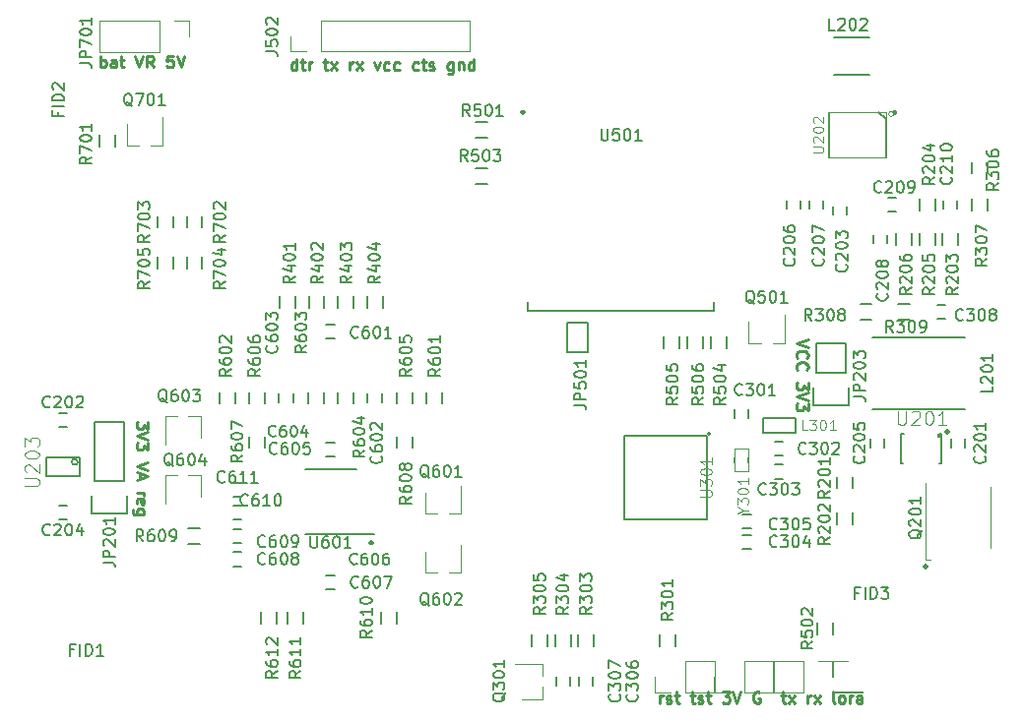
<source format=gto>
G04 #@! TF.FileFunction,Legend,Top*
%FSLAX46Y46*%
G04 Gerber Fmt 4.6, Leading zero omitted, Abs format (unit mm)*
G04 Created by KiCad (PCBNEW 4.0.7) date 2018 June 07, Thursday 02:32:14*
%MOMM*%
%LPD*%
G01*
G04 APERTURE LIST*
%ADD10C,0.050000*%
%ADD11C,0.250000*%
%ADD12C,0.300000*%
%ADD13C,0.150000*%
%ADD14C,0.120000*%
%ADD15C,0.127000*%
%ADD16C,0.200000*%
%ADD17C,0.066040*%
%ADD18C,0.152400*%
%ADD19C,0.101600*%
%ADD20C,0.121920*%
%ADD21C,0.182880*%
G04 APERTURE END LIST*
D10*
D11*
X44007619Y-162697380D02*
X44007619Y-163316428D01*
X43626667Y-162983094D01*
X43626667Y-163125952D01*
X43579048Y-163221190D01*
X43531429Y-163268809D01*
X43436190Y-163316428D01*
X43198095Y-163316428D01*
X43102857Y-163268809D01*
X43055238Y-163221190D01*
X43007619Y-163125952D01*
X43007619Y-162840237D01*
X43055238Y-162744999D01*
X43102857Y-162697380D01*
X44007619Y-163602142D02*
X43007619Y-163935475D01*
X44007619Y-164268809D01*
X44007619Y-164506904D02*
X44007619Y-165125952D01*
X43626667Y-164792618D01*
X43626667Y-164935476D01*
X43579048Y-165030714D01*
X43531429Y-165078333D01*
X43436190Y-165125952D01*
X43198095Y-165125952D01*
X43102857Y-165078333D01*
X43055238Y-165030714D01*
X43007619Y-164935476D01*
X43007619Y-164649761D01*
X43055238Y-164554523D01*
X43102857Y-164506904D01*
X44007619Y-166173571D02*
X43007619Y-166506904D01*
X44007619Y-166840238D01*
X43293333Y-167125952D02*
X43293333Y-167602143D01*
X43007619Y-167030714D02*
X44007619Y-167364047D01*
X43007619Y-167697381D01*
X43007619Y-168792619D02*
X43674286Y-168792619D01*
X43483810Y-168792619D02*
X43579048Y-168840238D01*
X43626667Y-168887857D01*
X43674286Y-168983095D01*
X43674286Y-169078334D01*
X43055238Y-169792620D02*
X43007619Y-169697382D01*
X43007619Y-169506905D01*
X43055238Y-169411667D01*
X43150476Y-169364048D01*
X43531429Y-169364048D01*
X43626667Y-169411667D01*
X43674286Y-169506905D01*
X43674286Y-169697382D01*
X43626667Y-169792620D01*
X43531429Y-169840239D01*
X43436190Y-169840239D01*
X43340952Y-169364048D01*
X43674286Y-170697382D02*
X42864762Y-170697382D01*
X42769524Y-170649763D01*
X42721905Y-170602144D01*
X42674286Y-170506905D01*
X42674286Y-170364048D01*
X42721905Y-170268810D01*
X43055238Y-170697382D02*
X43007619Y-170602144D01*
X43007619Y-170411667D01*
X43055238Y-170316429D01*
X43102857Y-170268810D01*
X43198095Y-170221191D01*
X43483810Y-170221191D01*
X43579048Y-170268810D01*
X43626667Y-170316429D01*
X43674286Y-170411667D01*
X43674286Y-170602144D01*
X43626667Y-170697382D01*
X100757619Y-155649762D02*
X99757619Y-155983095D01*
X100757619Y-156316429D01*
X99852857Y-157221191D02*
X99805238Y-157173572D01*
X99757619Y-157030715D01*
X99757619Y-156935477D01*
X99805238Y-156792619D01*
X99900476Y-156697381D01*
X99995714Y-156649762D01*
X100186190Y-156602143D01*
X100329048Y-156602143D01*
X100519524Y-156649762D01*
X100614762Y-156697381D01*
X100710000Y-156792619D01*
X100757619Y-156935477D01*
X100757619Y-157030715D01*
X100710000Y-157173572D01*
X100662381Y-157221191D01*
X99852857Y-158221191D02*
X99805238Y-158173572D01*
X99757619Y-158030715D01*
X99757619Y-157935477D01*
X99805238Y-157792619D01*
X99900476Y-157697381D01*
X99995714Y-157649762D01*
X100186190Y-157602143D01*
X100329048Y-157602143D01*
X100519524Y-157649762D01*
X100614762Y-157697381D01*
X100710000Y-157792619D01*
X100757619Y-157935477D01*
X100757619Y-158030715D01*
X100710000Y-158173572D01*
X100662381Y-158221191D01*
X100757619Y-159316429D02*
X100757619Y-159935477D01*
X100376667Y-159602143D01*
X100376667Y-159745001D01*
X100329048Y-159840239D01*
X100281429Y-159887858D01*
X100186190Y-159935477D01*
X99948095Y-159935477D01*
X99852857Y-159887858D01*
X99805238Y-159840239D01*
X99757619Y-159745001D01*
X99757619Y-159459286D01*
X99805238Y-159364048D01*
X99852857Y-159316429D01*
X100757619Y-160221191D02*
X99757619Y-160554524D01*
X100757619Y-160887858D01*
X100757619Y-161125953D02*
X100757619Y-161745001D01*
X100376667Y-161411667D01*
X100376667Y-161554525D01*
X100329048Y-161649763D01*
X100281429Y-161697382D01*
X100186190Y-161745001D01*
X99948095Y-161745001D01*
X99852857Y-161697382D01*
X99805238Y-161649763D01*
X99757619Y-161554525D01*
X99757619Y-161268810D01*
X99805238Y-161173572D01*
X99852857Y-161125953D01*
X39912380Y-132197381D02*
X39912380Y-131197381D01*
X39912380Y-131578333D02*
X40007618Y-131530714D01*
X40198095Y-131530714D01*
X40293333Y-131578333D01*
X40340952Y-131625952D01*
X40388571Y-131721190D01*
X40388571Y-132006905D01*
X40340952Y-132102143D01*
X40293333Y-132149762D01*
X40198095Y-132197381D01*
X40007618Y-132197381D01*
X39912380Y-132149762D01*
X41245714Y-132197381D02*
X41245714Y-131673571D01*
X41198095Y-131578333D01*
X41102857Y-131530714D01*
X40912380Y-131530714D01*
X40817142Y-131578333D01*
X41245714Y-132149762D02*
X41150476Y-132197381D01*
X40912380Y-132197381D01*
X40817142Y-132149762D01*
X40769523Y-132054524D01*
X40769523Y-131959286D01*
X40817142Y-131864048D01*
X40912380Y-131816429D01*
X41150476Y-131816429D01*
X41245714Y-131768810D01*
X41579047Y-131530714D02*
X41959999Y-131530714D01*
X41721904Y-131197381D02*
X41721904Y-132054524D01*
X41769523Y-132149762D01*
X41864761Y-132197381D01*
X41959999Y-132197381D01*
X42912381Y-131197381D02*
X43245714Y-132197381D01*
X43579048Y-131197381D01*
X44483810Y-132197381D02*
X44150476Y-131721190D01*
X43912381Y-132197381D02*
X43912381Y-131197381D01*
X44293334Y-131197381D01*
X44388572Y-131245000D01*
X44436191Y-131292619D01*
X44483810Y-131387857D01*
X44483810Y-131530714D01*
X44436191Y-131625952D01*
X44388572Y-131673571D01*
X44293334Y-131721190D01*
X43912381Y-131721190D01*
X46150477Y-131197381D02*
X45674286Y-131197381D01*
X45626667Y-131673571D01*
X45674286Y-131625952D01*
X45769524Y-131578333D01*
X46007620Y-131578333D01*
X46102858Y-131625952D01*
X46150477Y-131673571D01*
X46198096Y-131768810D01*
X46198096Y-132006905D01*
X46150477Y-132102143D01*
X46102858Y-132149762D01*
X46007620Y-132197381D01*
X45769524Y-132197381D01*
X45674286Y-132149762D01*
X45626667Y-132102143D01*
X46483810Y-131197381D02*
X46817143Y-132197381D01*
X47150477Y-131197381D01*
X56805236Y-132447381D02*
X56805236Y-131447381D01*
X56805236Y-132399762D02*
X56709998Y-132447381D01*
X56519521Y-132447381D01*
X56424283Y-132399762D01*
X56376664Y-132352143D01*
X56329045Y-132256905D01*
X56329045Y-131971190D01*
X56376664Y-131875952D01*
X56424283Y-131828333D01*
X56519521Y-131780714D01*
X56709998Y-131780714D01*
X56805236Y-131828333D01*
X57138569Y-131780714D02*
X57519521Y-131780714D01*
X57281426Y-131447381D02*
X57281426Y-132304524D01*
X57329045Y-132399762D01*
X57424283Y-132447381D01*
X57519521Y-132447381D01*
X57852855Y-132447381D02*
X57852855Y-131780714D01*
X57852855Y-131971190D02*
X57900474Y-131875952D01*
X57948093Y-131828333D01*
X58043331Y-131780714D01*
X58138570Y-131780714D01*
X59090951Y-131780714D02*
X59471903Y-131780714D01*
X59233808Y-131447381D02*
X59233808Y-132304524D01*
X59281427Y-132399762D01*
X59376665Y-132447381D01*
X59471903Y-132447381D01*
X59709999Y-132447381D02*
X60233809Y-131780714D01*
X59709999Y-131780714D02*
X60233809Y-132447381D01*
X61376666Y-132447381D02*
X61376666Y-131780714D01*
X61376666Y-131971190D02*
X61424285Y-131875952D01*
X61471904Y-131828333D01*
X61567142Y-131780714D01*
X61662381Y-131780714D01*
X61900476Y-132447381D02*
X62424286Y-131780714D01*
X61900476Y-131780714D02*
X62424286Y-132447381D01*
X63471905Y-131780714D02*
X63710000Y-132447381D01*
X63948096Y-131780714D01*
X64757620Y-132399762D02*
X64662382Y-132447381D01*
X64471905Y-132447381D01*
X64376667Y-132399762D01*
X64329048Y-132352143D01*
X64281429Y-132256905D01*
X64281429Y-131971190D01*
X64329048Y-131875952D01*
X64376667Y-131828333D01*
X64471905Y-131780714D01*
X64662382Y-131780714D01*
X64757620Y-131828333D01*
X65614763Y-132399762D02*
X65519525Y-132447381D01*
X65329048Y-132447381D01*
X65233810Y-132399762D01*
X65186191Y-132352143D01*
X65138572Y-132256905D01*
X65138572Y-131971190D01*
X65186191Y-131875952D01*
X65233810Y-131828333D01*
X65329048Y-131780714D01*
X65519525Y-131780714D01*
X65614763Y-131828333D01*
X67233811Y-132399762D02*
X67138573Y-132447381D01*
X66948096Y-132447381D01*
X66852858Y-132399762D01*
X66805239Y-132352143D01*
X66757620Y-132256905D01*
X66757620Y-131971190D01*
X66805239Y-131875952D01*
X66852858Y-131828333D01*
X66948096Y-131780714D01*
X67138573Y-131780714D01*
X67233811Y-131828333D01*
X67519525Y-131780714D02*
X67900477Y-131780714D01*
X67662382Y-131447381D02*
X67662382Y-132304524D01*
X67710001Y-132399762D01*
X67805239Y-132447381D01*
X67900477Y-132447381D01*
X68186192Y-132399762D02*
X68281430Y-132447381D01*
X68471906Y-132447381D01*
X68567145Y-132399762D01*
X68614764Y-132304524D01*
X68614764Y-132256905D01*
X68567145Y-132161667D01*
X68471906Y-132114048D01*
X68329049Y-132114048D01*
X68233811Y-132066429D01*
X68186192Y-131971190D01*
X68186192Y-131923571D01*
X68233811Y-131828333D01*
X68329049Y-131780714D01*
X68471906Y-131780714D01*
X68567145Y-131828333D01*
X70233812Y-131780714D02*
X70233812Y-132590238D01*
X70186193Y-132685476D01*
X70138574Y-132733095D01*
X70043335Y-132780714D01*
X69900478Y-132780714D01*
X69805240Y-132733095D01*
X70233812Y-132399762D02*
X70138574Y-132447381D01*
X69948097Y-132447381D01*
X69852859Y-132399762D01*
X69805240Y-132352143D01*
X69757621Y-132256905D01*
X69757621Y-131971190D01*
X69805240Y-131875952D01*
X69852859Y-131828333D01*
X69948097Y-131780714D01*
X70138574Y-131780714D01*
X70233812Y-131828333D01*
X70710002Y-131780714D02*
X70710002Y-132447381D01*
X70710002Y-131875952D02*
X70757621Y-131828333D01*
X70852859Y-131780714D01*
X70995717Y-131780714D01*
X71090955Y-131828333D01*
X71138574Y-131923571D01*
X71138574Y-132447381D01*
X72043336Y-132447381D02*
X72043336Y-131447381D01*
X72043336Y-132399762D02*
X71948098Y-132447381D01*
X71757621Y-132447381D01*
X71662383Y-132399762D01*
X71614764Y-132352143D01*
X71567145Y-132256905D01*
X71567145Y-131971190D01*
X71614764Y-131875952D01*
X71662383Y-131828333D01*
X71757621Y-131780714D01*
X71948098Y-131780714D01*
X72043336Y-131828333D01*
X88019521Y-186947381D02*
X88019521Y-186280714D01*
X88019521Y-186471190D02*
X88067140Y-186375952D01*
X88114759Y-186328333D01*
X88209997Y-186280714D01*
X88305236Y-186280714D01*
X88590950Y-186899762D02*
X88686188Y-186947381D01*
X88876664Y-186947381D01*
X88971903Y-186899762D01*
X89019522Y-186804524D01*
X89019522Y-186756905D01*
X88971903Y-186661667D01*
X88876664Y-186614048D01*
X88733807Y-186614048D01*
X88638569Y-186566429D01*
X88590950Y-186471190D01*
X88590950Y-186423571D01*
X88638569Y-186328333D01*
X88733807Y-186280714D01*
X88876664Y-186280714D01*
X88971903Y-186328333D01*
X89305236Y-186280714D02*
X89686188Y-186280714D01*
X89448093Y-185947381D02*
X89448093Y-186804524D01*
X89495712Y-186899762D01*
X89590950Y-186947381D01*
X89686188Y-186947381D01*
X90638570Y-186280714D02*
X91019522Y-186280714D01*
X90781427Y-185947381D02*
X90781427Y-186804524D01*
X90829046Y-186899762D01*
X90924284Y-186947381D01*
X91019522Y-186947381D01*
X91305237Y-186899762D02*
X91400475Y-186947381D01*
X91590951Y-186947381D01*
X91686190Y-186899762D01*
X91733809Y-186804524D01*
X91733809Y-186756905D01*
X91686190Y-186661667D01*
X91590951Y-186614048D01*
X91448094Y-186614048D01*
X91352856Y-186566429D01*
X91305237Y-186471190D01*
X91305237Y-186423571D01*
X91352856Y-186328333D01*
X91448094Y-186280714D01*
X91590951Y-186280714D01*
X91686190Y-186328333D01*
X92019523Y-186280714D02*
X92400475Y-186280714D01*
X92162380Y-185947381D02*
X92162380Y-186804524D01*
X92209999Y-186899762D01*
X92305237Y-186947381D01*
X92400475Y-186947381D01*
X93400476Y-185947381D02*
X94019524Y-185947381D01*
X93686190Y-186328333D01*
X93829048Y-186328333D01*
X93924286Y-186375952D01*
X93971905Y-186423571D01*
X94019524Y-186518810D01*
X94019524Y-186756905D01*
X93971905Y-186852143D01*
X93924286Y-186899762D01*
X93829048Y-186947381D01*
X93543333Y-186947381D01*
X93448095Y-186899762D01*
X93400476Y-186852143D01*
X94305238Y-185947381D02*
X94638571Y-186947381D01*
X94971905Y-185947381D01*
X96590953Y-185995000D02*
X96495715Y-185947381D01*
X96352858Y-185947381D01*
X96210000Y-185995000D01*
X96114762Y-186090238D01*
X96067143Y-186185476D01*
X96019524Y-186375952D01*
X96019524Y-186518810D01*
X96067143Y-186709286D01*
X96114762Y-186804524D01*
X96210000Y-186899762D01*
X96352858Y-186947381D01*
X96448096Y-186947381D01*
X96590953Y-186899762D01*
X96638572Y-186852143D01*
X96638572Y-186518810D01*
X96448096Y-186518810D01*
X98448096Y-186280714D02*
X98829048Y-186280714D01*
X98590953Y-185947381D02*
X98590953Y-186804524D01*
X98638572Y-186899762D01*
X98733810Y-186947381D01*
X98829048Y-186947381D01*
X99067144Y-186947381D02*
X99590954Y-186280714D01*
X99067144Y-186280714D02*
X99590954Y-186947381D01*
X100733811Y-186947381D02*
X100733811Y-186280714D01*
X100733811Y-186471190D02*
X100781430Y-186375952D01*
X100829049Y-186328333D01*
X100924287Y-186280714D01*
X101019526Y-186280714D01*
X101257621Y-186947381D02*
X101781431Y-186280714D01*
X101257621Y-186280714D02*
X101781431Y-186947381D01*
X103067145Y-186947381D02*
X102971907Y-186899762D01*
X102924288Y-186804524D01*
X102924288Y-185947381D01*
X103590955Y-186947381D02*
X103495717Y-186899762D01*
X103448098Y-186852143D01*
X103400479Y-186756905D01*
X103400479Y-186471190D01*
X103448098Y-186375952D01*
X103495717Y-186328333D01*
X103590955Y-186280714D01*
X103733813Y-186280714D01*
X103829051Y-186328333D01*
X103876670Y-186375952D01*
X103924289Y-186471190D01*
X103924289Y-186756905D01*
X103876670Y-186852143D01*
X103829051Y-186899762D01*
X103733813Y-186947381D01*
X103590955Y-186947381D01*
X104352860Y-186947381D02*
X104352860Y-186280714D01*
X104352860Y-186471190D02*
X104400479Y-186375952D01*
X104448098Y-186328333D01*
X104543336Y-186280714D01*
X104638575Y-186280714D01*
X105400480Y-186947381D02*
X105400480Y-186423571D01*
X105352861Y-186328333D01*
X105257623Y-186280714D01*
X105067146Y-186280714D01*
X104971908Y-186328333D01*
X105400480Y-186899762D02*
X105305242Y-186947381D01*
X105067146Y-186947381D01*
X104971908Y-186899762D01*
X104924289Y-186804524D01*
X104924289Y-186709286D01*
X104971908Y-186614048D01*
X105067146Y-186566429D01*
X105305242Y-186566429D01*
X105400480Y-186518810D01*
D12*
X76210000Y-136030714D02*
X76281428Y-136102143D01*
X76210000Y-136173571D01*
X76138571Y-136102143D01*
X76210000Y-136030714D01*
X76210000Y-136173571D01*
X110890000Y-175080714D02*
X110961428Y-175152143D01*
X110890000Y-175223571D01*
X110818571Y-175152143D01*
X110890000Y-175080714D01*
X110890000Y-175223571D01*
X63210000Y-173030714D02*
X63281428Y-173102143D01*
X63210000Y-173173571D01*
X63138571Y-173102143D01*
X63210000Y-173030714D01*
X63210000Y-173173571D01*
X108210000Y-136030714D02*
X108281428Y-136102143D01*
X108210000Y-136173571D01*
X108138571Y-136102143D01*
X108210000Y-136030714D01*
X108210000Y-136173571D01*
X112710000Y-163530714D02*
X112781428Y-163602143D01*
X112710000Y-163673571D01*
X112638571Y-163602143D01*
X112710000Y-163530714D01*
X112710000Y-163673571D01*
D13*
X80365000Y-181045000D02*
X80365000Y-182045000D01*
X79015000Y-182045000D02*
X79015000Y-181045000D01*
X114290000Y-164195000D02*
X114290000Y-164895000D01*
X113090000Y-164895000D02*
X113090000Y-164195000D01*
X37040000Y-163145000D02*
X36340000Y-163145000D01*
X36340000Y-161945000D02*
X37040000Y-161945000D01*
X104100000Y-144195000D02*
X104100000Y-144895000D01*
X102900000Y-144895000D02*
X102900000Y-144195000D01*
X37040000Y-171145000D02*
X36340000Y-171145000D01*
X36340000Y-169945000D02*
X37040000Y-169945000D01*
X107290000Y-164195000D02*
X107290000Y-164895000D01*
X106090000Y-164895000D02*
X106090000Y-164195000D01*
X100100000Y-143650000D02*
X100100000Y-144350000D01*
X98900000Y-144350000D02*
X98900000Y-143650000D01*
X102100000Y-143650000D02*
X102100000Y-144350000D01*
X100900000Y-144350000D02*
X100900000Y-143650000D01*
X94400000Y-162350000D02*
X94400000Y-161650000D01*
X95600000Y-161650000D02*
X95600000Y-162350000D01*
X97900000Y-164400000D02*
X98600000Y-164400000D01*
X98600000Y-165600000D02*
X97900000Y-165600000D01*
X97900000Y-166400000D02*
X98600000Y-166400000D01*
X98600000Y-167600000D02*
X97900000Y-167600000D01*
X95850000Y-173645000D02*
X95150000Y-173645000D01*
X95150000Y-172445000D02*
X95850000Y-172445000D01*
X95850000Y-171895000D02*
X95150000Y-171895000D01*
X95150000Y-170695000D02*
X95850000Y-170695000D01*
X82290000Y-184695000D02*
X82290000Y-185395000D01*
X81090000Y-185395000D02*
X81090000Y-184695000D01*
X80290000Y-184695000D02*
X80290000Y-185395000D01*
X79090000Y-185395000D02*
X79090000Y-184695000D01*
X111900000Y-152650000D02*
X112600000Y-152650000D01*
X112600000Y-153850000D02*
X111900000Y-153850000D01*
X60040000Y-155540000D02*
X59340000Y-155540000D01*
X59340000Y-154340000D02*
X60040000Y-154340000D01*
X64100000Y-160305000D02*
X64100000Y-161005000D01*
X62900000Y-161005000D02*
X62900000Y-160305000D01*
X56480000Y-160305000D02*
X56480000Y-161005000D01*
X55280000Y-161005000D02*
X55280000Y-160305000D01*
X59340000Y-164500000D02*
X60040000Y-164500000D01*
X60040000Y-165700000D02*
X59340000Y-165700000D01*
X59340000Y-175945000D02*
X60040000Y-175945000D01*
X60040000Y-177145000D02*
X59340000Y-177145000D01*
X52040000Y-175145000D02*
X51340000Y-175145000D01*
X51340000Y-173945000D02*
X52040000Y-173945000D01*
X51340000Y-171945000D02*
X52040000Y-171945000D01*
X52040000Y-173145000D02*
X51340000Y-173145000D01*
X51340000Y-169945000D02*
X52040000Y-169945000D01*
X52040000Y-171145000D02*
X51340000Y-171145000D01*
X51340000Y-167945000D02*
X52040000Y-167945000D01*
X52040000Y-169145000D02*
X51340000Y-169145000D01*
X101480000Y-158480000D02*
X101480000Y-155940000D01*
X101200000Y-161300000D02*
X101200000Y-159750000D01*
X101480000Y-158480000D02*
X104020000Y-158480000D01*
X104300000Y-159750000D02*
X104300000Y-161300000D01*
X104300000Y-161300000D02*
X101200000Y-161300000D01*
X104020000Y-158480000D02*
X104020000Y-155940000D01*
X104020000Y-155940000D02*
X101480000Y-155940000D01*
D14*
X39820000Y-128215000D02*
X39820000Y-130875000D01*
X44960000Y-128215000D02*
X39820000Y-128215000D01*
X44960000Y-130875000D02*
X39820000Y-130875000D01*
X44960000Y-128215000D02*
X44960000Y-130875000D01*
X46230000Y-128215000D02*
X47560000Y-128215000D01*
X47560000Y-128215000D02*
X47560000Y-129545000D01*
D15*
X96865000Y-162365000D02*
X99659000Y-162365000D01*
X99659000Y-162365000D02*
X99659000Y-163635000D01*
X99659000Y-163635000D02*
X96865000Y-163635000D01*
X96865000Y-163635000D02*
X96865000Y-162365000D01*
D14*
X100330000Y-183340000D02*
X97730000Y-183340000D01*
X97730000Y-183340000D02*
X97730000Y-186000000D01*
X97730000Y-186000000D02*
X100330000Y-186000000D01*
X100330000Y-186000000D02*
X100330000Y-183340000D01*
X101600000Y-183340000D02*
X102930000Y-183340000D01*
X102930000Y-183340000D02*
X102930000Y-184670000D01*
X90170000Y-186000000D02*
X92770000Y-186000000D01*
X92770000Y-186000000D02*
X92770000Y-183340000D01*
X92770000Y-183340000D02*
X90170000Y-183340000D01*
X90170000Y-183340000D02*
X90170000Y-186000000D01*
X88900000Y-186000000D02*
X87570000Y-186000000D01*
X87570000Y-186000000D02*
X87570000Y-184670000D01*
D13*
X104565000Y-167445000D02*
X104565000Y-168445000D01*
X103215000Y-168445000D02*
X103215000Y-167445000D01*
X104565000Y-170545000D02*
X104565000Y-171545000D01*
X103215000Y-171545000D02*
X103215000Y-170545000D01*
X112325000Y-147500000D02*
X112325000Y-146500000D01*
X113675000Y-146500000D02*
X113675000Y-147500000D01*
X110325000Y-144500000D02*
X110325000Y-143500000D01*
X111675000Y-143500000D02*
X111675000Y-144500000D01*
X111675000Y-146500000D02*
X111675000Y-147500000D01*
X110325000Y-147500000D02*
X110325000Y-146500000D01*
X89365000Y-181045000D02*
X89365000Y-182045000D01*
X88015000Y-182045000D02*
X88015000Y-181045000D01*
X82365000Y-181045000D02*
X82365000Y-182045000D01*
X81015000Y-182045000D02*
X81015000Y-181045000D01*
X78365000Y-181045000D02*
X78365000Y-182045000D01*
X77015000Y-182045000D02*
X77015000Y-181045000D01*
X116165000Y-140345000D02*
X116165000Y-141345000D01*
X114815000Y-141345000D02*
X114815000Y-140345000D01*
X114815000Y-144545000D02*
X114815000Y-143545000D01*
X116165000Y-143545000D02*
X116165000Y-144545000D01*
X106250000Y-153925000D02*
X105250000Y-153925000D01*
X105250000Y-152575000D02*
X106250000Y-152575000D01*
X109500000Y-153925000D02*
X108500000Y-153925000D01*
X108500000Y-152575000D02*
X109500000Y-152575000D01*
X73190000Y-138220000D02*
X72190000Y-138220000D01*
X72190000Y-136870000D02*
X73190000Y-136870000D01*
X101535000Y-180995000D02*
X101535000Y-179995000D01*
X102885000Y-179995000D02*
X102885000Y-180995000D01*
X67905000Y-161155000D02*
X67905000Y-160155000D01*
X69255000Y-160155000D02*
X69255000Y-161155000D01*
X50125000Y-161155000D02*
X50125000Y-160155000D01*
X51475000Y-160155000D02*
X51475000Y-161155000D01*
X59095000Y-160155000D02*
X59095000Y-161155000D01*
X57745000Y-161155000D02*
X57745000Y-160155000D01*
X61635000Y-160155000D02*
X61635000Y-161155000D01*
X60285000Y-161155000D02*
X60285000Y-160155000D01*
X66715000Y-160155000D02*
X66715000Y-161155000D01*
X65365000Y-161155000D02*
X65365000Y-160155000D01*
X54015000Y-160155000D02*
X54015000Y-161155000D01*
X52665000Y-161155000D02*
X52665000Y-160155000D01*
X54015000Y-163965000D02*
X54015000Y-164965000D01*
X52665000Y-164965000D02*
X52665000Y-163965000D01*
X66715000Y-163965000D02*
X66715000Y-164965000D01*
X65365000Y-164965000D02*
X65365000Y-163965000D01*
X48440000Y-173220000D02*
X47440000Y-173220000D01*
X47440000Y-171870000D02*
X48440000Y-171870000D01*
X65365000Y-179045000D02*
X65365000Y-180045000D01*
X64015000Y-180045000D02*
X64015000Y-179045000D01*
X57365000Y-179045000D02*
X57365000Y-180045000D01*
X56015000Y-180045000D02*
X56015000Y-179045000D01*
X55083571Y-179045000D02*
X55083571Y-180045000D01*
X53733571Y-180045000D02*
X53733571Y-179045000D01*
X41175000Y-138000000D02*
X41175000Y-139000000D01*
X39825000Y-139000000D02*
X39825000Y-138000000D01*
X48675000Y-145000000D02*
X48675000Y-146000000D01*
X47325000Y-146000000D02*
X47325000Y-145000000D01*
X44825000Y-146000000D02*
X44825000Y-145000000D01*
X46175000Y-145000000D02*
X46175000Y-146000000D01*
X48675000Y-148500000D02*
X48675000Y-149500000D01*
X47325000Y-149500000D02*
X47325000Y-148500000D01*
X44825000Y-149500000D02*
X44825000Y-148500000D01*
X46175000Y-148500000D02*
X46175000Y-149500000D01*
D15*
X38140000Y-167345000D02*
X38140000Y-165745000D01*
X38140000Y-165745000D02*
X35240000Y-165745000D01*
X35240000Y-165745000D02*
X35240000Y-167345000D01*
X35240000Y-167345000D02*
X38140000Y-167345000D01*
X37960000Y-166164000D02*
G75*
G03X37960000Y-166164000I-254000J0D01*
G01*
X84925000Y-163925000D02*
X92075000Y-163925000D01*
X92075000Y-163925000D02*
X92075000Y-171075000D01*
X92075000Y-171075000D02*
X84925000Y-171075000D01*
X84925000Y-171075000D02*
X84925000Y-163925000D01*
D16*
X92350000Y-163750000D02*
G75*
G03X92350000Y-163750000I-100000J0D01*
G01*
D13*
X61890000Y-166820000D02*
X57490000Y-166820000D01*
X63465000Y-172345000D02*
X57490000Y-172345000D01*
D17*
X94400560Y-165001780D02*
X94400560Y-166998220D01*
X94400560Y-166998220D02*
X95599440Y-166998220D01*
X95599440Y-165001780D02*
X95599440Y-166998220D01*
X94400560Y-165001780D02*
X95599440Y-165001780D01*
D15*
X95599440Y-165801880D02*
X95599440Y-166198120D01*
X95599440Y-165801880D02*
X95599440Y-166198120D01*
X94400560Y-165801880D02*
X94400560Y-166198120D01*
D13*
X41960000Y-167815000D02*
X41960000Y-162735000D01*
X41960000Y-162735000D02*
X39420000Y-162735000D01*
X39420000Y-162735000D02*
X39420000Y-167815000D01*
X39140000Y-170635000D02*
X39140000Y-169085000D01*
X39420000Y-167815000D02*
X41960000Y-167815000D01*
X42240000Y-169085000D02*
X42240000Y-170635000D01*
X42240000Y-170635000D02*
X39140000Y-170635000D01*
D14*
X95250000Y-186000000D02*
X97850000Y-186000000D01*
X97850000Y-186000000D02*
X97850000Y-183340000D01*
X97850000Y-183340000D02*
X95250000Y-183340000D01*
X95250000Y-183340000D02*
X95250000Y-186000000D01*
X93980000Y-186000000D02*
X92650000Y-186000000D01*
X92650000Y-186000000D02*
X92650000Y-184670000D01*
D13*
X106400000Y-147350000D02*
X106400000Y-146650000D01*
X107600000Y-146650000D02*
X107600000Y-147350000D01*
X108350000Y-144600000D02*
X107650000Y-144600000D01*
X107650000Y-143400000D02*
X108350000Y-143400000D01*
X112400000Y-144350000D02*
X112400000Y-143650000D01*
X113600000Y-143650000D02*
X113600000Y-144350000D01*
X114290000Y-161645000D02*
X106290000Y-161645000D01*
X114290000Y-155445000D02*
X106290000Y-155445000D01*
X106000000Y-132850000D02*
X103000000Y-132850000D01*
X106000000Y-129650000D02*
X103000000Y-129650000D01*
X109675000Y-146500000D02*
X109675000Y-147500000D01*
X108325000Y-147500000D02*
X108325000Y-146500000D01*
D17*
X107463800Y-136044200D02*
X102536200Y-136044200D01*
X102536200Y-136044200D02*
X102536200Y-139955800D01*
X107463800Y-139955800D02*
X102536200Y-139955800D01*
X107463800Y-136044200D02*
X107463800Y-139955800D01*
D15*
X102536200Y-139955800D02*
X102536200Y-136044200D01*
X106826260Y-136044200D02*
X107463800Y-136681740D01*
X107463800Y-136681740D02*
X107463800Y-139955800D01*
D10*
X108136526Y-136222000D02*
G75*
G03X108136526Y-136222000I-215526J0D01*
G01*
D14*
X102810000Y-186000000D02*
X105470000Y-186000000D01*
X102810000Y-185940000D02*
X102810000Y-186000000D01*
X105470000Y-185940000D02*
X105470000Y-186000000D01*
X102810000Y-185940000D02*
X105470000Y-185940000D01*
X102810000Y-184670000D02*
X102810000Y-183340000D01*
X102810000Y-183340000D02*
X104140000Y-183340000D01*
D13*
X55325000Y-152900000D02*
X55325000Y-151900000D01*
X56675000Y-151900000D02*
X56675000Y-152900000D01*
X57825000Y-152900000D02*
X57825000Y-151900000D01*
X59175000Y-151900000D02*
X59175000Y-152900000D01*
X60325000Y-152900000D02*
X60325000Y-151900000D01*
X61675000Y-151900000D02*
X61675000Y-152900000D01*
X62825000Y-152900000D02*
X62825000Y-151900000D01*
X64175000Y-151900000D02*
X64175000Y-152900000D01*
D14*
X71640000Y-130830000D02*
X71640000Y-128170000D01*
X58880000Y-130830000D02*
X71640000Y-130830000D01*
X58880000Y-128170000D02*
X71640000Y-128170000D01*
X58880000Y-130830000D02*
X58880000Y-128170000D01*
X57610000Y-130830000D02*
X56280000Y-130830000D01*
X56280000Y-130830000D02*
X56280000Y-129500000D01*
D13*
X73190000Y-142220000D02*
X72190000Y-142220000D01*
X72190000Y-140870000D02*
X73190000Y-140870000D01*
X93765000Y-155345000D02*
X93765000Y-156345000D01*
X92415000Y-156345000D02*
X92415000Y-155345000D01*
X89665000Y-155355000D02*
X89665000Y-156355000D01*
X88315000Y-156355000D02*
X88315000Y-155355000D01*
X91760000Y-155355000D02*
X91760000Y-156355000D01*
X90410000Y-156355000D02*
X90410000Y-155355000D01*
D14*
X68890000Y-170645000D02*
X67840000Y-170645000D01*
X67840000Y-170645000D02*
X67840000Y-168795000D01*
X70890000Y-170645000D02*
X69890000Y-170645000D01*
X70900000Y-170625000D02*
X70900000Y-168195000D01*
X47490000Y-162245000D02*
X48540000Y-162245000D01*
X48540000Y-162245000D02*
X48540000Y-164095000D01*
X45490000Y-162245000D02*
X46490000Y-162245000D01*
X45480000Y-162265000D02*
X45480000Y-164695000D01*
D18*
X76674000Y-152404000D02*
X76674000Y-153166000D01*
X76674000Y-153166000D02*
X92676000Y-153166000D01*
X92676000Y-153166000D02*
X92676000Y-152404000D01*
D14*
X68890000Y-175725000D02*
X67840000Y-175725000D01*
X67840000Y-175725000D02*
X67840000Y-173875000D01*
X70890000Y-175725000D02*
X69890000Y-175725000D01*
X70900000Y-175705000D02*
X70900000Y-173275000D01*
X47490000Y-167325000D02*
X48540000Y-167325000D01*
X48540000Y-167325000D02*
X48540000Y-169175000D01*
X45490000Y-167325000D02*
X46490000Y-167325000D01*
X45480000Y-167345000D02*
X45480000Y-169775000D01*
D13*
X81829000Y-156700000D02*
X81829000Y-154160000D01*
X80051000Y-154160000D02*
X80051000Y-156700000D01*
X80051000Y-154160000D02*
X81829000Y-154160000D01*
X81829000Y-156700000D02*
X80051000Y-156700000D01*
D14*
X110890000Y-174545000D02*
X111290000Y-174545000D01*
X110890000Y-167945000D02*
X110890000Y-174545000D01*
X116490000Y-168345000D02*
X116490000Y-173545000D01*
D15*
X112250000Y-166250000D02*
X112250000Y-164000000D01*
X112250000Y-164000000D02*
X112250000Y-163750000D01*
X112250000Y-163750000D02*
X112020000Y-163750000D01*
X108980000Y-163750000D02*
X108750000Y-163750000D01*
X108730000Y-163750000D02*
X108730000Y-166250000D01*
X108730000Y-166250000D02*
X108960000Y-166250000D01*
X112020000Y-166250000D02*
X112250000Y-166250000D01*
X112250000Y-164000000D02*
X112000000Y-164000000D01*
X112000000Y-163750000D02*
X112000000Y-164000000D01*
X112250000Y-163900000D02*
X112000000Y-163900000D01*
X112250000Y-163800000D02*
X112000000Y-163800000D01*
D14*
X77970000Y-185545000D02*
X77970000Y-186595000D01*
X77970000Y-186595000D02*
X76120000Y-186595000D01*
X77970000Y-183545000D02*
X77970000Y-184545000D01*
X77950000Y-183535000D02*
X75520000Y-183535000D01*
X96710000Y-155945000D02*
X95660000Y-155945000D01*
X95660000Y-155945000D02*
X95660000Y-154095000D01*
X98710000Y-155945000D02*
X97710000Y-155945000D01*
X98720000Y-155925000D02*
X98720000Y-153495000D01*
X43210000Y-138945000D02*
X42160000Y-138945000D01*
X42160000Y-138945000D02*
X42160000Y-137095000D01*
X45210000Y-138945000D02*
X44210000Y-138945000D01*
X45220000Y-138925000D02*
X45220000Y-136495000D01*
D13*
X105138572Y-177423571D02*
X104805238Y-177423571D01*
X104805238Y-177947381D02*
X104805238Y-176947381D01*
X105281429Y-176947381D01*
X105662381Y-177947381D02*
X105662381Y-176947381D01*
X106138571Y-177947381D02*
X106138571Y-176947381D01*
X106376666Y-176947381D01*
X106519524Y-176995000D01*
X106614762Y-177090238D01*
X106662381Y-177185476D01*
X106710000Y-177375952D01*
X106710000Y-177518810D01*
X106662381Y-177709286D01*
X106614762Y-177804524D01*
X106519524Y-177899762D01*
X106376666Y-177947381D01*
X106138571Y-177947381D01*
X107043333Y-176947381D02*
X107662381Y-176947381D01*
X107329047Y-177328333D01*
X107471905Y-177328333D01*
X107567143Y-177375952D01*
X107614762Y-177423571D01*
X107662381Y-177518810D01*
X107662381Y-177756905D01*
X107614762Y-177852143D01*
X107567143Y-177899762D01*
X107471905Y-177947381D01*
X107186190Y-177947381D01*
X107090952Y-177899762D01*
X107043333Y-177852143D01*
X36238571Y-136066428D02*
X36238571Y-136399762D01*
X36762381Y-136399762D02*
X35762381Y-136399762D01*
X35762381Y-135923571D01*
X36762381Y-135542619D02*
X35762381Y-135542619D01*
X36762381Y-135066429D02*
X35762381Y-135066429D01*
X35762381Y-134828334D01*
X35810000Y-134685476D01*
X35905238Y-134590238D01*
X36000476Y-134542619D01*
X36190952Y-134495000D01*
X36333810Y-134495000D01*
X36524286Y-134542619D01*
X36619524Y-134590238D01*
X36714762Y-134685476D01*
X36762381Y-134828334D01*
X36762381Y-135066429D01*
X35857619Y-134114048D02*
X35810000Y-134066429D01*
X35762381Y-133971191D01*
X35762381Y-133733095D01*
X35810000Y-133637857D01*
X35857619Y-133590238D01*
X35952857Y-133542619D01*
X36048095Y-133542619D01*
X36190952Y-133590238D01*
X36762381Y-134161667D01*
X36762381Y-133542619D01*
X80142381Y-178664047D02*
X79666190Y-178997381D01*
X80142381Y-179235476D02*
X79142381Y-179235476D01*
X79142381Y-178854523D01*
X79190000Y-178759285D01*
X79237619Y-178711666D01*
X79332857Y-178664047D01*
X79475714Y-178664047D01*
X79570952Y-178711666D01*
X79618571Y-178759285D01*
X79666190Y-178854523D01*
X79666190Y-179235476D01*
X79142381Y-178330714D02*
X79142381Y-177711666D01*
X79523333Y-178045000D01*
X79523333Y-177902142D01*
X79570952Y-177806904D01*
X79618571Y-177759285D01*
X79713810Y-177711666D01*
X79951905Y-177711666D01*
X80047143Y-177759285D01*
X80094762Y-177806904D01*
X80142381Y-177902142D01*
X80142381Y-178187857D01*
X80094762Y-178283095D01*
X80047143Y-178330714D01*
X79142381Y-177092619D02*
X79142381Y-176997380D01*
X79190000Y-176902142D01*
X79237619Y-176854523D01*
X79332857Y-176806904D01*
X79523333Y-176759285D01*
X79761429Y-176759285D01*
X79951905Y-176806904D01*
X80047143Y-176854523D01*
X80094762Y-176902142D01*
X80142381Y-176997380D01*
X80142381Y-177092619D01*
X80094762Y-177187857D01*
X80047143Y-177235476D01*
X79951905Y-177283095D01*
X79761429Y-177330714D01*
X79523333Y-177330714D01*
X79332857Y-177283095D01*
X79237619Y-177235476D01*
X79190000Y-177187857D01*
X79142381Y-177092619D01*
X79475714Y-175902142D02*
X80142381Y-175902142D01*
X79094762Y-176140238D02*
X79809048Y-176378333D01*
X79809048Y-175759285D01*
X115947143Y-165664047D02*
X115994762Y-165711666D01*
X116042381Y-165854523D01*
X116042381Y-165949761D01*
X115994762Y-166092619D01*
X115899524Y-166187857D01*
X115804286Y-166235476D01*
X115613810Y-166283095D01*
X115470952Y-166283095D01*
X115280476Y-166235476D01*
X115185238Y-166187857D01*
X115090000Y-166092619D01*
X115042381Y-165949761D01*
X115042381Y-165854523D01*
X115090000Y-165711666D01*
X115137619Y-165664047D01*
X115137619Y-165283095D02*
X115090000Y-165235476D01*
X115042381Y-165140238D01*
X115042381Y-164902142D01*
X115090000Y-164806904D01*
X115137619Y-164759285D01*
X115232857Y-164711666D01*
X115328095Y-164711666D01*
X115470952Y-164759285D01*
X116042381Y-165330714D01*
X116042381Y-164711666D01*
X115042381Y-164092619D02*
X115042381Y-163997380D01*
X115090000Y-163902142D01*
X115137619Y-163854523D01*
X115232857Y-163806904D01*
X115423333Y-163759285D01*
X115661429Y-163759285D01*
X115851905Y-163806904D01*
X115947143Y-163854523D01*
X115994762Y-163902142D01*
X116042381Y-163997380D01*
X116042381Y-164092619D01*
X115994762Y-164187857D01*
X115947143Y-164235476D01*
X115851905Y-164283095D01*
X115661429Y-164330714D01*
X115423333Y-164330714D01*
X115232857Y-164283095D01*
X115137619Y-164235476D01*
X115090000Y-164187857D01*
X115042381Y-164092619D01*
X116042381Y-162806904D02*
X116042381Y-163378333D01*
X116042381Y-163092619D02*
X115042381Y-163092619D01*
X115185238Y-163187857D01*
X115280476Y-163283095D01*
X115328095Y-163378333D01*
X35570953Y-161402143D02*
X35523334Y-161449762D01*
X35380477Y-161497381D01*
X35285239Y-161497381D01*
X35142381Y-161449762D01*
X35047143Y-161354524D01*
X34999524Y-161259286D01*
X34951905Y-161068810D01*
X34951905Y-160925952D01*
X34999524Y-160735476D01*
X35047143Y-160640238D01*
X35142381Y-160545000D01*
X35285239Y-160497381D01*
X35380477Y-160497381D01*
X35523334Y-160545000D01*
X35570953Y-160592619D01*
X35951905Y-160592619D02*
X35999524Y-160545000D01*
X36094762Y-160497381D01*
X36332858Y-160497381D01*
X36428096Y-160545000D01*
X36475715Y-160592619D01*
X36523334Y-160687857D01*
X36523334Y-160783095D01*
X36475715Y-160925952D01*
X35904286Y-161497381D01*
X36523334Y-161497381D01*
X37142381Y-160497381D02*
X37237620Y-160497381D01*
X37332858Y-160545000D01*
X37380477Y-160592619D01*
X37428096Y-160687857D01*
X37475715Y-160878333D01*
X37475715Y-161116429D01*
X37428096Y-161306905D01*
X37380477Y-161402143D01*
X37332858Y-161449762D01*
X37237620Y-161497381D01*
X37142381Y-161497381D01*
X37047143Y-161449762D01*
X36999524Y-161402143D01*
X36951905Y-161306905D01*
X36904286Y-161116429D01*
X36904286Y-160878333D01*
X36951905Y-160687857D01*
X36999524Y-160592619D01*
X37047143Y-160545000D01*
X37142381Y-160497381D01*
X37856667Y-160592619D02*
X37904286Y-160545000D01*
X37999524Y-160497381D01*
X38237620Y-160497381D01*
X38332858Y-160545000D01*
X38380477Y-160592619D01*
X38428096Y-160687857D01*
X38428096Y-160783095D01*
X38380477Y-160925952D01*
X37809048Y-161497381D01*
X38428096Y-161497381D01*
X104047143Y-149164047D02*
X104094762Y-149211666D01*
X104142381Y-149354523D01*
X104142381Y-149449761D01*
X104094762Y-149592619D01*
X103999524Y-149687857D01*
X103904286Y-149735476D01*
X103713810Y-149783095D01*
X103570952Y-149783095D01*
X103380476Y-149735476D01*
X103285238Y-149687857D01*
X103190000Y-149592619D01*
X103142381Y-149449761D01*
X103142381Y-149354523D01*
X103190000Y-149211666D01*
X103237619Y-149164047D01*
X103237619Y-148783095D02*
X103190000Y-148735476D01*
X103142381Y-148640238D01*
X103142381Y-148402142D01*
X103190000Y-148306904D01*
X103237619Y-148259285D01*
X103332857Y-148211666D01*
X103428095Y-148211666D01*
X103570952Y-148259285D01*
X104142381Y-148830714D01*
X104142381Y-148211666D01*
X103142381Y-147592619D02*
X103142381Y-147497380D01*
X103190000Y-147402142D01*
X103237619Y-147354523D01*
X103332857Y-147306904D01*
X103523333Y-147259285D01*
X103761429Y-147259285D01*
X103951905Y-147306904D01*
X104047143Y-147354523D01*
X104094762Y-147402142D01*
X104142381Y-147497380D01*
X104142381Y-147592619D01*
X104094762Y-147687857D01*
X104047143Y-147735476D01*
X103951905Y-147783095D01*
X103761429Y-147830714D01*
X103523333Y-147830714D01*
X103332857Y-147783095D01*
X103237619Y-147735476D01*
X103190000Y-147687857D01*
X103142381Y-147592619D01*
X103142381Y-146925952D02*
X103142381Y-146306904D01*
X103523333Y-146640238D01*
X103523333Y-146497380D01*
X103570952Y-146402142D01*
X103618571Y-146354523D01*
X103713810Y-146306904D01*
X103951905Y-146306904D01*
X104047143Y-146354523D01*
X104094762Y-146402142D01*
X104142381Y-146497380D01*
X104142381Y-146783095D01*
X104094762Y-146878333D01*
X104047143Y-146925952D01*
X35570953Y-172402143D02*
X35523334Y-172449762D01*
X35380477Y-172497381D01*
X35285239Y-172497381D01*
X35142381Y-172449762D01*
X35047143Y-172354524D01*
X34999524Y-172259286D01*
X34951905Y-172068810D01*
X34951905Y-171925952D01*
X34999524Y-171735476D01*
X35047143Y-171640238D01*
X35142381Y-171545000D01*
X35285239Y-171497381D01*
X35380477Y-171497381D01*
X35523334Y-171545000D01*
X35570953Y-171592619D01*
X35951905Y-171592619D02*
X35999524Y-171545000D01*
X36094762Y-171497381D01*
X36332858Y-171497381D01*
X36428096Y-171545000D01*
X36475715Y-171592619D01*
X36523334Y-171687857D01*
X36523334Y-171783095D01*
X36475715Y-171925952D01*
X35904286Y-172497381D01*
X36523334Y-172497381D01*
X37142381Y-171497381D02*
X37237620Y-171497381D01*
X37332858Y-171545000D01*
X37380477Y-171592619D01*
X37428096Y-171687857D01*
X37475715Y-171878333D01*
X37475715Y-172116429D01*
X37428096Y-172306905D01*
X37380477Y-172402143D01*
X37332858Y-172449762D01*
X37237620Y-172497381D01*
X37142381Y-172497381D01*
X37047143Y-172449762D01*
X36999524Y-172402143D01*
X36951905Y-172306905D01*
X36904286Y-172116429D01*
X36904286Y-171878333D01*
X36951905Y-171687857D01*
X36999524Y-171592619D01*
X37047143Y-171545000D01*
X37142381Y-171497381D01*
X38332858Y-171830714D02*
X38332858Y-172497381D01*
X38094762Y-171449762D02*
X37856667Y-172164048D01*
X38475715Y-172164048D01*
X105547143Y-165664047D02*
X105594762Y-165711666D01*
X105642381Y-165854523D01*
X105642381Y-165949761D01*
X105594762Y-166092619D01*
X105499524Y-166187857D01*
X105404286Y-166235476D01*
X105213810Y-166283095D01*
X105070952Y-166283095D01*
X104880476Y-166235476D01*
X104785238Y-166187857D01*
X104690000Y-166092619D01*
X104642381Y-165949761D01*
X104642381Y-165854523D01*
X104690000Y-165711666D01*
X104737619Y-165664047D01*
X104737619Y-165283095D02*
X104690000Y-165235476D01*
X104642381Y-165140238D01*
X104642381Y-164902142D01*
X104690000Y-164806904D01*
X104737619Y-164759285D01*
X104832857Y-164711666D01*
X104928095Y-164711666D01*
X105070952Y-164759285D01*
X105642381Y-165330714D01*
X105642381Y-164711666D01*
X104642381Y-164092619D02*
X104642381Y-163997380D01*
X104690000Y-163902142D01*
X104737619Y-163854523D01*
X104832857Y-163806904D01*
X105023333Y-163759285D01*
X105261429Y-163759285D01*
X105451905Y-163806904D01*
X105547143Y-163854523D01*
X105594762Y-163902142D01*
X105642381Y-163997380D01*
X105642381Y-164092619D01*
X105594762Y-164187857D01*
X105547143Y-164235476D01*
X105451905Y-164283095D01*
X105261429Y-164330714D01*
X105023333Y-164330714D01*
X104832857Y-164283095D01*
X104737619Y-164235476D01*
X104690000Y-164187857D01*
X104642381Y-164092619D01*
X104642381Y-162854523D02*
X104642381Y-163330714D01*
X105118571Y-163378333D01*
X105070952Y-163330714D01*
X105023333Y-163235476D01*
X105023333Y-162997380D01*
X105070952Y-162902142D01*
X105118571Y-162854523D01*
X105213810Y-162806904D01*
X105451905Y-162806904D01*
X105547143Y-162854523D01*
X105594762Y-162902142D01*
X105642381Y-162997380D01*
X105642381Y-163235476D01*
X105594762Y-163330714D01*
X105547143Y-163378333D01*
X99547143Y-148664047D02*
X99594762Y-148711666D01*
X99642381Y-148854523D01*
X99642381Y-148949761D01*
X99594762Y-149092619D01*
X99499524Y-149187857D01*
X99404286Y-149235476D01*
X99213810Y-149283095D01*
X99070952Y-149283095D01*
X98880476Y-149235476D01*
X98785238Y-149187857D01*
X98690000Y-149092619D01*
X98642381Y-148949761D01*
X98642381Y-148854523D01*
X98690000Y-148711666D01*
X98737619Y-148664047D01*
X98737619Y-148283095D02*
X98690000Y-148235476D01*
X98642381Y-148140238D01*
X98642381Y-147902142D01*
X98690000Y-147806904D01*
X98737619Y-147759285D01*
X98832857Y-147711666D01*
X98928095Y-147711666D01*
X99070952Y-147759285D01*
X99642381Y-148330714D01*
X99642381Y-147711666D01*
X98642381Y-147092619D02*
X98642381Y-146997380D01*
X98690000Y-146902142D01*
X98737619Y-146854523D01*
X98832857Y-146806904D01*
X99023333Y-146759285D01*
X99261429Y-146759285D01*
X99451905Y-146806904D01*
X99547143Y-146854523D01*
X99594762Y-146902142D01*
X99642381Y-146997380D01*
X99642381Y-147092619D01*
X99594762Y-147187857D01*
X99547143Y-147235476D01*
X99451905Y-147283095D01*
X99261429Y-147330714D01*
X99023333Y-147330714D01*
X98832857Y-147283095D01*
X98737619Y-147235476D01*
X98690000Y-147187857D01*
X98642381Y-147092619D01*
X98642381Y-145902142D02*
X98642381Y-146092619D01*
X98690000Y-146187857D01*
X98737619Y-146235476D01*
X98880476Y-146330714D01*
X99070952Y-146378333D01*
X99451905Y-146378333D01*
X99547143Y-146330714D01*
X99594762Y-146283095D01*
X99642381Y-146187857D01*
X99642381Y-145997380D01*
X99594762Y-145902142D01*
X99547143Y-145854523D01*
X99451905Y-145806904D01*
X99213810Y-145806904D01*
X99118571Y-145854523D01*
X99070952Y-145902142D01*
X99023333Y-145997380D01*
X99023333Y-146187857D01*
X99070952Y-146283095D01*
X99118571Y-146330714D01*
X99213810Y-146378333D01*
X102047143Y-148664047D02*
X102094762Y-148711666D01*
X102142381Y-148854523D01*
X102142381Y-148949761D01*
X102094762Y-149092619D01*
X101999524Y-149187857D01*
X101904286Y-149235476D01*
X101713810Y-149283095D01*
X101570952Y-149283095D01*
X101380476Y-149235476D01*
X101285238Y-149187857D01*
X101190000Y-149092619D01*
X101142381Y-148949761D01*
X101142381Y-148854523D01*
X101190000Y-148711666D01*
X101237619Y-148664047D01*
X101237619Y-148283095D02*
X101190000Y-148235476D01*
X101142381Y-148140238D01*
X101142381Y-147902142D01*
X101190000Y-147806904D01*
X101237619Y-147759285D01*
X101332857Y-147711666D01*
X101428095Y-147711666D01*
X101570952Y-147759285D01*
X102142381Y-148330714D01*
X102142381Y-147711666D01*
X101142381Y-147092619D02*
X101142381Y-146997380D01*
X101190000Y-146902142D01*
X101237619Y-146854523D01*
X101332857Y-146806904D01*
X101523333Y-146759285D01*
X101761429Y-146759285D01*
X101951905Y-146806904D01*
X102047143Y-146854523D01*
X102094762Y-146902142D01*
X102142381Y-146997380D01*
X102142381Y-147092619D01*
X102094762Y-147187857D01*
X102047143Y-147235476D01*
X101951905Y-147283095D01*
X101761429Y-147330714D01*
X101523333Y-147330714D01*
X101332857Y-147283095D01*
X101237619Y-147235476D01*
X101190000Y-147187857D01*
X101142381Y-147092619D01*
X101142381Y-146425952D02*
X101142381Y-145759285D01*
X102142381Y-146187857D01*
X95090953Y-160352143D02*
X95043334Y-160399762D01*
X94900477Y-160447381D01*
X94805239Y-160447381D01*
X94662381Y-160399762D01*
X94567143Y-160304524D01*
X94519524Y-160209286D01*
X94471905Y-160018810D01*
X94471905Y-159875952D01*
X94519524Y-159685476D01*
X94567143Y-159590238D01*
X94662381Y-159495000D01*
X94805239Y-159447381D01*
X94900477Y-159447381D01*
X95043334Y-159495000D01*
X95090953Y-159542619D01*
X95424286Y-159447381D02*
X96043334Y-159447381D01*
X95710000Y-159828333D01*
X95852858Y-159828333D01*
X95948096Y-159875952D01*
X95995715Y-159923571D01*
X96043334Y-160018810D01*
X96043334Y-160256905D01*
X95995715Y-160352143D01*
X95948096Y-160399762D01*
X95852858Y-160447381D01*
X95567143Y-160447381D01*
X95471905Y-160399762D01*
X95424286Y-160352143D01*
X96662381Y-159447381D02*
X96757620Y-159447381D01*
X96852858Y-159495000D01*
X96900477Y-159542619D01*
X96948096Y-159637857D01*
X96995715Y-159828333D01*
X96995715Y-160066429D01*
X96948096Y-160256905D01*
X96900477Y-160352143D01*
X96852858Y-160399762D01*
X96757620Y-160447381D01*
X96662381Y-160447381D01*
X96567143Y-160399762D01*
X96519524Y-160352143D01*
X96471905Y-160256905D01*
X96424286Y-160066429D01*
X96424286Y-159828333D01*
X96471905Y-159637857D01*
X96519524Y-159542619D01*
X96567143Y-159495000D01*
X96662381Y-159447381D01*
X97948096Y-160447381D02*
X97376667Y-160447381D01*
X97662381Y-160447381D02*
X97662381Y-159447381D01*
X97567143Y-159590238D01*
X97471905Y-159685476D01*
X97376667Y-159733095D01*
X100570953Y-165402143D02*
X100523334Y-165449762D01*
X100380477Y-165497381D01*
X100285239Y-165497381D01*
X100142381Y-165449762D01*
X100047143Y-165354524D01*
X99999524Y-165259286D01*
X99951905Y-165068810D01*
X99951905Y-164925952D01*
X99999524Y-164735476D01*
X100047143Y-164640238D01*
X100142381Y-164545000D01*
X100285239Y-164497381D01*
X100380477Y-164497381D01*
X100523334Y-164545000D01*
X100570953Y-164592619D01*
X100904286Y-164497381D02*
X101523334Y-164497381D01*
X101190000Y-164878333D01*
X101332858Y-164878333D01*
X101428096Y-164925952D01*
X101475715Y-164973571D01*
X101523334Y-165068810D01*
X101523334Y-165306905D01*
X101475715Y-165402143D01*
X101428096Y-165449762D01*
X101332858Y-165497381D01*
X101047143Y-165497381D01*
X100951905Y-165449762D01*
X100904286Y-165402143D01*
X102142381Y-164497381D02*
X102237620Y-164497381D01*
X102332858Y-164545000D01*
X102380477Y-164592619D01*
X102428096Y-164687857D01*
X102475715Y-164878333D01*
X102475715Y-165116429D01*
X102428096Y-165306905D01*
X102380477Y-165402143D01*
X102332858Y-165449762D01*
X102237620Y-165497381D01*
X102142381Y-165497381D01*
X102047143Y-165449762D01*
X101999524Y-165402143D01*
X101951905Y-165306905D01*
X101904286Y-165116429D01*
X101904286Y-164878333D01*
X101951905Y-164687857D01*
X101999524Y-164592619D01*
X102047143Y-164545000D01*
X102142381Y-164497381D01*
X102856667Y-164592619D02*
X102904286Y-164545000D01*
X102999524Y-164497381D01*
X103237620Y-164497381D01*
X103332858Y-164545000D01*
X103380477Y-164592619D01*
X103428096Y-164687857D01*
X103428096Y-164783095D01*
X103380477Y-164925952D01*
X102809048Y-165497381D01*
X103428096Y-165497381D01*
X97130953Y-168902143D02*
X97083334Y-168949762D01*
X96940477Y-168997381D01*
X96845239Y-168997381D01*
X96702381Y-168949762D01*
X96607143Y-168854524D01*
X96559524Y-168759286D01*
X96511905Y-168568810D01*
X96511905Y-168425952D01*
X96559524Y-168235476D01*
X96607143Y-168140238D01*
X96702381Y-168045000D01*
X96845239Y-167997381D01*
X96940477Y-167997381D01*
X97083334Y-168045000D01*
X97130953Y-168092619D01*
X97464286Y-167997381D02*
X98083334Y-167997381D01*
X97750000Y-168378333D01*
X97892858Y-168378333D01*
X97988096Y-168425952D01*
X98035715Y-168473571D01*
X98083334Y-168568810D01*
X98083334Y-168806905D01*
X98035715Y-168902143D01*
X97988096Y-168949762D01*
X97892858Y-168997381D01*
X97607143Y-168997381D01*
X97511905Y-168949762D01*
X97464286Y-168902143D01*
X98702381Y-167997381D02*
X98797620Y-167997381D01*
X98892858Y-168045000D01*
X98940477Y-168092619D01*
X98988096Y-168187857D01*
X99035715Y-168378333D01*
X99035715Y-168616429D01*
X98988096Y-168806905D01*
X98940477Y-168902143D01*
X98892858Y-168949762D01*
X98797620Y-168997381D01*
X98702381Y-168997381D01*
X98607143Y-168949762D01*
X98559524Y-168902143D01*
X98511905Y-168806905D01*
X98464286Y-168616429D01*
X98464286Y-168378333D01*
X98511905Y-168187857D01*
X98559524Y-168092619D01*
X98607143Y-168045000D01*
X98702381Y-167997381D01*
X99369048Y-167997381D02*
X99988096Y-167997381D01*
X99654762Y-168378333D01*
X99797620Y-168378333D01*
X99892858Y-168425952D01*
X99940477Y-168473571D01*
X99988096Y-168568810D01*
X99988096Y-168806905D01*
X99940477Y-168902143D01*
X99892858Y-168949762D01*
X99797620Y-168997381D01*
X99511905Y-168997381D01*
X99416667Y-168949762D01*
X99369048Y-168902143D01*
X98070953Y-173402143D02*
X98023334Y-173449762D01*
X97880477Y-173497381D01*
X97785239Y-173497381D01*
X97642381Y-173449762D01*
X97547143Y-173354524D01*
X97499524Y-173259286D01*
X97451905Y-173068810D01*
X97451905Y-172925952D01*
X97499524Y-172735476D01*
X97547143Y-172640238D01*
X97642381Y-172545000D01*
X97785239Y-172497381D01*
X97880477Y-172497381D01*
X98023334Y-172545000D01*
X98070953Y-172592619D01*
X98404286Y-172497381D02*
X99023334Y-172497381D01*
X98690000Y-172878333D01*
X98832858Y-172878333D01*
X98928096Y-172925952D01*
X98975715Y-172973571D01*
X99023334Y-173068810D01*
X99023334Y-173306905D01*
X98975715Y-173402143D01*
X98928096Y-173449762D01*
X98832858Y-173497381D01*
X98547143Y-173497381D01*
X98451905Y-173449762D01*
X98404286Y-173402143D01*
X99642381Y-172497381D02*
X99737620Y-172497381D01*
X99832858Y-172545000D01*
X99880477Y-172592619D01*
X99928096Y-172687857D01*
X99975715Y-172878333D01*
X99975715Y-173116429D01*
X99928096Y-173306905D01*
X99880477Y-173402143D01*
X99832858Y-173449762D01*
X99737620Y-173497381D01*
X99642381Y-173497381D01*
X99547143Y-173449762D01*
X99499524Y-173402143D01*
X99451905Y-173306905D01*
X99404286Y-173116429D01*
X99404286Y-172878333D01*
X99451905Y-172687857D01*
X99499524Y-172592619D01*
X99547143Y-172545000D01*
X99642381Y-172497381D01*
X100832858Y-172830714D02*
X100832858Y-173497381D01*
X100594762Y-172449762D02*
X100356667Y-173164048D01*
X100975715Y-173164048D01*
X98070953Y-171902143D02*
X98023334Y-171949762D01*
X97880477Y-171997381D01*
X97785239Y-171997381D01*
X97642381Y-171949762D01*
X97547143Y-171854524D01*
X97499524Y-171759286D01*
X97451905Y-171568810D01*
X97451905Y-171425952D01*
X97499524Y-171235476D01*
X97547143Y-171140238D01*
X97642381Y-171045000D01*
X97785239Y-170997381D01*
X97880477Y-170997381D01*
X98023334Y-171045000D01*
X98070953Y-171092619D01*
X98404286Y-170997381D02*
X99023334Y-170997381D01*
X98690000Y-171378333D01*
X98832858Y-171378333D01*
X98928096Y-171425952D01*
X98975715Y-171473571D01*
X99023334Y-171568810D01*
X99023334Y-171806905D01*
X98975715Y-171902143D01*
X98928096Y-171949762D01*
X98832858Y-171997381D01*
X98547143Y-171997381D01*
X98451905Y-171949762D01*
X98404286Y-171902143D01*
X99642381Y-170997381D02*
X99737620Y-170997381D01*
X99832858Y-171045000D01*
X99880477Y-171092619D01*
X99928096Y-171187857D01*
X99975715Y-171378333D01*
X99975715Y-171616429D01*
X99928096Y-171806905D01*
X99880477Y-171902143D01*
X99832858Y-171949762D01*
X99737620Y-171997381D01*
X99642381Y-171997381D01*
X99547143Y-171949762D01*
X99499524Y-171902143D01*
X99451905Y-171806905D01*
X99404286Y-171616429D01*
X99404286Y-171378333D01*
X99451905Y-171187857D01*
X99499524Y-171092619D01*
X99547143Y-171045000D01*
X99642381Y-170997381D01*
X100880477Y-170997381D02*
X100404286Y-170997381D01*
X100356667Y-171473571D01*
X100404286Y-171425952D01*
X100499524Y-171378333D01*
X100737620Y-171378333D01*
X100832858Y-171425952D01*
X100880477Y-171473571D01*
X100928096Y-171568810D01*
X100928096Y-171806905D01*
X100880477Y-171902143D01*
X100832858Y-171949762D01*
X100737620Y-171997381D01*
X100499524Y-171997381D01*
X100404286Y-171949762D01*
X100356667Y-171902143D01*
X86047143Y-186164047D02*
X86094762Y-186211666D01*
X86142381Y-186354523D01*
X86142381Y-186449761D01*
X86094762Y-186592619D01*
X85999524Y-186687857D01*
X85904286Y-186735476D01*
X85713810Y-186783095D01*
X85570952Y-186783095D01*
X85380476Y-186735476D01*
X85285238Y-186687857D01*
X85190000Y-186592619D01*
X85142381Y-186449761D01*
X85142381Y-186354523D01*
X85190000Y-186211666D01*
X85237619Y-186164047D01*
X85142381Y-185830714D02*
X85142381Y-185211666D01*
X85523333Y-185545000D01*
X85523333Y-185402142D01*
X85570952Y-185306904D01*
X85618571Y-185259285D01*
X85713810Y-185211666D01*
X85951905Y-185211666D01*
X86047143Y-185259285D01*
X86094762Y-185306904D01*
X86142381Y-185402142D01*
X86142381Y-185687857D01*
X86094762Y-185783095D01*
X86047143Y-185830714D01*
X85142381Y-184592619D02*
X85142381Y-184497380D01*
X85190000Y-184402142D01*
X85237619Y-184354523D01*
X85332857Y-184306904D01*
X85523333Y-184259285D01*
X85761429Y-184259285D01*
X85951905Y-184306904D01*
X86047143Y-184354523D01*
X86094762Y-184402142D01*
X86142381Y-184497380D01*
X86142381Y-184592619D01*
X86094762Y-184687857D01*
X86047143Y-184735476D01*
X85951905Y-184783095D01*
X85761429Y-184830714D01*
X85523333Y-184830714D01*
X85332857Y-184783095D01*
X85237619Y-184735476D01*
X85190000Y-184687857D01*
X85142381Y-184592619D01*
X85142381Y-183402142D02*
X85142381Y-183592619D01*
X85190000Y-183687857D01*
X85237619Y-183735476D01*
X85380476Y-183830714D01*
X85570952Y-183878333D01*
X85951905Y-183878333D01*
X86047143Y-183830714D01*
X86094762Y-183783095D01*
X86142381Y-183687857D01*
X86142381Y-183497380D01*
X86094762Y-183402142D01*
X86047143Y-183354523D01*
X85951905Y-183306904D01*
X85713810Y-183306904D01*
X85618571Y-183354523D01*
X85570952Y-183402142D01*
X85523333Y-183497380D01*
X85523333Y-183687857D01*
X85570952Y-183783095D01*
X85618571Y-183830714D01*
X85713810Y-183878333D01*
X84547143Y-186164047D02*
X84594762Y-186211666D01*
X84642381Y-186354523D01*
X84642381Y-186449761D01*
X84594762Y-186592619D01*
X84499524Y-186687857D01*
X84404286Y-186735476D01*
X84213810Y-186783095D01*
X84070952Y-186783095D01*
X83880476Y-186735476D01*
X83785238Y-186687857D01*
X83690000Y-186592619D01*
X83642381Y-186449761D01*
X83642381Y-186354523D01*
X83690000Y-186211666D01*
X83737619Y-186164047D01*
X83642381Y-185830714D02*
X83642381Y-185211666D01*
X84023333Y-185545000D01*
X84023333Y-185402142D01*
X84070952Y-185306904D01*
X84118571Y-185259285D01*
X84213810Y-185211666D01*
X84451905Y-185211666D01*
X84547143Y-185259285D01*
X84594762Y-185306904D01*
X84642381Y-185402142D01*
X84642381Y-185687857D01*
X84594762Y-185783095D01*
X84547143Y-185830714D01*
X83642381Y-184592619D02*
X83642381Y-184497380D01*
X83690000Y-184402142D01*
X83737619Y-184354523D01*
X83832857Y-184306904D01*
X84023333Y-184259285D01*
X84261429Y-184259285D01*
X84451905Y-184306904D01*
X84547143Y-184354523D01*
X84594762Y-184402142D01*
X84642381Y-184497380D01*
X84642381Y-184592619D01*
X84594762Y-184687857D01*
X84547143Y-184735476D01*
X84451905Y-184783095D01*
X84261429Y-184830714D01*
X84023333Y-184830714D01*
X83832857Y-184783095D01*
X83737619Y-184735476D01*
X83690000Y-184687857D01*
X83642381Y-184592619D01*
X83642381Y-183925952D02*
X83642381Y-183259285D01*
X84642381Y-183687857D01*
X114070953Y-153902143D02*
X114023334Y-153949762D01*
X113880477Y-153997381D01*
X113785239Y-153997381D01*
X113642381Y-153949762D01*
X113547143Y-153854524D01*
X113499524Y-153759286D01*
X113451905Y-153568810D01*
X113451905Y-153425952D01*
X113499524Y-153235476D01*
X113547143Y-153140238D01*
X113642381Y-153045000D01*
X113785239Y-152997381D01*
X113880477Y-152997381D01*
X114023334Y-153045000D01*
X114070953Y-153092619D01*
X114404286Y-152997381D02*
X115023334Y-152997381D01*
X114690000Y-153378333D01*
X114832858Y-153378333D01*
X114928096Y-153425952D01*
X114975715Y-153473571D01*
X115023334Y-153568810D01*
X115023334Y-153806905D01*
X114975715Y-153902143D01*
X114928096Y-153949762D01*
X114832858Y-153997381D01*
X114547143Y-153997381D01*
X114451905Y-153949762D01*
X114404286Y-153902143D01*
X115642381Y-152997381D02*
X115737620Y-152997381D01*
X115832858Y-153045000D01*
X115880477Y-153092619D01*
X115928096Y-153187857D01*
X115975715Y-153378333D01*
X115975715Y-153616429D01*
X115928096Y-153806905D01*
X115880477Y-153902143D01*
X115832858Y-153949762D01*
X115737620Y-153997381D01*
X115642381Y-153997381D01*
X115547143Y-153949762D01*
X115499524Y-153902143D01*
X115451905Y-153806905D01*
X115404286Y-153616429D01*
X115404286Y-153378333D01*
X115451905Y-153187857D01*
X115499524Y-153092619D01*
X115547143Y-153045000D01*
X115642381Y-152997381D01*
X116547143Y-153425952D02*
X116451905Y-153378333D01*
X116404286Y-153330714D01*
X116356667Y-153235476D01*
X116356667Y-153187857D01*
X116404286Y-153092619D01*
X116451905Y-153045000D01*
X116547143Y-152997381D01*
X116737620Y-152997381D01*
X116832858Y-153045000D01*
X116880477Y-153092619D01*
X116928096Y-153187857D01*
X116928096Y-153235476D01*
X116880477Y-153330714D01*
X116832858Y-153378333D01*
X116737620Y-153425952D01*
X116547143Y-153425952D01*
X116451905Y-153473571D01*
X116404286Y-153521190D01*
X116356667Y-153616429D01*
X116356667Y-153806905D01*
X116404286Y-153902143D01*
X116451905Y-153949762D01*
X116547143Y-153997381D01*
X116737620Y-153997381D01*
X116832858Y-153949762D01*
X116880477Y-153902143D01*
X116928096Y-153806905D01*
X116928096Y-153616429D01*
X116880477Y-153521190D01*
X116832858Y-153473571D01*
X116737620Y-153425952D01*
X62070953Y-155402143D02*
X62023334Y-155449762D01*
X61880477Y-155497381D01*
X61785239Y-155497381D01*
X61642381Y-155449762D01*
X61547143Y-155354524D01*
X61499524Y-155259286D01*
X61451905Y-155068810D01*
X61451905Y-154925952D01*
X61499524Y-154735476D01*
X61547143Y-154640238D01*
X61642381Y-154545000D01*
X61785239Y-154497381D01*
X61880477Y-154497381D01*
X62023334Y-154545000D01*
X62070953Y-154592619D01*
X62928096Y-154497381D02*
X62737619Y-154497381D01*
X62642381Y-154545000D01*
X62594762Y-154592619D01*
X62499524Y-154735476D01*
X62451905Y-154925952D01*
X62451905Y-155306905D01*
X62499524Y-155402143D01*
X62547143Y-155449762D01*
X62642381Y-155497381D01*
X62832858Y-155497381D01*
X62928096Y-155449762D01*
X62975715Y-155402143D01*
X63023334Y-155306905D01*
X63023334Y-155068810D01*
X62975715Y-154973571D01*
X62928096Y-154925952D01*
X62832858Y-154878333D01*
X62642381Y-154878333D01*
X62547143Y-154925952D01*
X62499524Y-154973571D01*
X62451905Y-155068810D01*
X63642381Y-154497381D02*
X63737620Y-154497381D01*
X63832858Y-154545000D01*
X63880477Y-154592619D01*
X63928096Y-154687857D01*
X63975715Y-154878333D01*
X63975715Y-155116429D01*
X63928096Y-155306905D01*
X63880477Y-155402143D01*
X63832858Y-155449762D01*
X63737620Y-155497381D01*
X63642381Y-155497381D01*
X63547143Y-155449762D01*
X63499524Y-155402143D01*
X63451905Y-155306905D01*
X63404286Y-155116429D01*
X63404286Y-154878333D01*
X63451905Y-154687857D01*
X63499524Y-154592619D01*
X63547143Y-154545000D01*
X63642381Y-154497381D01*
X64928096Y-155497381D02*
X64356667Y-155497381D01*
X64642381Y-155497381D02*
X64642381Y-154497381D01*
X64547143Y-154640238D01*
X64451905Y-154735476D01*
X64356667Y-154783095D01*
X64047143Y-165664047D02*
X64094762Y-165711666D01*
X64142381Y-165854523D01*
X64142381Y-165949761D01*
X64094762Y-166092619D01*
X63999524Y-166187857D01*
X63904286Y-166235476D01*
X63713810Y-166283095D01*
X63570952Y-166283095D01*
X63380476Y-166235476D01*
X63285238Y-166187857D01*
X63190000Y-166092619D01*
X63142381Y-165949761D01*
X63142381Y-165854523D01*
X63190000Y-165711666D01*
X63237619Y-165664047D01*
X63142381Y-164806904D02*
X63142381Y-164997381D01*
X63190000Y-165092619D01*
X63237619Y-165140238D01*
X63380476Y-165235476D01*
X63570952Y-165283095D01*
X63951905Y-165283095D01*
X64047143Y-165235476D01*
X64094762Y-165187857D01*
X64142381Y-165092619D01*
X64142381Y-164902142D01*
X64094762Y-164806904D01*
X64047143Y-164759285D01*
X63951905Y-164711666D01*
X63713810Y-164711666D01*
X63618571Y-164759285D01*
X63570952Y-164806904D01*
X63523333Y-164902142D01*
X63523333Y-165092619D01*
X63570952Y-165187857D01*
X63618571Y-165235476D01*
X63713810Y-165283095D01*
X63142381Y-164092619D02*
X63142381Y-163997380D01*
X63190000Y-163902142D01*
X63237619Y-163854523D01*
X63332857Y-163806904D01*
X63523333Y-163759285D01*
X63761429Y-163759285D01*
X63951905Y-163806904D01*
X64047143Y-163854523D01*
X64094762Y-163902142D01*
X64142381Y-163997380D01*
X64142381Y-164092619D01*
X64094762Y-164187857D01*
X64047143Y-164235476D01*
X63951905Y-164283095D01*
X63761429Y-164330714D01*
X63523333Y-164330714D01*
X63332857Y-164283095D01*
X63237619Y-164235476D01*
X63190000Y-164187857D01*
X63142381Y-164092619D01*
X63237619Y-163378333D02*
X63190000Y-163330714D01*
X63142381Y-163235476D01*
X63142381Y-162997380D01*
X63190000Y-162902142D01*
X63237619Y-162854523D01*
X63332857Y-162806904D01*
X63428095Y-162806904D01*
X63570952Y-162854523D01*
X64142381Y-163425952D01*
X64142381Y-162806904D01*
X55047143Y-156164047D02*
X55094762Y-156211666D01*
X55142381Y-156354523D01*
X55142381Y-156449761D01*
X55094762Y-156592619D01*
X54999524Y-156687857D01*
X54904286Y-156735476D01*
X54713810Y-156783095D01*
X54570952Y-156783095D01*
X54380476Y-156735476D01*
X54285238Y-156687857D01*
X54190000Y-156592619D01*
X54142381Y-156449761D01*
X54142381Y-156354523D01*
X54190000Y-156211666D01*
X54237619Y-156164047D01*
X54142381Y-155306904D02*
X54142381Y-155497381D01*
X54190000Y-155592619D01*
X54237619Y-155640238D01*
X54380476Y-155735476D01*
X54570952Y-155783095D01*
X54951905Y-155783095D01*
X55047143Y-155735476D01*
X55094762Y-155687857D01*
X55142381Y-155592619D01*
X55142381Y-155402142D01*
X55094762Y-155306904D01*
X55047143Y-155259285D01*
X54951905Y-155211666D01*
X54713810Y-155211666D01*
X54618571Y-155259285D01*
X54570952Y-155306904D01*
X54523333Y-155402142D01*
X54523333Y-155592619D01*
X54570952Y-155687857D01*
X54618571Y-155735476D01*
X54713810Y-155783095D01*
X54142381Y-154592619D02*
X54142381Y-154497380D01*
X54190000Y-154402142D01*
X54237619Y-154354523D01*
X54332857Y-154306904D01*
X54523333Y-154259285D01*
X54761429Y-154259285D01*
X54951905Y-154306904D01*
X55047143Y-154354523D01*
X55094762Y-154402142D01*
X55142381Y-154497380D01*
X55142381Y-154592619D01*
X55094762Y-154687857D01*
X55047143Y-154735476D01*
X54951905Y-154783095D01*
X54761429Y-154830714D01*
X54523333Y-154830714D01*
X54332857Y-154783095D01*
X54237619Y-154735476D01*
X54190000Y-154687857D01*
X54142381Y-154592619D01*
X54142381Y-153925952D02*
X54142381Y-153306904D01*
X54523333Y-153640238D01*
X54523333Y-153497380D01*
X54570952Y-153402142D01*
X54618571Y-153354523D01*
X54713810Y-153306904D01*
X54951905Y-153306904D01*
X55047143Y-153354523D01*
X55094762Y-153402142D01*
X55142381Y-153497380D01*
X55142381Y-153783095D01*
X55094762Y-153878333D01*
X55047143Y-153925952D01*
X55070953Y-165402143D02*
X55023334Y-165449762D01*
X54880477Y-165497381D01*
X54785239Y-165497381D01*
X54642381Y-165449762D01*
X54547143Y-165354524D01*
X54499524Y-165259286D01*
X54451905Y-165068810D01*
X54451905Y-164925952D01*
X54499524Y-164735476D01*
X54547143Y-164640238D01*
X54642381Y-164545000D01*
X54785239Y-164497381D01*
X54880477Y-164497381D01*
X55023334Y-164545000D01*
X55070953Y-164592619D01*
X55928096Y-164497381D02*
X55737619Y-164497381D01*
X55642381Y-164545000D01*
X55594762Y-164592619D01*
X55499524Y-164735476D01*
X55451905Y-164925952D01*
X55451905Y-165306905D01*
X55499524Y-165402143D01*
X55547143Y-165449762D01*
X55642381Y-165497381D01*
X55832858Y-165497381D01*
X55928096Y-165449762D01*
X55975715Y-165402143D01*
X56023334Y-165306905D01*
X56023334Y-165068810D01*
X55975715Y-164973571D01*
X55928096Y-164925952D01*
X55832858Y-164878333D01*
X55642381Y-164878333D01*
X55547143Y-164925952D01*
X55499524Y-164973571D01*
X55451905Y-165068810D01*
X56642381Y-164497381D02*
X56737620Y-164497381D01*
X56832858Y-164545000D01*
X56880477Y-164592619D01*
X56928096Y-164687857D01*
X56975715Y-164878333D01*
X56975715Y-165116429D01*
X56928096Y-165306905D01*
X56880477Y-165402143D01*
X56832858Y-165449762D01*
X56737620Y-165497381D01*
X56642381Y-165497381D01*
X56547143Y-165449762D01*
X56499524Y-165402143D01*
X56451905Y-165306905D01*
X56404286Y-165116429D01*
X56404286Y-164878333D01*
X56451905Y-164687857D01*
X56499524Y-164592619D01*
X56547143Y-164545000D01*
X56642381Y-164497381D01*
X57880477Y-164497381D02*
X57404286Y-164497381D01*
X57356667Y-164973571D01*
X57404286Y-164925952D01*
X57499524Y-164878333D01*
X57737620Y-164878333D01*
X57832858Y-164925952D01*
X57880477Y-164973571D01*
X57928096Y-165068810D01*
X57928096Y-165306905D01*
X57880477Y-165402143D01*
X57832858Y-165449762D01*
X57737620Y-165497381D01*
X57499524Y-165497381D01*
X57404286Y-165449762D01*
X57356667Y-165402143D01*
X62070953Y-176902143D02*
X62023334Y-176949762D01*
X61880477Y-176997381D01*
X61785239Y-176997381D01*
X61642381Y-176949762D01*
X61547143Y-176854524D01*
X61499524Y-176759286D01*
X61451905Y-176568810D01*
X61451905Y-176425952D01*
X61499524Y-176235476D01*
X61547143Y-176140238D01*
X61642381Y-176045000D01*
X61785239Y-175997381D01*
X61880477Y-175997381D01*
X62023334Y-176045000D01*
X62070953Y-176092619D01*
X62928096Y-175997381D02*
X62737619Y-175997381D01*
X62642381Y-176045000D01*
X62594762Y-176092619D01*
X62499524Y-176235476D01*
X62451905Y-176425952D01*
X62451905Y-176806905D01*
X62499524Y-176902143D01*
X62547143Y-176949762D01*
X62642381Y-176997381D01*
X62832858Y-176997381D01*
X62928096Y-176949762D01*
X62975715Y-176902143D01*
X63023334Y-176806905D01*
X63023334Y-176568810D01*
X62975715Y-176473571D01*
X62928096Y-176425952D01*
X62832858Y-176378333D01*
X62642381Y-176378333D01*
X62547143Y-176425952D01*
X62499524Y-176473571D01*
X62451905Y-176568810D01*
X63642381Y-175997381D02*
X63737620Y-175997381D01*
X63832858Y-176045000D01*
X63880477Y-176092619D01*
X63928096Y-176187857D01*
X63975715Y-176378333D01*
X63975715Y-176616429D01*
X63928096Y-176806905D01*
X63880477Y-176902143D01*
X63832858Y-176949762D01*
X63737620Y-176997381D01*
X63642381Y-176997381D01*
X63547143Y-176949762D01*
X63499524Y-176902143D01*
X63451905Y-176806905D01*
X63404286Y-176616429D01*
X63404286Y-176378333D01*
X63451905Y-176187857D01*
X63499524Y-176092619D01*
X63547143Y-176045000D01*
X63642381Y-175997381D01*
X64309048Y-175997381D02*
X64975715Y-175997381D01*
X64547143Y-176997381D01*
X54070953Y-174902143D02*
X54023334Y-174949762D01*
X53880477Y-174997381D01*
X53785239Y-174997381D01*
X53642381Y-174949762D01*
X53547143Y-174854524D01*
X53499524Y-174759286D01*
X53451905Y-174568810D01*
X53451905Y-174425952D01*
X53499524Y-174235476D01*
X53547143Y-174140238D01*
X53642381Y-174045000D01*
X53785239Y-173997381D01*
X53880477Y-173997381D01*
X54023334Y-174045000D01*
X54070953Y-174092619D01*
X54928096Y-173997381D02*
X54737619Y-173997381D01*
X54642381Y-174045000D01*
X54594762Y-174092619D01*
X54499524Y-174235476D01*
X54451905Y-174425952D01*
X54451905Y-174806905D01*
X54499524Y-174902143D01*
X54547143Y-174949762D01*
X54642381Y-174997381D01*
X54832858Y-174997381D01*
X54928096Y-174949762D01*
X54975715Y-174902143D01*
X55023334Y-174806905D01*
X55023334Y-174568810D01*
X54975715Y-174473571D01*
X54928096Y-174425952D01*
X54832858Y-174378333D01*
X54642381Y-174378333D01*
X54547143Y-174425952D01*
X54499524Y-174473571D01*
X54451905Y-174568810D01*
X55642381Y-173997381D02*
X55737620Y-173997381D01*
X55832858Y-174045000D01*
X55880477Y-174092619D01*
X55928096Y-174187857D01*
X55975715Y-174378333D01*
X55975715Y-174616429D01*
X55928096Y-174806905D01*
X55880477Y-174902143D01*
X55832858Y-174949762D01*
X55737620Y-174997381D01*
X55642381Y-174997381D01*
X55547143Y-174949762D01*
X55499524Y-174902143D01*
X55451905Y-174806905D01*
X55404286Y-174616429D01*
X55404286Y-174378333D01*
X55451905Y-174187857D01*
X55499524Y-174092619D01*
X55547143Y-174045000D01*
X55642381Y-173997381D01*
X56547143Y-174425952D02*
X56451905Y-174378333D01*
X56404286Y-174330714D01*
X56356667Y-174235476D01*
X56356667Y-174187857D01*
X56404286Y-174092619D01*
X56451905Y-174045000D01*
X56547143Y-173997381D01*
X56737620Y-173997381D01*
X56832858Y-174045000D01*
X56880477Y-174092619D01*
X56928096Y-174187857D01*
X56928096Y-174235476D01*
X56880477Y-174330714D01*
X56832858Y-174378333D01*
X56737620Y-174425952D01*
X56547143Y-174425952D01*
X56451905Y-174473571D01*
X56404286Y-174521190D01*
X56356667Y-174616429D01*
X56356667Y-174806905D01*
X56404286Y-174902143D01*
X56451905Y-174949762D01*
X56547143Y-174997381D01*
X56737620Y-174997381D01*
X56832858Y-174949762D01*
X56880477Y-174902143D01*
X56928096Y-174806905D01*
X56928096Y-174616429D01*
X56880477Y-174521190D01*
X56832858Y-174473571D01*
X56737620Y-174425952D01*
X54070953Y-173402143D02*
X54023334Y-173449762D01*
X53880477Y-173497381D01*
X53785239Y-173497381D01*
X53642381Y-173449762D01*
X53547143Y-173354524D01*
X53499524Y-173259286D01*
X53451905Y-173068810D01*
X53451905Y-172925952D01*
X53499524Y-172735476D01*
X53547143Y-172640238D01*
X53642381Y-172545000D01*
X53785239Y-172497381D01*
X53880477Y-172497381D01*
X54023334Y-172545000D01*
X54070953Y-172592619D01*
X54928096Y-172497381D02*
X54737619Y-172497381D01*
X54642381Y-172545000D01*
X54594762Y-172592619D01*
X54499524Y-172735476D01*
X54451905Y-172925952D01*
X54451905Y-173306905D01*
X54499524Y-173402143D01*
X54547143Y-173449762D01*
X54642381Y-173497381D01*
X54832858Y-173497381D01*
X54928096Y-173449762D01*
X54975715Y-173402143D01*
X55023334Y-173306905D01*
X55023334Y-173068810D01*
X54975715Y-172973571D01*
X54928096Y-172925952D01*
X54832858Y-172878333D01*
X54642381Y-172878333D01*
X54547143Y-172925952D01*
X54499524Y-172973571D01*
X54451905Y-173068810D01*
X55642381Y-172497381D02*
X55737620Y-172497381D01*
X55832858Y-172545000D01*
X55880477Y-172592619D01*
X55928096Y-172687857D01*
X55975715Y-172878333D01*
X55975715Y-173116429D01*
X55928096Y-173306905D01*
X55880477Y-173402143D01*
X55832858Y-173449762D01*
X55737620Y-173497381D01*
X55642381Y-173497381D01*
X55547143Y-173449762D01*
X55499524Y-173402143D01*
X55451905Y-173306905D01*
X55404286Y-173116429D01*
X55404286Y-172878333D01*
X55451905Y-172687857D01*
X55499524Y-172592619D01*
X55547143Y-172545000D01*
X55642381Y-172497381D01*
X56451905Y-173497381D02*
X56642381Y-173497381D01*
X56737620Y-173449762D01*
X56785239Y-173402143D01*
X56880477Y-173259286D01*
X56928096Y-173068810D01*
X56928096Y-172687857D01*
X56880477Y-172592619D01*
X56832858Y-172545000D01*
X56737620Y-172497381D01*
X56547143Y-172497381D01*
X56451905Y-172545000D01*
X56404286Y-172592619D01*
X56356667Y-172687857D01*
X56356667Y-172925952D01*
X56404286Y-173021190D01*
X56451905Y-173068810D01*
X56547143Y-173116429D01*
X56737620Y-173116429D01*
X56832858Y-173068810D01*
X56880477Y-173021190D01*
X56928096Y-172925952D01*
X52590953Y-169852143D02*
X52543334Y-169899762D01*
X52400477Y-169947381D01*
X52305239Y-169947381D01*
X52162381Y-169899762D01*
X52067143Y-169804524D01*
X52019524Y-169709286D01*
X51971905Y-169518810D01*
X51971905Y-169375952D01*
X52019524Y-169185476D01*
X52067143Y-169090238D01*
X52162381Y-168995000D01*
X52305239Y-168947381D01*
X52400477Y-168947381D01*
X52543334Y-168995000D01*
X52590953Y-169042619D01*
X53448096Y-168947381D02*
X53257619Y-168947381D01*
X53162381Y-168995000D01*
X53114762Y-169042619D01*
X53019524Y-169185476D01*
X52971905Y-169375952D01*
X52971905Y-169756905D01*
X53019524Y-169852143D01*
X53067143Y-169899762D01*
X53162381Y-169947381D01*
X53352858Y-169947381D01*
X53448096Y-169899762D01*
X53495715Y-169852143D01*
X53543334Y-169756905D01*
X53543334Y-169518810D01*
X53495715Y-169423571D01*
X53448096Y-169375952D01*
X53352858Y-169328333D01*
X53162381Y-169328333D01*
X53067143Y-169375952D01*
X53019524Y-169423571D01*
X52971905Y-169518810D01*
X54495715Y-169947381D02*
X53924286Y-169947381D01*
X54210000Y-169947381D02*
X54210000Y-168947381D01*
X54114762Y-169090238D01*
X54019524Y-169185476D01*
X53924286Y-169233095D01*
X55114762Y-168947381D02*
X55210001Y-168947381D01*
X55305239Y-168995000D01*
X55352858Y-169042619D01*
X55400477Y-169137857D01*
X55448096Y-169328333D01*
X55448096Y-169566429D01*
X55400477Y-169756905D01*
X55352858Y-169852143D01*
X55305239Y-169899762D01*
X55210001Y-169947381D01*
X55114762Y-169947381D01*
X55019524Y-169899762D01*
X54971905Y-169852143D01*
X54924286Y-169756905D01*
X54876667Y-169566429D01*
X54876667Y-169328333D01*
X54924286Y-169137857D01*
X54971905Y-169042619D01*
X55019524Y-168995000D01*
X55114762Y-168947381D01*
X50590953Y-167852143D02*
X50543334Y-167899762D01*
X50400477Y-167947381D01*
X50305239Y-167947381D01*
X50162381Y-167899762D01*
X50067143Y-167804524D01*
X50019524Y-167709286D01*
X49971905Y-167518810D01*
X49971905Y-167375952D01*
X50019524Y-167185476D01*
X50067143Y-167090238D01*
X50162381Y-166995000D01*
X50305239Y-166947381D01*
X50400477Y-166947381D01*
X50543334Y-166995000D01*
X50590953Y-167042619D01*
X51448096Y-166947381D02*
X51257619Y-166947381D01*
X51162381Y-166995000D01*
X51114762Y-167042619D01*
X51019524Y-167185476D01*
X50971905Y-167375952D01*
X50971905Y-167756905D01*
X51019524Y-167852143D01*
X51067143Y-167899762D01*
X51162381Y-167947381D01*
X51352858Y-167947381D01*
X51448096Y-167899762D01*
X51495715Y-167852143D01*
X51543334Y-167756905D01*
X51543334Y-167518810D01*
X51495715Y-167423571D01*
X51448096Y-167375952D01*
X51352858Y-167328333D01*
X51162381Y-167328333D01*
X51067143Y-167375952D01*
X51019524Y-167423571D01*
X50971905Y-167518810D01*
X52495715Y-167947381D02*
X51924286Y-167947381D01*
X52210000Y-167947381D02*
X52210000Y-166947381D01*
X52114762Y-167090238D01*
X52019524Y-167185476D01*
X51924286Y-167233095D01*
X53448096Y-167947381D02*
X52876667Y-167947381D01*
X53162381Y-167947381D02*
X53162381Y-166947381D01*
X53067143Y-167090238D01*
X52971905Y-167185476D01*
X52876667Y-167233095D01*
X104662381Y-160530714D02*
X105376667Y-160530714D01*
X105519524Y-160578334D01*
X105614762Y-160673572D01*
X105662381Y-160816429D01*
X105662381Y-160911667D01*
X105662381Y-160054524D02*
X104662381Y-160054524D01*
X104662381Y-159673571D01*
X104710000Y-159578333D01*
X104757619Y-159530714D01*
X104852857Y-159483095D01*
X104995714Y-159483095D01*
X105090952Y-159530714D01*
X105138571Y-159578333D01*
X105186190Y-159673571D01*
X105186190Y-160054524D01*
X104757619Y-159102143D02*
X104710000Y-159054524D01*
X104662381Y-158959286D01*
X104662381Y-158721190D01*
X104710000Y-158625952D01*
X104757619Y-158578333D01*
X104852857Y-158530714D01*
X104948095Y-158530714D01*
X105090952Y-158578333D01*
X105662381Y-159149762D01*
X105662381Y-158530714D01*
X104662381Y-157911667D02*
X104662381Y-157816428D01*
X104710000Y-157721190D01*
X104757619Y-157673571D01*
X104852857Y-157625952D01*
X105043333Y-157578333D01*
X105281429Y-157578333D01*
X105471905Y-157625952D01*
X105567143Y-157673571D01*
X105614762Y-157721190D01*
X105662381Y-157816428D01*
X105662381Y-157911667D01*
X105614762Y-158006905D01*
X105567143Y-158054524D01*
X105471905Y-158102143D01*
X105281429Y-158149762D01*
X105043333Y-158149762D01*
X104852857Y-158102143D01*
X104757619Y-158054524D01*
X104710000Y-158006905D01*
X104662381Y-157911667D01*
X104662381Y-157245000D02*
X104662381Y-156625952D01*
X105043333Y-156959286D01*
X105043333Y-156816428D01*
X105090952Y-156721190D01*
X105138571Y-156673571D01*
X105233810Y-156625952D01*
X105471905Y-156625952D01*
X105567143Y-156673571D01*
X105614762Y-156721190D01*
X105662381Y-156816428D01*
X105662381Y-157102143D01*
X105614762Y-157197381D01*
X105567143Y-157245000D01*
X38142381Y-131830714D02*
X38856667Y-131830714D01*
X38999524Y-131878334D01*
X39094762Y-131973572D01*
X39142381Y-132116429D01*
X39142381Y-132211667D01*
X39142381Y-131354524D02*
X38142381Y-131354524D01*
X38142381Y-130973571D01*
X38190000Y-130878333D01*
X38237619Y-130830714D01*
X38332857Y-130783095D01*
X38475714Y-130783095D01*
X38570952Y-130830714D01*
X38618571Y-130878333D01*
X38666190Y-130973571D01*
X38666190Y-131354524D01*
X38142381Y-130449762D02*
X38142381Y-129783095D01*
X39142381Y-130211667D01*
X38142381Y-129211667D02*
X38142381Y-129116428D01*
X38190000Y-129021190D01*
X38237619Y-128973571D01*
X38332857Y-128925952D01*
X38523333Y-128878333D01*
X38761429Y-128878333D01*
X38951905Y-128925952D01*
X39047143Y-128973571D01*
X39094762Y-129021190D01*
X39142381Y-129116428D01*
X39142381Y-129211667D01*
X39094762Y-129306905D01*
X39047143Y-129354524D01*
X38951905Y-129402143D01*
X38761429Y-129449762D01*
X38523333Y-129449762D01*
X38332857Y-129402143D01*
X38237619Y-129354524D01*
X38190000Y-129306905D01*
X38142381Y-129211667D01*
X39142381Y-127925952D02*
X39142381Y-128497381D01*
X39142381Y-128211667D02*
X38142381Y-128211667D01*
X38285238Y-128306905D01*
X38380476Y-128402143D01*
X38428095Y-128497381D01*
D19*
X100695166Y-163447167D02*
X100271833Y-163447167D01*
X100271833Y-162558167D01*
X100906833Y-162558167D02*
X101457166Y-162558167D01*
X101160833Y-162896833D01*
X101287833Y-162896833D01*
X101372500Y-162939167D01*
X101414833Y-162981500D01*
X101457166Y-163066167D01*
X101457166Y-163277833D01*
X101414833Y-163362500D01*
X101372500Y-163404833D01*
X101287833Y-163447167D01*
X101033833Y-163447167D01*
X100949166Y-163404833D01*
X100906833Y-163362500D01*
X102007500Y-162558167D02*
X102092167Y-162558167D01*
X102176833Y-162600500D01*
X102219167Y-162642833D01*
X102261500Y-162727500D01*
X102303833Y-162896833D01*
X102303833Y-163108500D01*
X102261500Y-163277833D01*
X102219167Y-163362500D01*
X102176833Y-163404833D01*
X102092167Y-163447167D01*
X102007500Y-163447167D01*
X101922833Y-163404833D01*
X101880500Y-163362500D01*
X101838167Y-163277833D01*
X101795833Y-163108500D01*
X101795833Y-162896833D01*
X101838167Y-162727500D01*
X101880500Y-162642833D01*
X101922833Y-162600500D01*
X102007500Y-162558167D01*
X103150500Y-163447167D02*
X102642500Y-163447167D01*
X102896500Y-163447167D02*
X102896500Y-162558167D01*
X102811834Y-162685167D01*
X102727167Y-162769833D01*
X102642500Y-162812167D01*
D13*
X102642381Y-168664047D02*
X102166190Y-168997381D01*
X102642381Y-169235476D02*
X101642381Y-169235476D01*
X101642381Y-168854523D01*
X101690000Y-168759285D01*
X101737619Y-168711666D01*
X101832857Y-168664047D01*
X101975714Y-168664047D01*
X102070952Y-168711666D01*
X102118571Y-168759285D01*
X102166190Y-168854523D01*
X102166190Y-169235476D01*
X101737619Y-168283095D02*
X101690000Y-168235476D01*
X101642381Y-168140238D01*
X101642381Y-167902142D01*
X101690000Y-167806904D01*
X101737619Y-167759285D01*
X101832857Y-167711666D01*
X101928095Y-167711666D01*
X102070952Y-167759285D01*
X102642381Y-168330714D01*
X102642381Y-167711666D01*
X101642381Y-167092619D02*
X101642381Y-166997380D01*
X101690000Y-166902142D01*
X101737619Y-166854523D01*
X101832857Y-166806904D01*
X102023333Y-166759285D01*
X102261429Y-166759285D01*
X102451905Y-166806904D01*
X102547143Y-166854523D01*
X102594762Y-166902142D01*
X102642381Y-166997380D01*
X102642381Y-167092619D01*
X102594762Y-167187857D01*
X102547143Y-167235476D01*
X102451905Y-167283095D01*
X102261429Y-167330714D01*
X102023333Y-167330714D01*
X101832857Y-167283095D01*
X101737619Y-167235476D01*
X101690000Y-167187857D01*
X101642381Y-167092619D01*
X102642381Y-165806904D02*
X102642381Y-166378333D01*
X102642381Y-166092619D02*
X101642381Y-166092619D01*
X101785238Y-166187857D01*
X101880476Y-166283095D01*
X101928095Y-166378333D01*
X102642381Y-172664047D02*
X102166190Y-172997381D01*
X102642381Y-173235476D02*
X101642381Y-173235476D01*
X101642381Y-172854523D01*
X101690000Y-172759285D01*
X101737619Y-172711666D01*
X101832857Y-172664047D01*
X101975714Y-172664047D01*
X102070952Y-172711666D01*
X102118571Y-172759285D01*
X102166190Y-172854523D01*
X102166190Y-173235476D01*
X101737619Y-172283095D02*
X101690000Y-172235476D01*
X101642381Y-172140238D01*
X101642381Y-171902142D01*
X101690000Y-171806904D01*
X101737619Y-171759285D01*
X101832857Y-171711666D01*
X101928095Y-171711666D01*
X102070952Y-171759285D01*
X102642381Y-172330714D01*
X102642381Y-171711666D01*
X101642381Y-171092619D02*
X101642381Y-170997380D01*
X101690000Y-170902142D01*
X101737619Y-170854523D01*
X101832857Y-170806904D01*
X102023333Y-170759285D01*
X102261429Y-170759285D01*
X102451905Y-170806904D01*
X102547143Y-170854523D01*
X102594762Y-170902142D01*
X102642381Y-170997380D01*
X102642381Y-171092619D01*
X102594762Y-171187857D01*
X102547143Y-171235476D01*
X102451905Y-171283095D01*
X102261429Y-171330714D01*
X102023333Y-171330714D01*
X101832857Y-171283095D01*
X101737619Y-171235476D01*
X101690000Y-171187857D01*
X101642381Y-171092619D01*
X101737619Y-170378333D02*
X101690000Y-170330714D01*
X101642381Y-170235476D01*
X101642381Y-169997380D01*
X101690000Y-169902142D01*
X101737619Y-169854523D01*
X101832857Y-169806904D01*
X101928095Y-169806904D01*
X102070952Y-169854523D01*
X102642381Y-170425952D01*
X102642381Y-169806904D01*
X113642381Y-151164047D02*
X113166190Y-151497381D01*
X113642381Y-151735476D02*
X112642381Y-151735476D01*
X112642381Y-151354523D01*
X112690000Y-151259285D01*
X112737619Y-151211666D01*
X112832857Y-151164047D01*
X112975714Y-151164047D01*
X113070952Y-151211666D01*
X113118571Y-151259285D01*
X113166190Y-151354523D01*
X113166190Y-151735476D01*
X112737619Y-150783095D02*
X112690000Y-150735476D01*
X112642381Y-150640238D01*
X112642381Y-150402142D01*
X112690000Y-150306904D01*
X112737619Y-150259285D01*
X112832857Y-150211666D01*
X112928095Y-150211666D01*
X113070952Y-150259285D01*
X113642381Y-150830714D01*
X113642381Y-150211666D01*
X112642381Y-149592619D02*
X112642381Y-149497380D01*
X112690000Y-149402142D01*
X112737619Y-149354523D01*
X112832857Y-149306904D01*
X113023333Y-149259285D01*
X113261429Y-149259285D01*
X113451905Y-149306904D01*
X113547143Y-149354523D01*
X113594762Y-149402142D01*
X113642381Y-149497380D01*
X113642381Y-149592619D01*
X113594762Y-149687857D01*
X113547143Y-149735476D01*
X113451905Y-149783095D01*
X113261429Y-149830714D01*
X113023333Y-149830714D01*
X112832857Y-149783095D01*
X112737619Y-149735476D01*
X112690000Y-149687857D01*
X112642381Y-149592619D01*
X112642381Y-148925952D02*
X112642381Y-148306904D01*
X113023333Y-148640238D01*
X113023333Y-148497380D01*
X113070952Y-148402142D01*
X113118571Y-148354523D01*
X113213810Y-148306904D01*
X113451905Y-148306904D01*
X113547143Y-148354523D01*
X113594762Y-148402142D01*
X113642381Y-148497380D01*
X113642381Y-148783095D01*
X113594762Y-148878333D01*
X113547143Y-148925952D01*
X111642381Y-141664047D02*
X111166190Y-141997381D01*
X111642381Y-142235476D02*
X110642381Y-142235476D01*
X110642381Y-141854523D01*
X110690000Y-141759285D01*
X110737619Y-141711666D01*
X110832857Y-141664047D01*
X110975714Y-141664047D01*
X111070952Y-141711666D01*
X111118571Y-141759285D01*
X111166190Y-141854523D01*
X111166190Y-142235476D01*
X110737619Y-141283095D02*
X110690000Y-141235476D01*
X110642381Y-141140238D01*
X110642381Y-140902142D01*
X110690000Y-140806904D01*
X110737619Y-140759285D01*
X110832857Y-140711666D01*
X110928095Y-140711666D01*
X111070952Y-140759285D01*
X111642381Y-141330714D01*
X111642381Y-140711666D01*
X110642381Y-140092619D02*
X110642381Y-139997380D01*
X110690000Y-139902142D01*
X110737619Y-139854523D01*
X110832857Y-139806904D01*
X111023333Y-139759285D01*
X111261429Y-139759285D01*
X111451905Y-139806904D01*
X111547143Y-139854523D01*
X111594762Y-139902142D01*
X111642381Y-139997380D01*
X111642381Y-140092619D01*
X111594762Y-140187857D01*
X111547143Y-140235476D01*
X111451905Y-140283095D01*
X111261429Y-140330714D01*
X111023333Y-140330714D01*
X110832857Y-140283095D01*
X110737619Y-140235476D01*
X110690000Y-140187857D01*
X110642381Y-140092619D01*
X110975714Y-138902142D02*
X111642381Y-138902142D01*
X110594762Y-139140238D02*
X111309048Y-139378333D01*
X111309048Y-138759285D01*
X111642381Y-151164047D02*
X111166190Y-151497381D01*
X111642381Y-151735476D02*
X110642381Y-151735476D01*
X110642381Y-151354523D01*
X110690000Y-151259285D01*
X110737619Y-151211666D01*
X110832857Y-151164047D01*
X110975714Y-151164047D01*
X111070952Y-151211666D01*
X111118571Y-151259285D01*
X111166190Y-151354523D01*
X111166190Y-151735476D01*
X110737619Y-150783095D02*
X110690000Y-150735476D01*
X110642381Y-150640238D01*
X110642381Y-150402142D01*
X110690000Y-150306904D01*
X110737619Y-150259285D01*
X110832857Y-150211666D01*
X110928095Y-150211666D01*
X111070952Y-150259285D01*
X111642381Y-150830714D01*
X111642381Y-150211666D01*
X110642381Y-149592619D02*
X110642381Y-149497380D01*
X110690000Y-149402142D01*
X110737619Y-149354523D01*
X110832857Y-149306904D01*
X111023333Y-149259285D01*
X111261429Y-149259285D01*
X111451905Y-149306904D01*
X111547143Y-149354523D01*
X111594762Y-149402142D01*
X111642381Y-149497380D01*
X111642381Y-149592619D01*
X111594762Y-149687857D01*
X111547143Y-149735476D01*
X111451905Y-149783095D01*
X111261429Y-149830714D01*
X111023333Y-149830714D01*
X110832857Y-149783095D01*
X110737619Y-149735476D01*
X110690000Y-149687857D01*
X110642381Y-149592619D01*
X110642381Y-148354523D02*
X110642381Y-148830714D01*
X111118571Y-148878333D01*
X111070952Y-148830714D01*
X111023333Y-148735476D01*
X111023333Y-148497380D01*
X111070952Y-148402142D01*
X111118571Y-148354523D01*
X111213810Y-148306904D01*
X111451905Y-148306904D01*
X111547143Y-148354523D01*
X111594762Y-148402142D01*
X111642381Y-148497380D01*
X111642381Y-148735476D01*
X111594762Y-148830714D01*
X111547143Y-148878333D01*
X89142381Y-179164047D02*
X88666190Y-179497381D01*
X89142381Y-179735476D02*
X88142381Y-179735476D01*
X88142381Y-179354523D01*
X88190000Y-179259285D01*
X88237619Y-179211666D01*
X88332857Y-179164047D01*
X88475714Y-179164047D01*
X88570952Y-179211666D01*
X88618571Y-179259285D01*
X88666190Y-179354523D01*
X88666190Y-179735476D01*
X88142381Y-178830714D02*
X88142381Y-178211666D01*
X88523333Y-178545000D01*
X88523333Y-178402142D01*
X88570952Y-178306904D01*
X88618571Y-178259285D01*
X88713810Y-178211666D01*
X88951905Y-178211666D01*
X89047143Y-178259285D01*
X89094762Y-178306904D01*
X89142381Y-178402142D01*
X89142381Y-178687857D01*
X89094762Y-178783095D01*
X89047143Y-178830714D01*
X88142381Y-177592619D02*
X88142381Y-177497380D01*
X88190000Y-177402142D01*
X88237619Y-177354523D01*
X88332857Y-177306904D01*
X88523333Y-177259285D01*
X88761429Y-177259285D01*
X88951905Y-177306904D01*
X89047143Y-177354523D01*
X89094762Y-177402142D01*
X89142381Y-177497380D01*
X89142381Y-177592619D01*
X89094762Y-177687857D01*
X89047143Y-177735476D01*
X88951905Y-177783095D01*
X88761429Y-177830714D01*
X88523333Y-177830714D01*
X88332857Y-177783095D01*
X88237619Y-177735476D01*
X88190000Y-177687857D01*
X88142381Y-177592619D01*
X89142381Y-176306904D02*
X89142381Y-176878333D01*
X89142381Y-176592619D02*
X88142381Y-176592619D01*
X88285238Y-176687857D01*
X88380476Y-176783095D01*
X88428095Y-176878333D01*
X82142381Y-178664047D02*
X81666190Y-178997381D01*
X82142381Y-179235476D02*
X81142381Y-179235476D01*
X81142381Y-178854523D01*
X81190000Y-178759285D01*
X81237619Y-178711666D01*
X81332857Y-178664047D01*
X81475714Y-178664047D01*
X81570952Y-178711666D01*
X81618571Y-178759285D01*
X81666190Y-178854523D01*
X81666190Y-179235476D01*
X81142381Y-178330714D02*
X81142381Y-177711666D01*
X81523333Y-178045000D01*
X81523333Y-177902142D01*
X81570952Y-177806904D01*
X81618571Y-177759285D01*
X81713810Y-177711666D01*
X81951905Y-177711666D01*
X82047143Y-177759285D01*
X82094762Y-177806904D01*
X82142381Y-177902142D01*
X82142381Y-178187857D01*
X82094762Y-178283095D01*
X82047143Y-178330714D01*
X81142381Y-177092619D02*
X81142381Y-176997380D01*
X81190000Y-176902142D01*
X81237619Y-176854523D01*
X81332857Y-176806904D01*
X81523333Y-176759285D01*
X81761429Y-176759285D01*
X81951905Y-176806904D01*
X82047143Y-176854523D01*
X82094762Y-176902142D01*
X82142381Y-176997380D01*
X82142381Y-177092619D01*
X82094762Y-177187857D01*
X82047143Y-177235476D01*
X81951905Y-177283095D01*
X81761429Y-177330714D01*
X81523333Y-177330714D01*
X81332857Y-177283095D01*
X81237619Y-177235476D01*
X81190000Y-177187857D01*
X81142381Y-177092619D01*
X81142381Y-176425952D02*
X81142381Y-175806904D01*
X81523333Y-176140238D01*
X81523333Y-175997380D01*
X81570952Y-175902142D01*
X81618571Y-175854523D01*
X81713810Y-175806904D01*
X81951905Y-175806904D01*
X82047143Y-175854523D01*
X82094762Y-175902142D01*
X82142381Y-175997380D01*
X82142381Y-176283095D01*
X82094762Y-176378333D01*
X82047143Y-176425952D01*
X78142381Y-178664047D02*
X77666190Y-178997381D01*
X78142381Y-179235476D02*
X77142381Y-179235476D01*
X77142381Y-178854523D01*
X77190000Y-178759285D01*
X77237619Y-178711666D01*
X77332857Y-178664047D01*
X77475714Y-178664047D01*
X77570952Y-178711666D01*
X77618571Y-178759285D01*
X77666190Y-178854523D01*
X77666190Y-179235476D01*
X77142381Y-178330714D02*
X77142381Y-177711666D01*
X77523333Y-178045000D01*
X77523333Y-177902142D01*
X77570952Y-177806904D01*
X77618571Y-177759285D01*
X77713810Y-177711666D01*
X77951905Y-177711666D01*
X78047143Y-177759285D01*
X78094762Y-177806904D01*
X78142381Y-177902142D01*
X78142381Y-178187857D01*
X78094762Y-178283095D01*
X78047143Y-178330714D01*
X77142381Y-177092619D02*
X77142381Y-176997380D01*
X77190000Y-176902142D01*
X77237619Y-176854523D01*
X77332857Y-176806904D01*
X77523333Y-176759285D01*
X77761429Y-176759285D01*
X77951905Y-176806904D01*
X78047143Y-176854523D01*
X78094762Y-176902142D01*
X78142381Y-176997380D01*
X78142381Y-177092619D01*
X78094762Y-177187857D01*
X78047143Y-177235476D01*
X77951905Y-177283095D01*
X77761429Y-177330714D01*
X77523333Y-177330714D01*
X77332857Y-177283095D01*
X77237619Y-177235476D01*
X77190000Y-177187857D01*
X77142381Y-177092619D01*
X77142381Y-175854523D02*
X77142381Y-176330714D01*
X77618571Y-176378333D01*
X77570952Y-176330714D01*
X77523333Y-176235476D01*
X77523333Y-175997380D01*
X77570952Y-175902142D01*
X77618571Y-175854523D01*
X77713810Y-175806904D01*
X77951905Y-175806904D01*
X78047143Y-175854523D01*
X78094762Y-175902142D01*
X78142381Y-175997380D01*
X78142381Y-176235476D01*
X78094762Y-176330714D01*
X78047143Y-176378333D01*
X117142381Y-142164047D02*
X116666190Y-142497381D01*
X117142381Y-142735476D02*
X116142381Y-142735476D01*
X116142381Y-142354523D01*
X116190000Y-142259285D01*
X116237619Y-142211666D01*
X116332857Y-142164047D01*
X116475714Y-142164047D01*
X116570952Y-142211666D01*
X116618571Y-142259285D01*
X116666190Y-142354523D01*
X116666190Y-142735476D01*
X116142381Y-141830714D02*
X116142381Y-141211666D01*
X116523333Y-141545000D01*
X116523333Y-141402142D01*
X116570952Y-141306904D01*
X116618571Y-141259285D01*
X116713810Y-141211666D01*
X116951905Y-141211666D01*
X117047143Y-141259285D01*
X117094762Y-141306904D01*
X117142381Y-141402142D01*
X117142381Y-141687857D01*
X117094762Y-141783095D01*
X117047143Y-141830714D01*
X116142381Y-140592619D02*
X116142381Y-140497380D01*
X116190000Y-140402142D01*
X116237619Y-140354523D01*
X116332857Y-140306904D01*
X116523333Y-140259285D01*
X116761429Y-140259285D01*
X116951905Y-140306904D01*
X117047143Y-140354523D01*
X117094762Y-140402142D01*
X117142381Y-140497380D01*
X117142381Y-140592619D01*
X117094762Y-140687857D01*
X117047143Y-140735476D01*
X116951905Y-140783095D01*
X116761429Y-140830714D01*
X116523333Y-140830714D01*
X116332857Y-140783095D01*
X116237619Y-140735476D01*
X116190000Y-140687857D01*
X116142381Y-140592619D01*
X116142381Y-139402142D02*
X116142381Y-139592619D01*
X116190000Y-139687857D01*
X116237619Y-139735476D01*
X116380476Y-139830714D01*
X116570952Y-139878333D01*
X116951905Y-139878333D01*
X117047143Y-139830714D01*
X117094762Y-139783095D01*
X117142381Y-139687857D01*
X117142381Y-139497380D01*
X117094762Y-139402142D01*
X117047143Y-139354523D01*
X116951905Y-139306904D01*
X116713810Y-139306904D01*
X116618571Y-139354523D01*
X116570952Y-139402142D01*
X116523333Y-139497380D01*
X116523333Y-139687857D01*
X116570952Y-139783095D01*
X116618571Y-139830714D01*
X116713810Y-139878333D01*
X116142381Y-148664047D02*
X115666190Y-148997381D01*
X116142381Y-149235476D02*
X115142381Y-149235476D01*
X115142381Y-148854523D01*
X115190000Y-148759285D01*
X115237619Y-148711666D01*
X115332857Y-148664047D01*
X115475714Y-148664047D01*
X115570952Y-148711666D01*
X115618571Y-148759285D01*
X115666190Y-148854523D01*
X115666190Y-149235476D01*
X115142381Y-148330714D02*
X115142381Y-147711666D01*
X115523333Y-148045000D01*
X115523333Y-147902142D01*
X115570952Y-147806904D01*
X115618571Y-147759285D01*
X115713810Y-147711666D01*
X115951905Y-147711666D01*
X116047143Y-147759285D01*
X116094762Y-147806904D01*
X116142381Y-147902142D01*
X116142381Y-148187857D01*
X116094762Y-148283095D01*
X116047143Y-148330714D01*
X115142381Y-147092619D02*
X115142381Y-146997380D01*
X115190000Y-146902142D01*
X115237619Y-146854523D01*
X115332857Y-146806904D01*
X115523333Y-146759285D01*
X115761429Y-146759285D01*
X115951905Y-146806904D01*
X116047143Y-146854523D01*
X116094762Y-146902142D01*
X116142381Y-146997380D01*
X116142381Y-147092619D01*
X116094762Y-147187857D01*
X116047143Y-147235476D01*
X115951905Y-147283095D01*
X115761429Y-147330714D01*
X115523333Y-147330714D01*
X115332857Y-147283095D01*
X115237619Y-147235476D01*
X115190000Y-147187857D01*
X115142381Y-147092619D01*
X115142381Y-146425952D02*
X115142381Y-145759285D01*
X116142381Y-146187857D01*
X101070953Y-153997381D02*
X100737619Y-153521190D01*
X100499524Y-153997381D02*
X100499524Y-152997381D01*
X100880477Y-152997381D01*
X100975715Y-153045000D01*
X101023334Y-153092619D01*
X101070953Y-153187857D01*
X101070953Y-153330714D01*
X101023334Y-153425952D01*
X100975715Y-153473571D01*
X100880477Y-153521190D01*
X100499524Y-153521190D01*
X101404286Y-152997381D02*
X102023334Y-152997381D01*
X101690000Y-153378333D01*
X101832858Y-153378333D01*
X101928096Y-153425952D01*
X101975715Y-153473571D01*
X102023334Y-153568810D01*
X102023334Y-153806905D01*
X101975715Y-153902143D01*
X101928096Y-153949762D01*
X101832858Y-153997381D01*
X101547143Y-153997381D01*
X101451905Y-153949762D01*
X101404286Y-153902143D01*
X102642381Y-152997381D02*
X102737620Y-152997381D01*
X102832858Y-153045000D01*
X102880477Y-153092619D01*
X102928096Y-153187857D01*
X102975715Y-153378333D01*
X102975715Y-153616429D01*
X102928096Y-153806905D01*
X102880477Y-153902143D01*
X102832858Y-153949762D01*
X102737620Y-153997381D01*
X102642381Y-153997381D01*
X102547143Y-153949762D01*
X102499524Y-153902143D01*
X102451905Y-153806905D01*
X102404286Y-153616429D01*
X102404286Y-153378333D01*
X102451905Y-153187857D01*
X102499524Y-153092619D01*
X102547143Y-153045000D01*
X102642381Y-152997381D01*
X103547143Y-153425952D02*
X103451905Y-153378333D01*
X103404286Y-153330714D01*
X103356667Y-153235476D01*
X103356667Y-153187857D01*
X103404286Y-153092619D01*
X103451905Y-153045000D01*
X103547143Y-152997381D01*
X103737620Y-152997381D01*
X103832858Y-153045000D01*
X103880477Y-153092619D01*
X103928096Y-153187857D01*
X103928096Y-153235476D01*
X103880477Y-153330714D01*
X103832858Y-153378333D01*
X103737620Y-153425952D01*
X103547143Y-153425952D01*
X103451905Y-153473571D01*
X103404286Y-153521190D01*
X103356667Y-153616429D01*
X103356667Y-153806905D01*
X103404286Y-153902143D01*
X103451905Y-153949762D01*
X103547143Y-153997381D01*
X103737620Y-153997381D01*
X103832858Y-153949762D01*
X103880477Y-153902143D01*
X103928096Y-153806905D01*
X103928096Y-153616429D01*
X103880477Y-153521190D01*
X103832858Y-153473571D01*
X103737620Y-153425952D01*
X108070953Y-154997381D02*
X107737619Y-154521190D01*
X107499524Y-154997381D02*
X107499524Y-153997381D01*
X107880477Y-153997381D01*
X107975715Y-154045000D01*
X108023334Y-154092619D01*
X108070953Y-154187857D01*
X108070953Y-154330714D01*
X108023334Y-154425952D01*
X107975715Y-154473571D01*
X107880477Y-154521190D01*
X107499524Y-154521190D01*
X108404286Y-153997381D02*
X109023334Y-153997381D01*
X108690000Y-154378333D01*
X108832858Y-154378333D01*
X108928096Y-154425952D01*
X108975715Y-154473571D01*
X109023334Y-154568810D01*
X109023334Y-154806905D01*
X108975715Y-154902143D01*
X108928096Y-154949762D01*
X108832858Y-154997381D01*
X108547143Y-154997381D01*
X108451905Y-154949762D01*
X108404286Y-154902143D01*
X109642381Y-153997381D02*
X109737620Y-153997381D01*
X109832858Y-154045000D01*
X109880477Y-154092619D01*
X109928096Y-154187857D01*
X109975715Y-154378333D01*
X109975715Y-154616429D01*
X109928096Y-154806905D01*
X109880477Y-154902143D01*
X109832858Y-154949762D01*
X109737620Y-154997381D01*
X109642381Y-154997381D01*
X109547143Y-154949762D01*
X109499524Y-154902143D01*
X109451905Y-154806905D01*
X109404286Y-154616429D01*
X109404286Y-154378333D01*
X109451905Y-154187857D01*
X109499524Y-154092619D01*
X109547143Y-154045000D01*
X109642381Y-153997381D01*
X110451905Y-154997381D02*
X110642381Y-154997381D01*
X110737620Y-154949762D01*
X110785239Y-154902143D01*
X110880477Y-154759286D01*
X110928096Y-154568810D01*
X110928096Y-154187857D01*
X110880477Y-154092619D01*
X110832858Y-154045000D01*
X110737620Y-153997381D01*
X110547143Y-153997381D01*
X110451905Y-154045000D01*
X110404286Y-154092619D01*
X110356667Y-154187857D01*
X110356667Y-154425952D01*
X110404286Y-154521190D01*
X110451905Y-154568810D01*
X110547143Y-154616429D01*
X110737620Y-154616429D01*
X110832858Y-154568810D01*
X110880477Y-154521190D01*
X110928096Y-154425952D01*
X71670953Y-136397381D02*
X71337619Y-135921190D01*
X71099524Y-136397381D02*
X71099524Y-135397381D01*
X71480477Y-135397381D01*
X71575715Y-135445000D01*
X71623334Y-135492619D01*
X71670953Y-135587857D01*
X71670953Y-135730714D01*
X71623334Y-135825952D01*
X71575715Y-135873571D01*
X71480477Y-135921190D01*
X71099524Y-135921190D01*
X72575715Y-135397381D02*
X72099524Y-135397381D01*
X72051905Y-135873571D01*
X72099524Y-135825952D01*
X72194762Y-135778333D01*
X72432858Y-135778333D01*
X72528096Y-135825952D01*
X72575715Y-135873571D01*
X72623334Y-135968810D01*
X72623334Y-136206905D01*
X72575715Y-136302143D01*
X72528096Y-136349762D01*
X72432858Y-136397381D01*
X72194762Y-136397381D01*
X72099524Y-136349762D01*
X72051905Y-136302143D01*
X73242381Y-135397381D02*
X73337620Y-135397381D01*
X73432858Y-135445000D01*
X73480477Y-135492619D01*
X73528096Y-135587857D01*
X73575715Y-135778333D01*
X73575715Y-136016429D01*
X73528096Y-136206905D01*
X73480477Y-136302143D01*
X73432858Y-136349762D01*
X73337620Y-136397381D01*
X73242381Y-136397381D01*
X73147143Y-136349762D01*
X73099524Y-136302143D01*
X73051905Y-136206905D01*
X73004286Y-136016429D01*
X73004286Y-135778333D01*
X73051905Y-135587857D01*
X73099524Y-135492619D01*
X73147143Y-135445000D01*
X73242381Y-135397381D01*
X74528096Y-136397381D02*
X73956667Y-136397381D01*
X74242381Y-136397381D02*
X74242381Y-135397381D01*
X74147143Y-135540238D01*
X74051905Y-135635476D01*
X73956667Y-135683095D01*
X101162381Y-181614047D02*
X100686190Y-181947381D01*
X101162381Y-182185476D02*
X100162381Y-182185476D01*
X100162381Y-181804523D01*
X100210000Y-181709285D01*
X100257619Y-181661666D01*
X100352857Y-181614047D01*
X100495714Y-181614047D01*
X100590952Y-181661666D01*
X100638571Y-181709285D01*
X100686190Y-181804523D01*
X100686190Y-182185476D01*
X100162381Y-180709285D02*
X100162381Y-181185476D01*
X100638571Y-181233095D01*
X100590952Y-181185476D01*
X100543333Y-181090238D01*
X100543333Y-180852142D01*
X100590952Y-180756904D01*
X100638571Y-180709285D01*
X100733810Y-180661666D01*
X100971905Y-180661666D01*
X101067143Y-180709285D01*
X101114762Y-180756904D01*
X101162381Y-180852142D01*
X101162381Y-181090238D01*
X101114762Y-181185476D01*
X101067143Y-181233095D01*
X100162381Y-180042619D02*
X100162381Y-179947380D01*
X100210000Y-179852142D01*
X100257619Y-179804523D01*
X100352857Y-179756904D01*
X100543333Y-179709285D01*
X100781429Y-179709285D01*
X100971905Y-179756904D01*
X101067143Y-179804523D01*
X101114762Y-179852142D01*
X101162381Y-179947380D01*
X101162381Y-180042619D01*
X101114762Y-180137857D01*
X101067143Y-180185476D01*
X100971905Y-180233095D01*
X100781429Y-180280714D01*
X100543333Y-180280714D01*
X100352857Y-180233095D01*
X100257619Y-180185476D01*
X100210000Y-180137857D01*
X100162381Y-180042619D01*
X100257619Y-179328333D02*
X100210000Y-179280714D01*
X100162381Y-179185476D01*
X100162381Y-178947380D01*
X100210000Y-178852142D01*
X100257619Y-178804523D01*
X100352857Y-178756904D01*
X100448095Y-178756904D01*
X100590952Y-178804523D01*
X101162381Y-179375952D01*
X101162381Y-178756904D01*
X69142381Y-158164047D02*
X68666190Y-158497381D01*
X69142381Y-158735476D02*
X68142381Y-158735476D01*
X68142381Y-158354523D01*
X68190000Y-158259285D01*
X68237619Y-158211666D01*
X68332857Y-158164047D01*
X68475714Y-158164047D01*
X68570952Y-158211666D01*
X68618571Y-158259285D01*
X68666190Y-158354523D01*
X68666190Y-158735476D01*
X68142381Y-157306904D02*
X68142381Y-157497381D01*
X68190000Y-157592619D01*
X68237619Y-157640238D01*
X68380476Y-157735476D01*
X68570952Y-157783095D01*
X68951905Y-157783095D01*
X69047143Y-157735476D01*
X69094762Y-157687857D01*
X69142381Y-157592619D01*
X69142381Y-157402142D01*
X69094762Y-157306904D01*
X69047143Y-157259285D01*
X68951905Y-157211666D01*
X68713810Y-157211666D01*
X68618571Y-157259285D01*
X68570952Y-157306904D01*
X68523333Y-157402142D01*
X68523333Y-157592619D01*
X68570952Y-157687857D01*
X68618571Y-157735476D01*
X68713810Y-157783095D01*
X68142381Y-156592619D02*
X68142381Y-156497380D01*
X68190000Y-156402142D01*
X68237619Y-156354523D01*
X68332857Y-156306904D01*
X68523333Y-156259285D01*
X68761429Y-156259285D01*
X68951905Y-156306904D01*
X69047143Y-156354523D01*
X69094762Y-156402142D01*
X69142381Y-156497380D01*
X69142381Y-156592619D01*
X69094762Y-156687857D01*
X69047143Y-156735476D01*
X68951905Y-156783095D01*
X68761429Y-156830714D01*
X68523333Y-156830714D01*
X68332857Y-156783095D01*
X68237619Y-156735476D01*
X68190000Y-156687857D01*
X68142381Y-156592619D01*
X69142381Y-155306904D02*
X69142381Y-155878333D01*
X69142381Y-155592619D02*
X68142381Y-155592619D01*
X68285238Y-155687857D01*
X68380476Y-155783095D01*
X68428095Y-155878333D01*
X51142381Y-158164047D02*
X50666190Y-158497381D01*
X51142381Y-158735476D02*
X50142381Y-158735476D01*
X50142381Y-158354523D01*
X50190000Y-158259285D01*
X50237619Y-158211666D01*
X50332857Y-158164047D01*
X50475714Y-158164047D01*
X50570952Y-158211666D01*
X50618571Y-158259285D01*
X50666190Y-158354523D01*
X50666190Y-158735476D01*
X50142381Y-157306904D02*
X50142381Y-157497381D01*
X50190000Y-157592619D01*
X50237619Y-157640238D01*
X50380476Y-157735476D01*
X50570952Y-157783095D01*
X50951905Y-157783095D01*
X51047143Y-157735476D01*
X51094762Y-157687857D01*
X51142381Y-157592619D01*
X51142381Y-157402142D01*
X51094762Y-157306904D01*
X51047143Y-157259285D01*
X50951905Y-157211666D01*
X50713810Y-157211666D01*
X50618571Y-157259285D01*
X50570952Y-157306904D01*
X50523333Y-157402142D01*
X50523333Y-157592619D01*
X50570952Y-157687857D01*
X50618571Y-157735476D01*
X50713810Y-157783095D01*
X50142381Y-156592619D02*
X50142381Y-156497380D01*
X50190000Y-156402142D01*
X50237619Y-156354523D01*
X50332857Y-156306904D01*
X50523333Y-156259285D01*
X50761429Y-156259285D01*
X50951905Y-156306904D01*
X51047143Y-156354523D01*
X51094762Y-156402142D01*
X51142381Y-156497380D01*
X51142381Y-156592619D01*
X51094762Y-156687857D01*
X51047143Y-156735476D01*
X50951905Y-156783095D01*
X50761429Y-156830714D01*
X50523333Y-156830714D01*
X50332857Y-156783095D01*
X50237619Y-156735476D01*
X50190000Y-156687857D01*
X50142381Y-156592619D01*
X50237619Y-155878333D02*
X50190000Y-155830714D01*
X50142381Y-155735476D01*
X50142381Y-155497380D01*
X50190000Y-155402142D01*
X50237619Y-155354523D01*
X50332857Y-155306904D01*
X50428095Y-155306904D01*
X50570952Y-155354523D01*
X51142381Y-155925952D01*
X51142381Y-155306904D01*
X57642381Y-156164047D02*
X57166190Y-156497381D01*
X57642381Y-156735476D02*
X56642381Y-156735476D01*
X56642381Y-156354523D01*
X56690000Y-156259285D01*
X56737619Y-156211666D01*
X56832857Y-156164047D01*
X56975714Y-156164047D01*
X57070952Y-156211666D01*
X57118571Y-156259285D01*
X57166190Y-156354523D01*
X57166190Y-156735476D01*
X56642381Y-155306904D02*
X56642381Y-155497381D01*
X56690000Y-155592619D01*
X56737619Y-155640238D01*
X56880476Y-155735476D01*
X57070952Y-155783095D01*
X57451905Y-155783095D01*
X57547143Y-155735476D01*
X57594762Y-155687857D01*
X57642381Y-155592619D01*
X57642381Y-155402142D01*
X57594762Y-155306904D01*
X57547143Y-155259285D01*
X57451905Y-155211666D01*
X57213810Y-155211666D01*
X57118571Y-155259285D01*
X57070952Y-155306904D01*
X57023333Y-155402142D01*
X57023333Y-155592619D01*
X57070952Y-155687857D01*
X57118571Y-155735476D01*
X57213810Y-155783095D01*
X56642381Y-154592619D02*
X56642381Y-154497380D01*
X56690000Y-154402142D01*
X56737619Y-154354523D01*
X56832857Y-154306904D01*
X57023333Y-154259285D01*
X57261429Y-154259285D01*
X57451905Y-154306904D01*
X57547143Y-154354523D01*
X57594762Y-154402142D01*
X57642381Y-154497380D01*
X57642381Y-154592619D01*
X57594762Y-154687857D01*
X57547143Y-154735476D01*
X57451905Y-154783095D01*
X57261429Y-154830714D01*
X57023333Y-154830714D01*
X56832857Y-154783095D01*
X56737619Y-154735476D01*
X56690000Y-154687857D01*
X56642381Y-154592619D01*
X56642381Y-153925952D02*
X56642381Y-153306904D01*
X57023333Y-153640238D01*
X57023333Y-153497380D01*
X57070952Y-153402142D01*
X57118571Y-153354523D01*
X57213810Y-153306904D01*
X57451905Y-153306904D01*
X57547143Y-153354523D01*
X57594762Y-153402142D01*
X57642381Y-153497380D01*
X57642381Y-153783095D01*
X57594762Y-153878333D01*
X57547143Y-153925952D01*
X62642381Y-165164047D02*
X62166190Y-165497381D01*
X62642381Y-165735476D02*
X61642381Y-165735476D01*
X61642381Y-165354523D01*
X61690000Y-165259285D01*
X61737619Y-165211666D01*
X61832857Y-165164047D01*
X61975714Y-165164047D01*
X62070952Y-165211666D01*
X62118571Y-165259285D01*
X62166190Y-165354523D01*
X62166190Y-165735476D01*
X61642381Y-164306904D02*
X61642381Y-164497381D01*
X61690000Y-164592619D01*
X61737619Y-164640238D01*
X61880476Y-164735476D01*
X62070952Y-164783095D01*
X62451905Y-164783095D01*
X62547143Y-164735476D01*
X62594762Y-164687857D01*
X62642381Y-164592619D01*
X62642381Y-164402142D01*
X62594762Y-164306904D01*
X62547143Y-164259285D01*
X62451905Y-164211666D01*
X62213810Y-164211666D01*
X62118571Y-164259285D01*
X62070952Y-164306904D01*
X62023333Y-164402142D01*
X62023333Y-164592619D01*
X62070952Y-164687857D01*
X62118571Y-164735476D01*
X62213810Y-164783095D01*
X61642381Y-163592619D02*
X61642381Y-163497380D01*
X61690000Y-163402142D01*
X61737619Y-163354523D01*
X61832857Y-163306904D01*
X62023333Y-163259285D01*
X62261429Y-163259285D01*
X62451905Y-163306904D01*
X62547143Y-163354523D01*
X62594762Y-163402142D01*
X62642381Y-163497380D01*
X62642381Y-163592619D01*
X62594762Y-163687857D01*
X62547143Y-163735476D01*
X62451905Y-163783095D01*
X62261429Y-163830714D01*
X62023333Y-163830714D01*
X61832857Y-163783095D01*
X61737619Y-163735476D01*
X61690000Y-163687857D01*
X61642381Y-163592619D01*
X61975714Y-162402142D02*
X62642381Y-162402142D01*
X61594762Y-162640238D02*
X62309048Y-162878333D01*
X62309048Y-162259285D01*
X66642381Y-158164047D02*
X66166190Y-158497381D01*
X66642381Y-158735476D02*
X65642381Y-158735476D01*
X65642381Y-158354523D01*
X65690000Y-158259285D01*
X65737619Y-158211666D01*
X65832857Y-158164047D01*
X65975714Y-158164047D01*
X66070952Y-158211666D01*
X66118571Y-158259285D01*
X66166190Y-158354523D01*
X66166190Y-158735476D01*
X65642381Y-157306904D02*
X65642381Y-157497381D01*
X65690000Y-157592619D01*
X65737619Y-157640238D01*
X65880476Y-157735476D01*
X66070952Y-157783095D01*
X66451905Y-157783095D01*
X66547143Y-157735476D01*
X66594762Y-157687857D01*
X66642381Y-157592619D01*
X66642381Y-157402142D01*
X66594762Y-157306904D01*
X66547143Y-157259285D01*
X66451905Y-157211666D01*
X66213810Y-157211666D01*
X66118571Y-157259285D01*
X66070952Y-157306904D01*
X66023333Y-157402142D01*
X66023333Y-157592619D01*
X66070952Y-157687857D01*
X66118571Y-157735476D01*
X66213810Y-157783095D01*
X65642381Y-156592619D02*
X65642381Y-156497380D01*
X65690000Y-156402142D01*
X65737619Y-156354523D01*
X65832857Y-156306904D01*
X66023333Y-156259285D01*
X66261429Y-156259285D01*
X66451905Y-156306904D01*
X66547143Y-156354523D01*
X66594762Y-156402142D01*
X66642381Y-156497380D01*
X66642381Y-156592619D01*
X66594762Y-156687857D01*
X66547143Y-156735476D01*
X66451905Y-156783095D01*
X66261429Y-156830714D01*
X66023333Y-156830714D01*
X65832857Y-156783095D01*
X65737619Y-156735476D01*
X65690000Y-156687857D01*
X65642381Y-156592619D01*
X65642381Y-155354523D02*
X65642381Y-155830714D01*
X66118571Y-155878333D01*
X66070952Y-155830714D01*
X66023333Y-155735476D01*
X66023333Y-155497380D01*
X66070952Y-155402142D01*
X66118571Y-155354523D01*
X66213810Y-155306904D01*
X66451905Y-155306904D01*
X66547143Y-155354523D01*
X66594762Y-155402142D01*
X66642381Y-155497380D01*
X66642381Y-155735476D01*
X66594762Y-155830714D01*
X66547143Y-155878333D01*
X53642381Y-158164047D02*
X53166190Y-158497381D01*
X53642381Y-158735476D02*
X52642381Y-158735476D01*
X52642381Y-158354523D01*
X52690000Y-158259285D01*
X52737619Y-158211666D01*
X52832857Y-158164047D01*
X52975714Y-158164047D01*
X53070952Y-158211666D01*
X53118571Y-158259285D01*
X53166190Y-158354523D01*
X53166190Y-158735476D01*
X52642381Y-157306904D02*
X52642381Y-157497381D01*
X52690000Y-157592619D01*
X52737619Y-157640238D01*
X52880476Y-157735476D01*
X53070952Y-157783095D01*
X53451905Y-157783095D01*
X53547143Y-157735476D01*
X53594762Y-157687857D01*
X53642381Y-157592619D01*
X53642381Y-157402142D01*
X53594762Y-157306904D01*
X53547143Y-157259285D01*
X53451905Y-157211666D01*
X53213810Y-157211666D01*
X53118571Y-157259285D01*
X53070952Y-157306904D01*
X53023333Y-157402142D01*
X53023333Y-157592619D01*
X53070952Y-157687857D01*
X53118571Y-157735476D01*
X53213810Y-157783095D01*
X52642381Y-156592619D02*
X52642381Y-156497380D01*
X52690000Y-156402142D01*
X52737619Y-156354523D01*
X52832857Y-156306904D01*
X53023333Y-156259285D01*
X53261429Y-156259285D01*
X53451905Y-156306904D01*
X53547143Y-156354523D01*
X53594762Y-156402142D01*
X53642381Y-156497380D01*
X53642381Y-156592619D01*
X53594762Y-156687857D01*
X53547143Y-156735476D01*
X53451905Y-156783095D01*
X53261429Y-156830714D01*
X53023333Y-156830714D01*
X52832857Y-156783095D01*
X52737619Y-156735476D01*
X52690000Y-156687857D01*
X52642381Y-156592619D01*
X52642381Y-155402142D02*
X52642381Y-155592619D01*
X52690000Y-155687857D01*
X52737619Y-155735476D01*
X52880476Y-155830714D01*
X53070952Y-155878333D01*
X53451905Y-155878333D01*
X53547143Y-155830714D01*
X53594762Y-155783095D01*
X53642381Y-155687857D01*
X53642381Y-155497380D01*
X53594762Y-155402142D01*
X53547143Y-155354523D01*
X53451905Y-155306904D01*
X53213810Y-155306904D01*
X53118571Y-155354523D01*
X53070952Y-155402142D01*
X53023333Y-155497380D01*
X53023333Y-155687857D01*
X53070952Y-155783095D01*
X53118571Y-155830714D01*
X53213810Y-155878333D01*
X52142381Y-165584047D02*
X51666190Y-165917381D01*
X52142381Y-166155476D02*
X51142381Y-166155476D01*
X51142381Y-165774523D01*
X51190000Y-165679285D01*
X51237619Y-165631666D01*
X51332857Y-165584047D01*
X51475714Y-165584047D01*
X51570952Y-165631666D01*
X51618571Y-165679285D01*
X51666190Y-165774523D01*
X51666190Y-166155476D01*
X51142381Y-164726904D02*
X51142381Y-164917381D01*
X51190000Y-165012619D01*
X51237619Y-165060238D01*
X51380476Y-165155476D01*
X51570952Y-165203095D01*
X51951905Y-165203095D01*
X52047143Y-165155476D01*
X52094762Y-165107857D01*
X52142381Y-165012619D01*
X52142381Y-164822142D01*
X52094762Y-164726904D01*
X52047143Y-164679285D01*
X51951905Y-164631666D01*
X51713810Y-164631666D01*
X51618571Y-164679285D01*
X51570952Y-164726904D01*
X51523333Y-164822142D01*
X51523333Y-165012619D01*
X51570952Y-165107857D01*
X51618571Y-165155476D01*
X51713810Y-165203095D01*
X51142381Y-164012619D02*
X51142381Y-163917380D01*
X51190000Y-163822142D01*
X51237619Y-163774523D01*
X51332857Y-163726904D01*
X51523333Y-163679285D01*
X51761429Y-163679285D01*
X51951905Y-163726904D01*
X52047143Y-163774523D01*
X52094762Y-163822142D01*
X52142381Y-163917380D01*
X52142381Y-164012619D01*
X52094762Y-164107857D01*
X52047143Y-164155476D01*
X51951905Y-164203095D01*
X51761429Y-164250714D01*
X51523333Y-164250714D01*
X51332857Y-164203095D01*
X51237619Y-164155476D01*
X51190000Y-164107857D01*
X51142381Y-164012619D01*
X51142381Y-163345952D02*
X51142381Y-162679285D01*
X52142381Y-163107857D01*
X66642381Y-169164047D02*
X66166190Y-169497381D01*
X66642381Y-169735476D02*
X65642381Y-169735476D01*
X65642381Y-169354523D01*
X65690000Y-169259285D01*
X65737619Y-169211666D01*
X65832857Y-169164047D01*
X65975714Y-169164047D01*
X66070952Y-169211666D01*
X66118571Y-169259285D01*
X66166190Y-169354523D01*
X66166190Y-169735476D01*
X65642381Y-168306904D02*
X65642381Y-168497381D01*
X65690000Y-168592619D01*
X65737619Y-168640238D01*
X65880476Y-168735476D01*
X66070952Y-168783095D01*
X66451905Y-168783095D01*
X66547143Y-168735476D01*
X66594762Y-168687857D01*
X66642381Y-168592619D01*
X66642381Y-168402142D01*
X66594762Y-168306904D01*
X66547143Y-168259285D01*
X66451905Y-168211666D01*
X66213810Y-168211666D01*
X66118571Y-168259285D01*
X66070952Y-168306904D01*
X66023333Y-168402142D01*
X66023333Y-168592619D01*
X66070952Y-168687857D01*
X66118571Y-168735476D01*
X66213810Y-168783095D01*
X65642381Y-167592619D02*
X65642381Y-167497380D01*
X65690000Y-167402142D01*
X65737619Y-167354523D01*
X65832857Y-167306904D01*
X66023333Y-167259285D01*
X66261429Y-167259285D01*
X66451905Y-167306904D01*
X66547143Y-167354523D01*
X66594762Y-167402142D01*
X66642381Y-167497380D01*
X66642381Y-167592619D01*
X66594762Y-167687857D01*
X66547143Y-167735476D01*
X66451905Y-167783095D01*
X66261429Y-167830714D01*
X66023333Y-167830714D01*
X65832857Y-167783095D01*
X65737619Y-167735476D01*
X65690000Y-167687857D01*
X65642381Y-167592619D01*
X66070952Y-166687857D02*
X66023333Y-166783095D01*
X65975714Y-166830714D01*
X65880476Y-166878333D01*
X65832857Y-166878333D01*
X65737619Y-166830714D01*
X65690000Y-166783095D01*
X65642381Y-166687857D01*
X65642381Y-166497380D01*
X65690000Y-166402142D01*
X65737619Y-166354523D01*
X65832857Y-166306904D01*
X65880476Y-166306904D01*
X65975714Y-166354523D01*
X66023333Y-166402142D01*
X66070952Y-166497380D01*
X66070952Y-166687857D01*
X66118571Y-166783095D01*
X66166190Y-166830714D01*
X66261429Y-166878333D01*
X66451905Y-166878333D01*
X66547143Y-166830714D01*
X66594762Y-166783095D01*
X66642381Y-166687857D01*
X66642381Y-166497380D01*
X66594762Y-166402142D01*
X66547143Y-166354523D01*
X66451905Y-166306904D01*
X66261429Y-166306904D01*
X66166190Y-166354523D01*
X66118571Y-166402142D01*
X66070952Y-166497380D01*
X43590953Y-172997381D02*
X43257619Y-172521190D01*
X43019524Y-172997381D02*
X43019524Y-171997381D01*
X43400477Y-171997381D01*
X43495715Y-172045000D01*
X43543334Y-172092619D01*
X43590953Y-172187857D01*
X43590953Y-172330714D01*
X43543334Y-172425952D01*
X43495715Y-172473571D01*
X43400477Y-172521190D01*
X43019524Y-172521190D01*
X44448096Y-171997381D02*
X44257619Y-171997381D01*
X44162381Y-172045000D01*
X44114762Y-172092619D01*
X44019524Y-172235476D01*
X43971905Y-172425952D01*
X43971905Y-172806905D01*
X44019524Y-172902143D01*
X44067143Y-172949762D01*
X44162381Y-172997381D01*
X44352858Y-172997381D01*
X44448096Y-172949762D01*
X44495715Y-172902143D01*
X44543334Y-172806905D01*
X44543334Y-172568810D01*
X44495715Y-172473571D01*
X44448096Y-172425952D01*
X44352858Y-172378333D01*
X44162381Y-172378333D01*
X44067143Y-172425952D01*
X44019524Y-172473571D01*
X43971905Y-172568810D01*
X45162381Y-171997381D02*
X45257620Y-171997381D01*
X45352858Y-172045000D01*
X45400477Y-172092619D01*
X45448096Y-172187857D01*
X45495715Y-172378333D01*
X45495715Y-172616429D01*
X45448096Y-172806905D01*
X45400477Y-172902143D01*
X45352858Y-172949762D01*
X45257620Y-172997381D01*
X45162381Y-172997381D01*
X45067143Y-172949762D01*
X45019524Y-172902143D01*
X44971905Y-172806905D01*
X44924286Y-172616429D01*
X44924286Y-172378333D01*
X44971905Y-172187857D01*
X45019524Y-172092619D01*
X45067143Y-172045000D01*
X45162381Y-171997381D01*
X45971905Y-172997381D02*
X46162381Y-172997381D01*
X46257620Y-172949762D01*
X46305239Y-172902143D01*
X46400477Y-172759286D01*
X46448096Y-172568810D01*
X46448096Y-172187857D01*
X46400477Y-172092619D01*
X46352858Y-172045000D01*
X46257620Y-171997381D01*
X46067143Y-171997381D01*
X45971905Y-172045000D01*
X45924286Y-172092619D01*
X45876667Y-172187857D01*
X45876667Y-172425952D01*
X45924286Y-172521190D01*
X45971905Y-172568810D01*
X46067143Y-172616429D01*
X46257620Y-172616429D01*
X46352858Y-172568810D01*
X46400477Y-172521190D01*
X46448096Y-172425952D01*
X63242381Y-180664047D02*
X62766190Y-180997381D01*
X63242381Y-181235476D02*
X62242381Y-181235476D01*
X62242381Y-180854523D01*
X62290000Y-180759285D01*
X62337619Y-180711666D01*
X62432857Y-180664047D01*
X62575714Y-180664047D01*
X62670952Y-180711666D01*
X62718571Y-180759285D01*
X62766190Y-180854523D01*
X62766190Y-181235476D01*
X62242381Y-179806904D02*
X62242381Y-179997381D01*
X62290000Y-180092619D01*
X62337619Y-180140238D01*
X62480476Y-180235476D01*
X62670952Y-180283095D01*
X63051905Y-180283095D01*
X63147143Y-180235476D01*
X63194762Y-180187857D01*
X63242381Y-180092619D01*
X63242381Y-179902142D01*
X63194762Y-179806904D01*
X63147143Y-179759285D01*
X63051905Y-179711666D01*
X62813810Y-179711666D01*
X62718571Y-179759285D01*
X62670952Y-179806904D01*
X62623333Y-179902142D01*
X62623333Y-180092619D01*
X62670952Y-180187857D01*
X62718571Y-180235476D01*
X62813810Y-180283095D01*
X63242381Y-178759285D02*
X63242381Y-179330714D01*
X63242381Y-179045000D02*
X62242381Y-179045000D01*
X62385238Y-179140238D01*
X62480476Y-179235476D01*
X62528095Y-179330714D01*
X62242381Y-178140238D02*
X62242381Y-178044999D01*
X62290000Y-177949761D01*
X62337619Y-177902142D01*
X62432857Y-177854523D01*
X62623333Y-177806904D01*
X62861429Y-177806904D01*
X63051905Y-177854523D01*
X63147143Y-177902142D01*
X63194762Y-177949761D01*
X63242381Y-178044999D01*
X63242381Y-178140238D01*
X63194762Y-178235476D01*
X63147143Y-178283095D01*
X63051905Y-178330714D01*
X62861429Y-178378333D01*
X62623333Y-178378333D01*
X62432857Y-178330714D01*
X62337619Y-178283095D01*
X62290000Y-178235476D01*
X62242381Y-178140238D01*
X57142381Y-184164047D02*
X56666190Y-184497381D01*
X57142381Y-184735476D02*
X56142381Y-184735476D01*
X56142381Y-184354523D01*
X56190000Y-184259285D01*
X56237619Y-184211666D01*
X56332857Y-184164047D01*
X56475714Y-184164047D01*
X56570952Y-184211666D01*
X56618571Y-184259285D01*
X56666190Y-184354523D01*
X56666190Y-184735476D01*
X56142381Y-183306904D02*
X56142381Y-183497381D01*
X56190000Y-183592619D01*
X56237619Y-183640238D01*
X56380476Y-183735476D01*
X56570952Y-183783095D01*
X56951905Y-183783095D01*
X57047143Y-183735476D01*
X57094762Y-183687857D01*
X57142381Y-183592619D01*
X57142381Y-183402142D01*
X57094762Y-183306904D01*
X57047143Y-183259285D01*
X56951905Y-183211666D01*
X56713810Y-183211666D01*
X56618571Y-183259285D01*
X56570952Y-183306904D01*
X56523333Y-183402142D01*
X56523333Y-183592619D01*
X56570952Y-183687857D01*
X56618571Y-183735476D01*
X56713810Y-183783095D01*
X57142381Y-182259285D02*
X57142381Y-182830714D01*
X57142381Y-182545000D02*
X56142381Y-182545000D01*
X56285238Y-182640238D01*
X56380476Y-182735476D01*
X56428095Y-182830714D01*
X57142381Y-181306904D02*
X57142381Y-181878333D01*
X57142381Y-181592619D02*
X56142381Y-181592619D01*
X56285238Y-181687857D01*
X56380476Y-181783095D01*
X56428095Y-181878333D01*
X55142381Y-184164047D02*
X54666190Y-184497381D01*
X55142381Y-184735476D02*
X54142381Y-184735476D01*
X54142381Y-184354523D01*
X54190000Y-184259285D01*
X54237619Y-184211666D01*
X54332857Y-184164047D01*
X54475714Y-184164047D01*
X54570952Y-184211666D01*
X54618571Y-184259285D01*
X54666190Y-184354523D01*
X54666190Y-184735476D01*
X54142381Y-183306904D02*
X54142381Y-183497381D01*
X54190000Y-183592619D01*
X54237619Y-183640238D01*
X54380476Y-183735476D01*
X54570952Y-183783095D01*
X54951905Y-183783095D01*
X55047143Y-183735476D01*
X55094762Y-183687857D01*
X55142381Y-183592619D01*
X55142381Y-183402142D01*
X55094762Y-183306904D01*
X55047143Y-183259285D01*
X54951905Y-183211666D01*
X54713810Y-183211666D01*
X54618571Y-183259285D01*
X54570952Y-183306904D01*
X54523333Y-183402142D01*
X54523333Y-183592619D01*
X54570952Y-183687857D01*
X54618571Y-183735476D01*
X54713810Y-183783095D01*
X55142381Y-182259285D02*
X55142381Y-182830714D01*
X55142381Y-182545000D02*
X54142381Y-182545000D01*
X54285238Y-182640238D01*
X54380476Y-182735476D01*
X54428095Y-182830714D01*
X54237619Y-181878333D02*
X54190000Y-181830714D01*
X54142381Y-181735476D01*
X54142381Y-181497380D01*
X54190000Y-181402142D01*
X54237619Y-181354523D01*
X54332857Y-181306904D01*
X54428095Y-181306904D01*
X54570952Y-181354523D01*
X55142381Y-181925952D01*
X55142381Y-181306904D01*
X39142381Y-139914047D02*
X38666190Y-140247381D01*
X39142381Y-140485476D02*
X38142381Y-140485476D01*
X38142381Y-140104523D01*
X38190000Y-140009285D01*
X38237619Y-139961666D01*
X38332857Y-139914047D01*
X38475714Y-139914047D01*
X38570952Y-139961666D01*
X38618571Y-140009285D01*
X38666190Y-140104523D01*
X38666190Y-140485476D01*
X38142381Y-139580714D02*
X38142381Y-138914047D01*
X39142381Y-139342619D01*
X38142381Y-138342619D02*
X38142381Y-138247380D01*
X38190000Y-138152142D01*
X38237619Y-138104523D01*
X38332857Y-138056904D01*
X38523333Y-138009285D01*
X38761429Y-138009285D01*
X38951905Y-138056904D01*
X39047143Y-138104523D01*
X39094762Y-138152142D01*
X39142381Y-138247380D01*
X39142381Y-138342619D01*
X39094762Y-138437857D01*
X39047143Y-138485476D01*
X38951905Y-138533095D01*
X38761429Y-138580714D01*
X38523333Y-138580714D01*
X38332857Y-138533095D01*
X38237619Y-138485476D01*
X38190000Y-138437857D01*
X38142381Y-138342619D01*
X39142381Y-137056904D02*
X39142381Y-137628333D01*
X39142381Y-137342619D02*
X38142381Y-137342619D01*
X38285238Y-137437857D01*
X38380476Y-137533095D01*
X38428095Y-137628333D01*
X50642381Y-146664047D02*
X50166190Y-146997381D01*
X50642381Y-147235476D02*
X49642381Y-147235476D01*
X49642381Y-146854523D01*
X49690000Y-146759285D01*
X49737619Y-146711666D01*
X49832857Y-146664047D01*
X49975714Y-146664047D01*
X50070952Y-146711666D01*
X50118571Y-146759285D01*
X50166190Y-146854523D01*
X50166190Y-147235476D01*
X49642381Y-146330714D02*
X49642381Y-145664047D01*
X50642381Y-146092619D01*
X49642381Y-145092619D02*
X49642381Y-144997380D01*
X49690000Y-144902142D01*
X49737619Y-144854523D01*
X49832857Y-144806904D01*
X50023333Y-144759285D01*
X50261429Y-144759285D01*
X50451905Y-144806904D01*
X50547143Y-144854523D01*
X50594762Y-144902142D01*
X50642381Y-144997380D01*
X50642381Y-145092619D01*
X50594762Y-145187857D01*
X50547143Y-145235476D01*
X50451905Y-145283095D01*
X50261429Y-145330714D01*
X50023333Y-145330714D01*
X49832857Y-145283095D01*
X49737619Y-145235476D01*
X49690000Y-145187857D01*
X49642381Y-145092619D01*
X49737619Y-144378333D02*
X49690000Y-144330714D01*
X49642381Y-144235476D01*
X49642381Y-143997380D01*
X49690000Y-143902142D01*
X49737619Y-143854523D01*
X49832857Y-143806904D01*
X49928095Y-143806904D01*
X50070952Y-143854523D01*
X50642381Y-144425952D01*
X50642381Y-143806904D01*
X44142381Y-146664047D02*
X43666190Y-146997381D01*
X44142381Y-147235476D02*
X43142381Y-147235476D01*
X43142381Y-146854523D01*
X43190000Y-146759285D01*
X43237619Y-146711666D01*
X43332857Y-146664047D01*
X43475714Y-146664047D01*
X43570952Y-146711666D01*
X43618571Y-146759285D01*
X43666190Y-146854523D01*
X43666190Y-147235476D01*
X43142381Y-146330714D02*
X43142381Y-145664047D01*
X44142381Y-146092619D01*
X43142381Y-145092619D02*
X43142381Y-144997380D01*
X43190000Y-144902142D01*
X43237619Y-144854523D01*
X43332857Y-144806904D01*
X43523333Y-144759285D01*
X43761429Y-144759285D01*
X43951905Y-144806904D01*
X44047143Y-144854523D01*
X44094762Y-144902142D01*
X44142381Y-144997380D01*
X44142381Y-145092619D01*
X44094762Y-145187857D01*
X44047143Y-145235476D01*
X43951905Y-145283095D01*
X43761429Y-145330714D01*
X43523333Y-145330714D01*
X43332857Y-145283095D01*
X43237619Y-145235476D01*
X43190000Y-145187857D01*
X43142381Y-145092619D01*
X43142381Y-144425952D02*
X43142381Y-143806904D01*
X43523333Y-144140238D01*
X43523333Y-143997380D01*
X43570952Y-143902142D01*
X43618571Y-143854523D01*
X43713810Y-143806904D01*
X43951905Y-143806904D01*
X44047143Y-143854523D01*
X44094762Y-143902142D01*
X44142381Y-143997380D01*
X44142381Y-144283095D01*
X44094762Y-144378333D01*
X44047143Y-144425952D01*
X50642381Y-150664047D02*
X50166190Y-150997381D01*
X50642381Y-151235476D02*
X49642381Y-151235476D01*
X49642381Y-150854523D01*
X49690000Y-150759285D01*
X49737619Y-150711666D01*
X49832857Y-150664047D01*
X49975714Y-150664047D01*
X50070952Y-150711666D01*
X50118571Y-150759285D01*
X50166190Y-150854523D01*
X50166190Y-151235476D01*
X49642381Y-150330714D02*
X49642381Y-149664047D01*
X50642381Y-150092619D01*
X49642381Y-149092619D02*
X49642381Y-148997380D01*
X49690000Y-148902142D01*
X49737619Y-148854523D01*
X49832857Y-148806904D01*
X50023333Y-148759285D01*
X50261429Y-148759285D01*
X50451905Y-148806904D01*
X50547143Y-148854523D01*
X50594762Y-148902142D01*
X50642381Y-148997380D01*
X50642381Y-149092619D01*
X50594762Y-149187857D01*
X50547143Y-149235476D01*
X50451905Y-149283095D01*
X50261429Y-149330714D01*
X50023333Y-149330714D01*
X49832857Y-149283095D01*
X49737619Y-149235476D01*
X49690000Y-149187857D01*
X49642381Y-149092619D01*
X49975714Y-147902142D02*
X50642381Y-147902142D01*
X49594762Y-148140238D02*
X50309048Y-148378333D01*
X50309048Y-147759285D01*
X44142381Y-150664047D02*
X43666190Y-150997381D01*
X44142381Y-151235476D02*
X43142381Y-151235476D01*
X43142381Y-150854523D01*
X43190000Y-150759285D01*
X43237619Y-150711666D01*
X43332857Y-150664047D01*
X43475714Y-150664047D01*
X43570952Y-150711666D01*
X43618571Y-150759285D01*
X43666190Y-150854523D01*
X43666190Y-151235476D01*
X43142381Y-150330714D02*
X43142381Y-149664047D01*
X44142381Y-150092619D01*
X43142381Y-149092619D02*
X43142381Y-148997380D01*
X43190000Y-148902142D01*
X43237619Y-148854523D01*
X43332857Y-148806904D01*
X43523333Y-148759285D01*
X43761429Y-148759285D01*
X43951905Y-148806904D01*
X44047143Y-148854523D01*
X44094762Y-148902142D01*
X44142381Y-148997380D01*
X44142381Y-149092619D01*
X44094762Y-149187857D01*
X44047143Y-149235476D01*
X43951905Y-149283095D01*
X43761429Y-149330714D01*
X43523333Y-149330714D01*
X43332857Y-149283095D01*
X43237619Y-149235476D01*
X43190000Y-149187857D01*
X43142381Y-149092619D01*
X43142381Y-147854523D02*
X43142381Y-148330714D01*
X43618571Y-148378333D01*
X43570952Y-148330714D01*
X43523333Y-148235476D01*
X43523333Y-147997380D01*
X43570952Y-147902142D01*
X43618571Y-147854523D01*
X43713810Y-147806904D01*
X43951905Y-147806904D01*
X44047143Y-147854523D01*
X44094762Y-147902142D01*
X44142381Y-147997380D01*
X44142381Y-148235476D01*
X44094762Y-148330714D01*
X44047143Y-148378333D01*
D19*
X33426048Y-168257738D02*
X34402738Y-168257738D01*
X34517643Y-168200286D01*
X34575095Y-168142833D01*
X34632548Y-168027929D01*
X34632548Y-167798119D01*
X34575095Y-167683214D01*
X34517643Y-167625762D01*
X34402738Y-167568310D01*
X33426048Y-167568310D01*
X33540952Y-167051238D02*
X33483500Y-166993786D01*
X33426048Y-166878881D01*
X33426048Y-166591619D01*
X33483500Y-166476715D01*
X33540952Y-166419262D01*
X33655857Y-166361810D01*
X33770762Y-166361810D01*
X33943119Y-166419262D01*
X34632548Y-167108691D01*
X34632548Y-166361810D01*
X33426048Y-165614929D02*
X33426048Y-165500024D01*
X33483500Y-165385119D01*
X33540952Y-165327667D01*
X33655857Y-165270214D01*
X33885667Y-165212762D01*
X34172929Y-165212762D01*
X34402738Y-165270214D01*
X34517643Y-165327667D01*
X34575095Y-165385119D01*
X34632548Y-165500024D01*
X34632548Y-165614929D01*
X34575095Y-165729833D01*
X34517643Y-165787286D01*
X34402738Y-165844738D01*
X34172929Y-165902190D01*
X33885667Y-165902190D01*
X33655857Y-165844738D01*
X33540952Y-165787286D01*
X33483500Y-165729833D01*
X33426048Y-165614929D01*
X33426048Y-164810595D02*
X33426048Y-164063714D01*
X33885667Y-164465881D01*
X33885667Y-164293523D01*
X33943119Y-164178619D01*
X34000571Y-164121166D01*
X34115476Y-164063714D01*
X34402738Y-164063714D01*
X34517643Y-164121166D01*
X34575095Y-164178619D01*
X34632548Y-164293523D01*
X34632548Y-164638238D01*
X34575095Y-164753142D01*
X34517643Y-164810595D01*
D20*
X91508838Y-169154628D02*
X92290190Y-169154628D01*
X92382114Y-169108667D01*
X92428076Y-169062705D01*
X92474038Y-168970781D01*
X92474038Y-168786933D01*
X92428076Y-168695009D01*
X92382114Y-168649048D01*
X92290190Y-168603086D01*
X91508838Y-168603086D01*
X91508838Y-168235390D02*
X91508838Y-167637886D01*
X91876533Y-167959619D01*
X91876533Y-167821733D01*
X91922495Y-167729809D01*
X91968457Y-167683847D01*
X92060381Y-167637886D01*
X92290190Y-167637886D01*
X92382114Y-167683847D01*
X92428076Y-167729809D01*
X92474038Y-167821733D01*
X92474038Y-168097505D01*
X92428076Y-168189428D01*
X92382114Y-168235390D01*
X91508838Y-167040381D02*
X91508838Y-166948457D01*
X91554800Y-166856533D01*
X91600762Y-166810571D01*
X91692686Y-166764609D01*
X91876533Y-166718648D01*
X92106343Y-166718648D01*
X92290190Y-166764609D01*
X92382114Y-166810571D01*
X92428076Y-166856533D01*
X92474038Y-166948457D01*
X92474038Y-167040381D01*
X92428076Y-167132305D01*
X92382114Y-167178267D01*
X92290190Y-167224228D01*
X92106343Y-167270190D01*
X91876533Y-167270190D01*
X91692686Y-167224228D01*
X91600762Y-167178267D01*
X91554800Y-167132305D01*
X91508838Y-167040381D01*
X92474038Y-165799410D02*
X92474038Y-166350952D01*
X92474038Y-166075181D02*
X91508838Y-166075181D01*
X91646724Y-166167105D01*
X91738648Y-166259029D01*
X91784610Y-166350952D01*
D13*
X57975714Y-172547381D02*
X57975714Y-173356905D01*
X58023333Y-173452143D01*
X58070952Y-173499762D01*
X58166190Y-173547381D01*
X58356667Y-173547381D01*
X58451905Y-173499762D01*
X58499524Y-173452143D01*
X58547143Y-173356905D01*
X58547143Y-172547381D01*
X59451905Y-172547381D02*
X59261428Y-172547381D01*
X59166190Y-172595000D01*
X59118571Y-172642619D01*
X59023333Y-172785476D01*
X58975714Y-172975952D01*
X58975714Y-173356905D01*
X59023333Y-173452143D01*
X59070952Y-173499762D01*
X59166190Y-173547381D01*
X59356667Y-173547381D01*
X59451905Y-173499762D01*
X59499524Y-173452143D01*
X59547143Y-173356905D01*
X59547143Y-173118810D01*
X59499524Y-173023571D01*
X59451905Y-172975952D01*
X59356667Y-172928333D01*
X59166190Y-172928333D01*
X59070952Y-172975952D01*
X59023333Y-173023571D01*
X58975714Y-173118810D01*
X60166190Y-172547381D02*
X60261429Y-172547381D01*
X60356667Y-172595000D01*
X60404286Y-172642619D01*
X60451905Y-172737857D01*
X60499524Y-172928333D01*
X60499524Y-173166429D01*
X60451905Y-173356905D01*
X60404286Y-173452143D01*
X60356667Y-173499762D01*
X60261429Y-173547381D01*
X60166190Y-173547381D01*
X60070952Y-173499762D01*
X60023333Y-173452143D01*
X59975714Y-173356905D01*
X59928095Y-173166429D01*
X59928095Y-172928333D01*
X59975714Y-172737857D01*
X60023333Y-172642619D01*
X60070952Y-172595000D01*
X60166190Y-172547381D01*
X61451905Y-173547381D02*
X60880476Y-173547381D01*
X61166190Y-173547381D02*
X61166190Y-172547381D01*
X61070952Y-172690238D01*
X60975714Y-172785476D01*
X60880476Y-172833095D01*
D19*
X95168833Y-170315000D02*
X95592167Y-170315000D01*
X94703167Y-170611333D02*
X95168833Y-170315000D01*
X94703167Y-170018667D01*
X94703167Y-169807000D02*
X94703167Y-169256667D01*
X95041833Y-169553000D01*
X95041833Y-169426000D01*
X95084167Y-169341333D01*
X95126500Y-169299000D01*
X95211167Y-169256667D01*
X95422833Y-169256667D01*
X95507500Y-169299000D01*
X95549833Y-169341333D01*
X95592167Y-169426000D01*
X95592167Y-169680000D01*
X95549833Y-169764667D01*
X95507500Y-169807000D01*
X94703167Y-168706333D02*
X94703167Y-168621666D01*
X94745500Y-168537000D01*
X94787833Y-168494666D01*
X94872500Y-168452333D01*
X95041833Y-168410000D01*
X95253500Y-168410000D01*
X95422833Y-168452333D01*
X95507500Y-168494666D01*
X95549833Y-168537000D01*
X95592167Y-168621666D01*
X95592167Y-168706333D01*
X95549833Y-168791000D01*
X95507500Y-168833333D01*
X95422833Y-168875666D01*
X95253500Y-168918000D01*
X95041833Y-168918000D01*
X94872500Y-168875666D01*
X94787833Y-168833333D01*
X94745500Y-168791000D01*
X94703167Y-168706333D01*
X95592167Y-167563333D02*
X95592167Y-168071333D01*
X95592167Y-167817333D02*
X94703167Y-167817333D01*
X94830167Y-167901999D01*
X94914833Y-167986666D01*
X94957167Y-168071333D01*
D13*
X40142381Y-174830714D02*
X40856667Y-174830714D01*
X40999524Y-174878334D01*
X41094762Y-174973572D01*
X41142381Y-175116429D01*
X41142381Y-175211667D01*
X41142381Y-174354524D02*
X40142381Y-174354524D01*
X40142381Y-173973571D01*
X40190000Y-173878333D01*
X40237619Y-173830714D01*
X40332857Y-173783095D01*
X40475714Y-173783095D01*
X40570952Y-173830714D01*
X40618571Y-173878333D01*
X40666190Y-173973571D01*
X40666190Y-174354524D01*
X40237619Y-173402143D02*
X40190000Y-173354524D01*
X40142381Y-173259286D01*
X40142381Y-173021190D01*
X40190000Y-172925952D01*
X40237619Y-172878333D01*
X40332857Y-172830714D01*
X40428095Y-172830714D01*
X40570952Y-172878333D01*
X41142381Y-173449762D01*
X41142381Y-172830714D01*
X40142381Y-172211667D02*
X40142381Y-172116428D01*
X40190000Y-172021190D01*
X40237619Y-171973571D01*
X40332857Y-171925952D01*
X40523333Y-171878333D01*
X40761429Y-171878333D01*
X40951905Y-171925952D01*
X41047143Y-171973571D01*
X41094762Y-172021190D01*
X41142381Y-172116428D01*
X41142381Y-172211667D01*
X41094762Y-172306905D01*
X41047143Y-172354524D01*
X40951905Y-172402143D01*
X40761429Y-172449762D01*
X40523333Y-172449762D01*
X40332857Y-172402143D01*
X40237619Y-172354524D01*
X40190000Y-172306905D01*
X40142381Y-172211667D01*
X41142381Y-170925952D02*
X41142381Y-171497381D01*
X41142381Y-171211667D02*
X40142381Y-171211667D01*
X40285238Y-171306905D01*
X40380476Y-171402143D01*
X40428095Y-171497381D01*
X107547143Y-151664047D02*
X107594762Y-151711666D01*
X107642381Y-151854523D01*
X107642381Y-151949761D01*
X107594762Y-152092619D01*
X107499524Y-152187857D01*
X107404286Y-152235476D01*
X107213810Y-152283095D01*
X107070952Y-152283095D01*
X106880476Y-152235476D01*
X106785238Y-152187857D01*
X106690000Y-152092619D01*
X106642381Y-151949761D01*
X106642381Y-151854523D01*
X106690000Y-151711666D01*
X106737619Y-151664047D01*
X106737619Y-151283095D02*
X106690000Y-151235476D01*
X106642381Y-151140238D01*
X106642381Y-150902142D01*
X106690000Y-150806904D01*
X106737619Y-150759285D01*
X106832857Y-150711666D01*
X106928095Y-150711666D01*
X107070952Y-150759285D01*
X107642381Y-151330714D01*
X107642381Y-150711666D01*
X106642381Y-150092619D02*
X106642381Y-149997380D01*
X106690000Y-149902142D01*
X106737619Y-149854523D01*
X106832857Y-149806904D01*
X107023333Y-149759285D01*
X107261429Y-149759285D01*
X107451905Y-149806904D01*
X107547143Y-149854523D01*
X107594762Y-149902142D01*
X107642381Y-149997380D01*
X107642381Y-150092619D01*
X107594762Y-150187857D01*
X107547143Y-150235476D01*
X107451905Y-150283095D01*
X107261429Y-150330714D01*
X107023333Y-150330714D01*
X106832857Y-150283095D01*
X106737619Y-150235476D01*
X106690000Y-150187857D01*
X106642381Y-150092619D01*
X107070952Y-149187857D02*
X107023333Y-149283095D01*
X106975714Y-149330714D01*
X106880476Y-149378333D01*
X106832857Y-149378333D01*
X106737619Y-149330714D01*
X106690000Y-149283095D01*
X106642381Y-149187857D01*
X106642381Y-148997380D01*
X106690000Y-148902142D01*
X106737619Y-148854523D01*
X106832857Y-148806904D01*
X106880476Y-148806904D01*
X106975714Y-148854523D01*
X107023333Y-148902142D01*
X107070952Y-148997380D01*
X107070952Y-149187857D01*
X107118571Y-149283095D01*
X107166190Y-149330714D01*
X107261429Y-149378333D01*
X107451905Y-149378333D01*
X107547143Y-149330714D01*
X107594762Y-149283095D01*
X107642381Y-149187857D01*
X107642381Y-148997380D01*
X107594762Y-148902142D01*
X107547143Y-148854523D01*
X107451905Y-148806904D01*
X107261429Y-148806904D01*
X107166190Y-148854523D01*
X107118571Y-148902142D01*
X107070952Y-148997380D01*
X107070953Y-142902143D02*
X107023334Y-142949762D01*
X106880477Y-142997381D01*
X106785239Y-142997381D01*
X106642381Y-142949762D01*
X106547143Y-142854524D01*
X106499524Y-142759286D01*
X106451905Y-142568810D01*
X106451905Y-142425952D01*
X106499524Y-142235476D01*
X106547143Y-142140238D01*
X106642381Y-142045000D01*
X106785239Y-141997381D01*
X106880477Y-141997381D01*
X107023334Y-142045000D01*
X107070953Y-142092619D01*
X107451905Y-142092619D02*
X107499524Y-142045000D01*
X107594762Y-141997381D01*
X107832858Y-141997381D01*
X107928096Y-142045000D01*
X107975715Y-142092619D01*
X108023334Y-142187857D01*
X108023334Y-142283095D01*
X107975715Y-142425952D01*
X107404286Y-142997381D01*
X108023334Y-142997381D01*
X108642381Y-141997381D02*
X108737620Y-141997381D01*
X108832858Y-142045000D01*
X108880477Y-142092619D01*
X108928096Y-142187857D01*
X108975715Y-142378333D01*
X108975715Y-142616429D01*
X108928096Y-142806905D01*
X108880477Y-142902143D01*
X108832858Y-142949762D01*
X108737620Y-142997381D01*
X108642381Y-142997381D01*
X108547143Y-142949762D01*
X108499524Y-142902143D01*
X108451905Y-142806905D01*
X108404286Y-142616429D01*
X108404286Y-142378333D01*
X108451905Y-142187857D01*
X108499524Y-142092619D01*
X108547143Y-142045000D01*
X108642381Y-141997381D01*
X109451905Y-142997381D02*
X109642381Y-142997381D01*
X109737620Y-142949762D01*
X109785239Y-142902143D01*
X109880477Y-142759286D01*
X109928096Y-142568810D01*
X109928096Y-142187857D01*
X109880477Y-142092619D01*
X109832858Y-142045000D01*
X109737620Y-141997381D01*
X109547143Y-141997381D01*
X109451905Y-142045000D01*
X109404286Y-142092619D01*
X109356667Y-142187857D01*
X109356667Y-142425952D01*
X109404286Y-142521190D01*
X109451905Y-142568810D01*
X109547143Y-142616429D01*
X109737620Y-142616429D01*
X109832858Y-142568810D01*
X109880477Y-142521190D01*
X109928096Y-142425952D01*
X113047143Y-141664047D02*
X113094762Y-141711666D01*
X113142381Y-141854523D01*
X113142381Y-141949761D01*
X113094762Y-142092619D01*
X112999524Y-142187857D01*
X112904286Y-142235476D01*
X112713810Y-142283095D01*
X112570952Y-142283095D01*
X112380476Y-142235476D01*
X112285238Y-142187857D01*
X112190000Y-142092619D01*
X112142381Y-141949761D01*
X112142381Y-141854523D01*
X112190000Y-141711666D01*
X112237619Y-141664047D01*
X112237619Y-141283095D02*
X112190000Y-141235476D01*
X112142381Y-141140238D01*
X112142381Y-140902142D01*
X112190000Y-140806904D01*
X112237619Y-140759285D01*
X112332857Y-140711666D01*
X112428095Y-140711666D01*
X112570952Y-140759285D01*
X113142381Y-141330714D01*
X113142381Y-140711666D01*
X113142381Y-139759285D02*
X113142381Y-140330714D01*
X113142381Y-140045000D02*
X112142381Y-140045000D01*
X112285238Y-140140238D01*
X112380476Y-140235476D01*
X112428095Y-140330714D01*
X112142381Y-139140238D02*
X112142381Y-139044999D01*
X112190000Y-138949761D01*
X112237619Y-138902142D01*
X112332857Y-138854523D01*
X112523333Y-138806904D01*
X112761429Y-138806904D01*
X112951905Y-138854523D01*
X113047143Y-138902142D01*
X113094762Y-138949761D01*
X113142381Y-139044999D01*
X113142381Y-139140238D01*
X113094762Y-139235476D01*
X113047143Y-139283095D01*
X112951905Y-139330714D01*
X112761429Y-139378333D01*
X112523333Y-139378333D01*
X112332857Y-139330714D01*
X112237619Y-139283095D01*
X112190000Y-139235476D01*
X112142381Y-139140238D01*
X116642381Y-159664047D02*
X116642381Y-160140238D01*
X115642381Y-160140238D01*
X115737619Y-159378333D02*
X115690000Y-159330714D01*
X115642381Y-159235476D01*
X115642381Y-158997380D01*
X115690000Y-158902142D01*
X115737619Y-158854523D01*
X115832857Y-158806904D01*
X115928095Y-158806904D01*
X116070952Y-158854523D01*
X116642381Y-159425952D01*
X116642381Y-158806904D01*
X115642381Y-158187857D02*
X115642381Y-158092618D01*
X115690000Y-157997380D01*
X115737619Y-157949761D01*
X115832857Y-157902142D01*
X116023333Y-157854523D01*
X116261429Y-157854523D01*
X116451905Y-157902142D01*
X116547143Y-157949761D01*
X116594762Y-157997380D01*
X116642381Y-158092618D01*
X116642381Y-158187857D01*
X116594762Y-158283095D01*
X116547143Y-158330714D01*
X116451905Y-158378333D01*
X116261429Y-158425952D01*
X116023333Y-158425952D01*
X115832857Y-158378333D01*
X115737619Y-158330714D01*
X115690000Y-158283095D01*
X115642381Y-158187857D01*
X116642381Y-156902142D02*
X116642381Y-157473571D01*
X116642381Y-157187857D02*
X115642381Y-157187857D01*
X115785238Y-157283095D01*
X115880476Y-157378333D01*
X115928095Y-157473571D01*
X103070953Y-128997381D02*
X102594762Y-128997381D01*
X102594762Y-127997381D01*
X103356667Y-128092619D02*
X103404286Y-128045000D01*
X103499524Y-127997381D01*
X103737620Y-127997381D01*
X103832858Y-128045000D01*
X103880477Y-128092619D01*
X103928096Y-128187857D01*
X103928096Y-128283095D01*
X103880477Y-128425952D01*
X103309048Y-128997381D01*
X103928096Y-128997381D01*
X104547143Y-127997381D02*
X104642382Y-127997381D01*
X104737620Y-128045000D01*
X104785239Y-128092619D01*
X104832858Y-128187857D01*
X104880477Y-128378333D01*
X104880477Y-128616429D01*
X104832858Y-128806905D01*
X104785239Y-128902143D01*
X104737620Y-128949762D01*
X104642382Y-128997381D01*
X104547143Y-128997381D01*
X104451905Y-128949762D01*
X104404286Y-128902143D01*
X104356667Y-128806905D01*
X104309048Y-128616429D01*
X104309048Y-128378333D01*
X104356667Y-128187857D01*
X104404286Y-128092619D01*
X104451905Y-128045000D01*
X104547143Y-127997381D01*
X105261429Y-128092619D02*
X105309048Y-128045000D01*
X105404286Y-127997381D01*
X105642382Y-127997381D01*
X105737620Y-128045000D01*
X105785239Y-128092619D01*
X105832858Y-128187857D01*
X105832858Y-128283095D01*
X105785239Y-128425952D01*
X105213810Y-128997381D01*
X105832858Y-128997381D01*
X109642381Y-151164047D02*
X109166190Y-151497381D01*
X109642381Y-151735476D02*
X108642381Y-151735476D01*
X108642381Y-151354523D01*
X108690000Y-151259285D01*
X108737619Y-151211666D01*
X108832857Y-151164047D01*
X108975714Y-151164047D01*
X109070952Y-151211666D01*
X109118571Y-151259285D01*
X109166190Y-151354523D01*
X109166190Y-151735476D01*
X108737619Y-150783095D02*
X108690000Y-150735476D01*
X108642381Y-150640238D01*
X108642381Y-150402142D01*
X108690000Y-150306904D01*
X108737619Y-150259285D01*
X108832857Y-150211666D01*
X108928095Y-150211666D01*
X109070952Y-150259285D01*
X109642381Y-150830714D01*
X109642381Y-150211666D01*
X108642381Y-149592619D02*
X108642381Y-149497380D01*
X108690000Y-149402142D01*
X108737619Y-149354523D01*
X108832857Y-149306904D01*
X109023333Y-149259285D01*
X109261429Y-149259285D01*
X109451905Y-149306904D01*
X109547143Y-149354523D01*
X109594762Y-149402142D01*
X109642381Y-149497380D01*
X109642381Y-149592619D01*
X109594762Y-149687857D01*
X109547143Y-149735476D01*
X109451905Y-149783095D01*
X109261429Y-149830714D01*
X109023333Y-149830714D01*
X108832857Y-149783095D01*
X108737619Y-149735476D01*
X108690000Y-149687857D01*
X108642381Y-149592619D01*
X108642381Y-148402142D02*
X108642381Y-148592619D01*
X108690000Y-148687857D01*
X108737619Y-148735476D01*
X108880476Y-148830714D01*
X109070952Y-148878333D01*
X109451905Y-148878333D01*
X109547143Y-148830714D01*
X109594762Y-148783095D01*
X109642381Y-148687857D01*
X109642381Y-148497380D01*
X109594762Y-148402142D01*
X109547143Y-148354523D01*
X109451905Y-148306904D01*
X109213810Y-148306904D01*
X109118571Y-148354523D01*
X109070952Y-148402142D01*
X109023333Y-148497380D01*
X109023333Y-148687857D01*
X109070952Y-148783095D01*
X109118571Y-148830714D01*
X109213810Y-148878333D01*
D19*
X101203167Y-139569000D02*
X101922833Y-139569000D01*
X102007500Y-139526667D01*
X102049833Y-139484334D01*
X102092167Y-139399667D01*
X102092167Y-139230334D01*
X102049833Y-139145667D01*
X102007500Y-139103334D01*
X101922833Y-139061000D01*
X101203167Y-139061000D01*
X101287833Y-138680001D02*
X101245500Y-138637667D01*
X101203167Y-138553001D01*
X101203167Y-138341334D01*
X101245500Y-138256667D01*
X101287833Y-138214334D01*
X101372500Y-138172001D01*
X101457167Y-138172001D01*
X101584167Y-138214334D01*
X102092167Y-138722334D01*
X102092167Y-138172001D01*
X101203167Y-137621667D02*
X101203167Y-137537000D01*
X101245500Y-137452334D01*
X101287833Y-137410000D01*
X101372500Y-137367667D01*
X101541833Y-137325334D01*
X101753500Y-137325334D01*
X101922833Y-137367667D01*
X102007500Y-137410000D01*
X102049833Y-137452334D01*
X102092167Y-137537000D01*
X102092167Y-137621667D01*
X102049833Y-137706334D01*
X102007500Y-137748667D01*
X101922833Y-137791000D01*
X101753500Y-137833334D01*
X101541833Y-137833334D01*
X101372500Y-137791000D01*
X101287833Y-137748667D01*
X101245500Y-137706334D01*
X101203167Y-137621667D01*
X101287833Y-136986667D02*
X101245500Y-136944333D01*
X101203167Y-136859667D01*
X101203167Y-136648000D01*
X101245500Y-136563333D01*
X101287833Y-136521000D01*
X101372500Y-136478667D01*
X101457167Y-136478667D01*
X101584167Y-136521000D01*
X102092167Y-137029000D01*
X102092167Y-136478667D01*
D13*
X56642381Y-150164047D02*
X56166190Y-150497381D01*
X56642381Y-150735476D02*
X55642381Y-150735476D01*
X55642381Y-150354523D01*
X55690000Y-150259285D01*
X55737619Y-150211666D01*
X55832857Y-150164047D01*
X55975714Y-150164047D01*
X56070952Y-150211666D01*
X56118571Y-150259285D01*
X56166190Y-150354523D01*
X56166190Y-150735476D01*
X55975714Y-149306904D02*
X56642381Y-149306904D01*
X55594762Y-149545000D02*
X56309048Y-149783095D01*
X56309048Y-149164047D01*
X55642381Y-148592619D02*
X55642381Y-148497380D01*
X55690000Y-148402142D01*
X55737619Y-148354523D01*
X55832857Y-148306904D01*
X56023333Y-148259285D01*
X56261429Y-148259285D01*
X56451905Y-148306904D01*
X56547143Y-148354523D01*
X56594762Y-148402142D01*
X56642381Y-148497380D01*
X56642381Y-148592619D01*
X56594762Y-148687857D01*
X56547143Y-148735476D01*
X56451905Y-148783095D01*
X56261429Y-148830714D01*
X56023333Y-148830714D01*
X55832857Y-148783095D01*
X55737619Y-148735476D01*
X55690000Y-148687857D01*
X55642381Y-148592619D01*
X56642381Y-147306904D02*
X56642381Y-147878333D01*
X56642381Y-147592619D02*
X55642381Y-147592619D01*
X55785238Y-147687857D01*
X55880476Y-147783095D01*
X55928095Y-147878333D01*
X59042381Y-150164047D02*
X58566190Y-150497381D01*
X59042381Y-150735476D02*
X58042381Y-150735476D01*
X58042381Y-150354523D01*
X58090000Y-150259285D01*
X58137619Y-150211666D01*
X58232857Y-150164047D01*
X58375714Y-150164047D01*
X58470952Y-150211666D01*
X58518571Y-150259285D01*
X58566190Y-150354523D01*
X58566190Y-150735476D01*
X58375714Y-149306904D02*
X59042381Y-149306904D01*
X57994762Y-149545000D02*
X58709048Y-149783095D01*
X58709048Y-149164047D01*
X58042381Y-148592619D02*
X58042381Y-148497380D01*
X58090000Y-148402142D01*
X58137619Y-148354523D01*
X58232857Y-148306904D01*
X58423333Y-148259285D01*
X58661429Y-148259285D01*
X58851905Y-148306904D01*
X58947143Y-148354523D01*
X58994762Y-148402142D01*
X59042381Y-148497380D01*
X59042381Y-148592619D01*
X58994762Y-148687857D01*
X58947143Y-148735476D01*
X58851905Y-148783095D01*
X58661429Y-148830714D01*
X58423333Y-148830714D01*
X58232857Y-148783095D01*
X58137619Y-148735476D01*
X58090000Y-148687857D01*
X58042381Y-148592619D01*
X58137619Y-147878333D02*
X58090000Y-147830714D01*
X58042381Y-147735476D01*
X58042381Y-147497380D01*
X58090000Y-147402142D01*
X58137619Y-147354523D01*
X58232857Y-147306904D01*
X58328095Y-147306904D01*
X58470952Y-147354523D01*
X59042381Y-147925952D01*
X59042381Y-147306904D01*
X61542381Y-150164047D02*
X61066190Y-150497381D01*
X61542381Y-150735476D02*
X60542381Y-150735476D01*
X60542381Y-150354523D01*
X60590000Y-150259285D01*
X60637619Y-150211666D01*
X60732857Y-150164047D01*
X60875714Y-150164047D01*
X60970952Y-150211666D01*
X61018571Y-150259285D01*
X61066190Y-150354523D01*
X61066190Y-150735476D01*
X60875714Y-149306904D02*
X61542381Y-149306904D01*
X60494762Y-149545000D02*
X61209048Y-149783095D01*
X61209048Y-149164047D01*
X60542381Y-148592619D02*
X60542381Y-148497380D01*
X60590000Y-148402142D01*
X60637619Y-148354523D01*
X60732857Y-148306904D01*
X60923333Y-148259285D01*
X61161429Y-148259285D01*
X61351905Y-148306904D01*
X61447143Y-148354523D01*
X61494762Y-148402142D01*
X61542381Y-148497380D01*
X61542381Y-148592619D01*
X61494762Y-148687857D01*
X61447143Y-148735476D01*
X61351905Y-148783095D01*
X61161429Y-148830714D01*
X60923333Y-148830714D01*
X60732857Y-148783095D01*
X60637619Y-148735476D01*
X60590000Y-148687857D01*
X60542381Y-148592619D01*
X60542381Y-147925952D02*
X60542381Y-147306904D01*
X60923333Y-147640238D01*
X60923333Y-147497380D01*
X60970952Y-147402142D01*
X61018571Y-147354523D01*
X61113810Y-147306904D01*
X61351905Y-147306904D01*
X61447143Y-147354523D01*
X61494762Y-147402142D01*
X61542381Y-147497380D01*
X61542381Y-147783095D01*
X61494762Y-147878333D01*
X61447143Y-147925952D01*
X63942381Y-150164047D02*
X63466190Y-150497381D01*
X63942381Y-150735476D02*
X62942381Y-150735476D01*
X62942381Y-150354523D01*
X62990000Y-150259285D01*
X63037619Y-150211666D01*
X63132857Y-150164047D01*
X63275714Y-150164047D01*
X63370952Y-150211666D01*
X63418571Y-150259285D01*
X63466190Y-150354523D01*
X63466190Y-150735476D01*
X63275714Y-149306904D02*
X63942381Y-149306904D01*
X62894762Y-149545000D02*
X63609048Y-149783095D01*
X63609048Y-149164047D01*
X62942381Y-148592619D02*
X62942381Y-148497380D01*
X62990000Y-148402142D01*
X63037619Y-148354523D01*
X63132857Y-148306904D01*
X63323333Y-148259285D01*
X63561429Y-148259285D01*
X63751905Y-148306904D01*
X63847143Y-148354523D01*
X63894762Y-148402142D01*
X63942381Y-148497380D01*
X63942381Y-148592619D01*
X63894762Y-148687857D01*
X63847143Y-148735476D01*
X63751905Y-148783095D01*
X63561429Y-148830714D01*
X63323333Y-148830714D01*
X63132857Y-148783095D01*
X63037619Y-148735476D01*
X62990000Y-148687857D01*
X62942381Y-148592619D01*
X63275714Y-147402142D02*
X63942381Y-147402142D01*
X62894762Y-147640238D02*
X63609048Y-147878333D01*
X63609048Y-147259285D01*
X54142381Y-130830714D02*
X54856667Y-130830714D01*
X54999524Y-130878334D01*
X55094762Y-130973572D01*
X55142381Y-131116429D01*
X55142381Y-131211667D01*
X54142381Y-129878333D02*
X54142381Y-130354524D01*
X54618571Y-130402143D01*
X54570952Y-130354524D01*
X54523333Y-130259286D01*
X54523333Y-130021190D01*
X54570952Y-129925952D01*
X54618571Y-129878333D01*
X54713810Y-129830714D01*
X54951905Y-129830714D01*
X55047143Y-129878333D01*
X55094762Y-129925952D01*
X55142381Y-130021190D01*
X55142381Y-130259286D01*
X55094762Y-130354524D01*
X55047143Y-130402143D01*
X54142381Y-129211667D02*
X54142381Y-129116428D01*
X54190000Y-129021190D01*
X54237619Y-128973571D01*
X54332857Y-128925952D01*
X54523333Y-128878333D01*
X54761429Y-128878333D01*
X54951905Y-128925952D01*
X55047143Y-128973571D01*
X55094762Y-129021190D01*
X55142381Y-129116428D01*
X55142381Y-129211667D01*
X55094762Y-129306905D01*
X55047143Y-129354524D01*
X54951905Y-129402143D01*
X54761429Y-129449762D01*
X54523333Y-129449762D01*
X54332857Y-129402143D01*
X54237619Y-129354524D01*
X54190000Y-129306905D01*
X54142381Y-129211667D01*
X54237619Y-128497381D02*
X54190000Y-128449762D01*
X54142381Y-128354524D01*
X54142381Y-128116428D01*
X54190000Y-128021190D01*
X54237619Y-127973571D01*
X54332857Y-127925952D01*
X54428095Y-127925952D01*
X54570952Y-127973571D01*
X55142381Y-128545000D01*
X55142381Y-127925952D01*
X71470953Y-140297381D02*
X71137619Y-139821190D01*
X70899524Y-140297381D02*
X70899524Y-139297381D01*
X71280477Y-139297381D01*
X71375715Y-139345000D01*
X71423334Y-139392619D01*
X71470953Y-139487857D01*
X71470953Y-139630714D01*
X71423334Y-139725952D01*
X71375715Y-139773571D01*
X71280477Y-139821190D01*
X70899524Y-139821190D01*
X72375715Y-139297381D02*
X71899524Y-139297381D01*
X71851905Y-139773571D01*
X71899524Y-139725952D01*
X71994762Y-139678333D01*
X72232858Y-139678333D01*
X72328096Y-139725952D01*
X72375715Y-139773571D01*
X72423334Y-139868810D01*
X72423334Y-140106905D01*
X72375715Y-140202143D01*
X72328096Y-140249762D01*
X72232858Y-140297381D01*
X71994762Y-140297381D01*
X71899524Y-140249762D01*
X71851905Y-140202143D01*
X73042381Y-139297381D02*
X73137620Y-139297381D01*
X73232858Y-139345000D01*
X73280477Y-139392619D01*
X73328096Y-139487857D01*
X73375715Y-139678333D01*
X73375715Y-139916429D01*
X73328096Y-140106905D01*
X73280477Y-140202143D01*
X73232858Y-140249762D01*
X73137620Y-140297381D01*
X73042381Y-140297381D01*
X72947143Y-140249762D01*
X72899524Y-140202143D01*
X72851905Y-140106905D01*
X72804286Y-139916429D01*
X72804286Y-139678333D01*
X72851905Y-139487857D01*
X72899524Y-139392619D01*
X72947143Y-139345000D01*
X73042381Y-139297381D01*
X73709048Y-139297381D02*
X74328096Y-139297381D01*
X73994762Y-139678333D01*
X74137620Y-139678333D01*
X74232858Y-139725952D01*
X74280477Y-139773571D01*
X74328096Y-139868810D01*
X74328096Y-140106905D01*
X74280477Y-140202143D01*
X74232858Y-140249762D01*
X74137620Y-140297381D01*
X73851905Y-140297381D01*
X73756667Y-140249762D01*
X73709048Y-140202143D01*
X93662381Y-160614047D02*
X93186190Y-160947381D01*
X93662381Y-161185476D02*
X92662381Y-161185476D01*
X92662381Y-160804523D01*
X92710000Y-160709285D01*
X92757619Y-160661666D01*
X92852857Y-160614047D01*
X92995714Y-160614047D01*
X93090952Y-160661666D01*
X93138571Y-160709285D01*
X93186190Y-160804523D01*
X93186190Y-161185476D01*
X92662381Y-159709285D02*
X92662381Y-160185476D01*
X93138571Y-160233095D01*
X93090952Y-160185476D01*
X93043333Y-160090238D01*
X93043333Y-159852142D01*
X93090952Y-159756904D01*
X93138571Y-159709285D01*
X93233810Y-159661666D01*
X93471905Y-159661666D01*
X93567143Y-159709285D01*
X93614762Y-159756904D01*
X93662381Y-159852142D01*
X93662381Y-160090238D01*
X93614762Y-160185476D01*
X93567143Y-160233095D01*
X92662381Y-159042619D02*
X92662381Y-158947380D01*
X92710000Y-158852142D01*
X92757619Y-158804523D01*
X92852857Y-158756904D01*
X93043333Y-158709285D01*
X93281429Y-158709285D01*
X93471905Y-158756904D01*
X93567143Y-158804523D01*
X93614762Y-158852142D01*
X93662381Y-158947380D01*
X93662381Y-159042619D01*
X93614762Y-159137857D01*
X93567143Y-159185476D01*
X93471905Y-159233095D01*
X93281429Y-159280714D01*
X93043333Y-159280714D01*
X92852857Y-159233095D01*
X92757619Y-159185476D01*
X92710000Y-159137857D01*
X92662381Y-159042619D01*
X92995714Y-157852142D02*
X93662381Y-157852142D01*
X92614762Y-158090238D02*
X93329048Y-158328333D01*
X93329048Y-157709285D01*
X89562381Y-160614047D02*
X89086190Y-160947381D01*
X89562381Y-161185476D02*
X88562381Y-161185476D01*
X88562381Y-160804523D01*
X88610000Y-160709285D01*
X88657619Y-160661666D01*
X88752857Y-160614047D01*
X88895714Y-160614047D01*
X88990952Y-160661666D01*
X89038571Y-160709285D01*
X89086190Y-160804523D01*
X89086190Y-161185476D01*
X88562381Y-159709285D02*
X88562381Y-160185476D01*
X89038571Y-160233095D01*
X88990952Y-160185476D01*
X88943333Y-160090238D01*
X88943333Y-159852142D01*
X88990952Y-159756904D01*
X89038571Y-159709285D01*
X89133810Y-159661666D01*
X89371905Y-159661666D01*
X89467143Y-159709285D01*
X89514762Y-159756904D01*
X89562381Y-159852142D01*
X89562381Y-160090238D01*
X89514762Y-160185476D01*
X89467143Y-160233095D01*
X88562381Y-159042619D02*
X88562381Y-158947380D01*
X88610000Y-158852142D01*
X88657619Y-158804523D01*
X88752857Y-158756904D01*
X88943333Y-158709285D01*
X89181429Y-158709285D01*
X89371905Y-158756904D01*
X89467143Y-158804523D01*
X89514762Y-158852142D01*
X89562381Y-158947380D01*
X89562381Y-159042619D01*
X89514762Y-159137857D01*
X89467143Y-159185476D01*
X89371905Y-159233095D01*
X89181429Y-159280714D01*
X88943333Y-159280714D01*
X88752857Y-159233095D01*
X88657619Y-159185476D01*
X88610000Y-159137857D01*
X88562381Y-159042619D01*
X88562381Y-157804523D02*
X88562381Y-158280714D01*
X89038571Y-158328333D01*
X88990952Y-158280714D01*
X88943333Y-158185476D01*
X88943333Y-157947380D01*
X88990952Y-157852142D01*
X89038571Y-157804523D01*
X89133810Y-157756904D01*
X89371905Y-157756904D01*
X89467143Y-157804523D01*
X89514762Y-157852142D01*
X89562381Y-157947380D01*
X89562381Y-158185476D01*
X89514762Y-158280714D01*
X89467143Y-158328333D01*
X91762381Y-160614047D02*
X91286190Y-160947381D01*
X91762381Y-161185476D02*
X90762381Y-161185476D01*
X90762381Y-160804523D01*
X90810000Y-160709285D01*
X90857619Y-160661666D01*
X90952857Y-160614047D01*
X91095714Y-160614047D01*
X91190952Y-160661666D01*
X91238571Y-160709285D01*
X91286190Y-160804523D01*
X91286190Y-161185476D01*
X90762381Y-159709285D02*
X90762381Y-160185476D01*
X91238571Y-160233095D01*
X91190952Y-160185476D01*
X91143333Y-160090238D01*
X91143333Y-159852142D01*
X91190952Y-159756904D01*
X91238571Y-159709285D01*
X91333810Y-159661666D01*
X91571905Y-159661666D01*
X91667143Y-159709285D01*
X91714762Y-159756904D01*
X91762381Y-159852142D01*
X91762381Y-160090238D01*
X91714762Y-160185476D01*
X91667143Y-160233095D01*
X90762381Y-159042619D02*
X90762381Y-158947380D01*
X90810000Y-158852142D01*
X90857619Y-158804523D01*
X90952857Y-158756904D01*
X91143333Y-158709285D01*
X91381429Y-158709285D01*
X91571905Y-158756904D01*
X91667143Y-158804523D01*
X91714762Y-158852142D01*
X91762381Y-158947380D01*
X91762381Y-159042619D01*
X91714762Y-159137857D01*
X91667143Y-159185476D01*
X91571905Y-159233095D01*
X91381429Y-159280714D01*
X91143333Y-159280714D01*
X90952857Y-159233095D01*
X90857619Y-159185476D01*
X90810000Y-159137857D01*
X90762381Y-159042619D01*
X90762381Y-157852142D02*
X90762381Y-158042619D01*
X90810000Y-158137857D01*
X90857619Y-158185476D01*
X91000476Y-158280714D01*
X91190952Y-158328333D01*
X91571905Y-158328333D01*
X91667143Y-158280714D01*
X91714762Y-158233095D01*
X91762381Y-158137857D01*
X91762381Y-157947380D01*
X91714762Y-157852142D01*
X91667143Y-157804523D01*
X91571905Y-157756904D01*
X91333810Y-157756904D01*
X91238571Y-157804523D01*
X91190952Y-157852142D01*
X91143333Y-157947380D01*
X91143333Y-158137857D01*
X91190952Y-158233095D01*
X91238571Y-158280714D01*
X91333810Y-158328333D01*
X68162381Y-167542619D02*
X68067143Y-167495000D01*
X67971905Y-167399762D01*
X67829048Y-167256905D01*
X67733809Y-167209286D01*
X67638571Y-167209286D01*
X67686190Y-167447381D02*
X67590952Y-167399762D01*
X67495714Y-167304524D01*
X67448095Y-167114048D01*
X67448095Y-166780714D01*
X67495714Y-166590238D01*
X67590952Y-166495000D01*
X67686190Y-166447381D01*
X67876667Y-166447381D01*
X67971905Y-166495000D01*
X68067143Y-166590238D01*
X68114762Y-166780714D01*
X68114762Y-167114048D01*
X68067143Y-167304524D01*
X67971905Y-167399762D01*
X67876667Y-167447381D01*
X67686190Y-167447381D01*
X68971905Y-166447381D02*
X68781428Y-166447381D01*
X68686190Y-166495000D01*
X68638571Y-166542619D01*
X68543333Y-166685476D01*
X68495714Y-166875952D01*
X68495714Y-167256905D01*
X68543333Y-167352143D01*
X68590952Y-167399762D01*
X68686190Y-167447381D01*
X68876667Y-167447381D01*
X68971905Y-167399762D01*
X69019524Y-167352143D01*
X69067143Y-167256905D01*
X69067143Y-167018810D01*
X69019524Y-166923571D01*
X68971905Y-166875952D01*
X68876667Y-166828333D01*
X68686190Y-166828333D01*
X68590952Y-166875952D01*
X68543333Y-166923571D01*
X68495714Y-167018810D01*
X69686190Y-166447381D02*
X69781429Y-166447381D01*
X69876667Y-166495000D01*
X69924286Y-166542619D01*
X69971905Y-166637857D01*
X70019524Y-166828333D01*
X70019524Y-167066429D01*
X69971905Y-167256905D01*
X69924286Y-167352143D01*
X69876667Y-167399762D01*
X69781429Y-167447381D01*
X69686190Y-167447381D01*
X69590952Y-167399762D01*
X69543333Y-167352143D01*
X69495714Y-167256905D01*
X69448095Y-167066429D01*
X69448095Y-166828333D01*
X69495714Y-166637857D01*
X69543333Y-166542619D01*
X69590952Y-166495000D01*
X69686190Y-166447381D01*
X70971905Y-167447381D02*
X70400476Y-167447381D01*
X70686190Y-167447381D02*
X70686190Y-166447381D01*
X70590952Y-166590238D01*
X70495714Y-166685476D01*
X70400476Y-166733095D01*
X45662381Y-161042619D02*
X45567143Y-160995000D01*
X45471905Y-160899762D01*
X45329048Y-160756905D01*
X45233809Y-160709286D01*
X45138571Y-160709286D01*
X45186190Y-160947381D02*
X45090952Y-160899762D01*
X44995714Y-160804524D01*
X44948095Y-160614048D01*
X44948095Y-160280714D01*
X44995714Y-160090238D01*
X45090952Y-159995000D01*
X45186190Y-159947381D01*
X45376667Y-159947381D01*
X45471905Y-159995000D01*
X45567143Y-160090238D01*
X45614762Y-160280714D01*
X45614762Y-160614048D01*
X45567143Y-160804524D01*
X45471905Y-160899762D01*
X45376667Y-160947381D01*
X45186190Y-160947381D01*
X46471905Y-159947381D02*
X46281428Y-159947381D01*
X46186190Y-159995000D01*
X46138571Y-160042619D01*
X46043333Y-160185476D01*
X45995714Y-160375952D01*
X45995714Y-160756905D01*
X46043333Y-160852143D01*
X46090952Y-160899762D01*
X46186190Y-160947381D01*
X46376667Y-160947381D01*
X46471905Y-160899762D01*
X46519524Y-160852143D01*
X46567143Y-160756905D01*
X46567143Y-160518810D01*
X46519524Y-160423571D01*
X46471905Y-160375952D01*
X46376667Y-160328333D01*
X46186190Y-160328333D01*
X46090952Y-160375952D01*
X46043333Y-160423571D01*
X45995714Y-160518810D01*
X47186190Y-159947381D02*
X47281429Y-159947381D01*
X47376667Y-159995000D01*
X47424286Y-160042619D01*
X47471905Y-160137857D01*
X47519524Y-160328333D01*
X47519524Y-160566429D01*
X47471905Y-160756905D01*
X47424286Y-160852143D01*
X47376667Y-160899762D01*
X47281429Y-160947381D01*
X47186190Y-160947381D01*
X47090952Y-160899762D01*
X47043333Y-160852143D01*
X46995714Y-160756905D01*
X46948095Y-160566429D01*
X46948095Y-160328333D01*
X46995714Y-160137857D01*
X47043333Y-160042619D01*
X47090952Y-159995000D01*
X47186190Y-159947381D01*
X47852857Y-159947381D02*
X48471905Y-159947381D01*
X48138571Y-160328333D01*
X48281429Y-160328333D01*
X48376667Y-160375952D01*
X48424286Y-160423571D01*
X48471905Y-160518810D01*
X48471905Y-160756905D01*
X48424286Y-160852143D01*
X48376667Y-160899762D01*
X48281429Y-160947381D01*
X47995714Y-160947381D01*
X47900476Y-160899762D01*
X47852857Y-160852143D01*
X82975714Y-137497381D02*
X82975714Y-138306905D01*
X83023333Y-138402143D01*
X83070952Y-138449762D01*
X83166190Y-138497381D01*
X83356667Y-138497381D01*
X83451905Y-138449762D01*
X83499524Y-138402143D01*
X83547143Y-138306905D01*
X83547143Y-137497381D01*
X84499524Y-137497381D02*
X84023333Y-137497381D01*
X83975714Y-137973571D01*
X84023333Y-137925952D01*
X84118571Y-137878333D01*
X84356667Y-137878333D01*
X84451905Y-137925952D01*
X84499524Y-137973571D01*
X84547143Y-138068810D01*
X84547143Y-138306905D01*
X84499524Y-138402143D01*
X84451905Y-138449762D01*
X84356667Y-138497381D01*
X84118571Y-138497381D01*
X84023333Y-138449762D01*
X83975714Y-138402143D01*
X85166190Y-137497381D02*
X85261429Y-137497381D01*
X85356667Y-137545000D01*
X85404286Y-137592619D01*
X85451905Y-137687857D01*
X85499524Y-137878333D01*
X85499524Y-138116429D01*
X85451905Y-138306905D01*
X85404286Y-138402143D01*
X85356667Y-138449762D01*
X85261429Y-138497381D01*
X85166190Y-138497381D01*
X85070952Y-138449762D01*
X85023333Y-138402143D01*
X84975714Y-138306905D01*
X84928095Y-138116429D01*
X84928095Y-137878333D01*
X84975714Y-137687857D01*
X85023333Y-137592619D01*
X85070952Y-137545000D01*
X85166190Y-137497381D01*
X86451905Y-138497381D02*
X85880476Y-138497381D01*
X86166190Y-138497381D02*
X86166190Y-137497381D01*
X86070952Y-137640238D01*
X85975714Y-137735476D01*
X85880476Y-137783095D01*
X68162381Y-178542619D02*
X68067143Y-178495000D01*
X67971905Y-178399762D01*
X67829048Y-178256905D01*
X67733809Y-178209286D01*
X67638571Y-178209286D01*
X67686190Y-178447381D02*
X67590952Y-178399762D01*
X67495714Y-178304524D01*
X67448095Y-178114048D01*
X67448095Y-177780714D01*
X67495714Y-177590238D01*
X67590952Y-177495000D01*
X67686190Y-177447381D01*
X67876667Y-177447381D01*
X67971905Y-177495000D01*
X68067143Y-177590238D01*
X68114762Y-177780714D01*
X68114762Y-178114048D01*
X68067143Y-178304524D01*
X67971905Y-178399762D01*
X67876667Y-178447381D01*
X67686190Y-178447381D01*
X68971905Y-177447381D02*
X68781428Y-177447381D01*
X68686190Y-177495000D01*
X68638571Y-177542619D01*
X68543333Y-177685476D01*
X68495714Y-177875952D01*
X68495714Y-178256905D01*
X68543333Y-178352143D01*
X68590952Y-178399762D01*
X68686190Y-178447381D01*
X68876667Y-178447381D01*
X68971905Y-178399762D01*
X69019524Y-178352143D01*
X69067143Y-178256905D01*
X69067143Y-178018810D01*
X69019524Y-177923571D01*
X68971905Y-177875952D01*
X68876667Y-177828333D01*
X68686190Y-177828333D01*
X68590952Y-177875952D01*
X68543333Y-177923571D01*
X68495714Y-178018810D01*
X69686190Y-177447381D02*
X69781429Y-177447381D01*
X69876667Y-177495000D01*
X69924286Y-177542619D01*
X69971905Y-177637857D01*
X70019524Y-177828333D01*
X70019524Y-178066429D01*
X69971905Y-178256905D01*
X69924286Y-178352143D01*
X69876667Y-178399762D01*
X69781429Y-178447381D01*
X69686190Y-178447381D01*
X69590952Y-178399762D01*
X69543333Y-178352143D01*
X69495714Y-178256905D01*
X69448095Y-178066429D01*
X69448095Y-177828333D01*
X69495714Y-177637857D01*
X69543333Y-177542619D01*
X69590952Y-177495000D01*
X69686190Y-177447381D01*
X70400476Y-177542619D02*
X70448095Y-177495000D01*
X70543333Y-177447381D01*
X70781429Y-177447381D01*
X70876667Y-177495000D01*
X70924286Y-177542619D01*
X70971905Y-177637857D01*
X70971905Y-177733095D01*
X70924286Y-177875952D01*
X70352857Y-178447381D01*
X70971905Y-178447381D01*
X46162381Y-166542619D02*
X46067143Y-166495000D01*
X45971905Y-166399762D01*
X45829048Y-166256905D01*
X45733809Y-166209286D01*
X45638571Y-166209286D01*
X45686190Y-166447381D02*
X45590952Y-166399762D01*
X45495714Y-166304524D01*
X45448095Y-166114048D01*
X45448095Y-165780714D01*
X45495714Y-165590238D01*
X45590952Y-165495000D01*
X45686190Y-165447381D01*
X45876667Y-165447381D01*
X45971905Y-165495000D01*
X46067143Y-165590238D01*
X46114762Y-165780714D01*
X46114762Y-166114048D01*
X46067143Y-166304524D01*
X45971905Y-166399762D01*
X45876667Y-166447381D01*
X45686190Y-166447381D01*
X46971905Y-165447381D02*
X46781428Y-165447381D01*
X46686190Y-165495000D01*
X46638571Y-165542619D01*
X46543333Y-165685476D01*
X46495714Y-165875952D01*
X46495714Y-166256905D01*
X46543333Y-166352143D01*
X46590952Y-166399762D01*
X46686190Y-166447381D01*
X46876667Y-166447381D01*
X46971905Y-166399762D01*
X47019524Y-166352143D01*
X47067143Y-166256905D01*
X47067143Y-166018810D01*
X47019524Y-165923571D01*
X46971905Y-165875952D01*
X46876667Y-165828333D01*
X46686190Y-165828333D01*
X46590952Y-165875952D01*
X46543333Y-165923571D01*
X46495714Y-166018810D01*
X47686190Y-165447381D02*
X47781429Y-165447381D01*
X47876667Y-165495000D01*
X47924286Y-165542619D01*
X47971905Y-165637857D01*
X48019524Y-165828333D01*
X48019524Y-166066429D01*
X47971905Y-166256905D01*
X47924286Y-166352143D01*
X47876667Y-166399762D01*
X47781429Y-166447381D01*
X47686190Y-166447381D01*
X47590952Y-166399762D01*
X47543333Y-166352143D01*
X47495714Y-166256905D01*
X47448095Y-166066429D01*
X47448095Y-165828333D01*
X47495714Y-165637857D01*
X47543333Y-165542619D01*
X47590952Y-165495000D01*
X47686190Y-165447381D01*
X48876667Y-165780714D02*
X48876667Y-166447381D01*
X48638571Y-165399762D02*
X48400476Y-166114048D01*
X49019524Y-166114048D01*
X80662381Y-161280714D02*
X81376667Y-161280714D01*
X81519524Y-161328334D01*
X81614762Y-161423572D01*
X81662381Y-161566429D01*
X81662381Y-161661667D01*
X81662381Y-160804524D02*
X80662381Y-160804524D01*
X80662381Y-160423571D01*
X80710000Y-160328333D01*
X80757619Y-160280714D01*
X80852857Y-160233095D01*
X80995714Y-160233095D01*
X81090952Y-160280714D01*
X81138571Y-160328333D01*
X81186190Y-160423571D01*
X81186190Y-160804524D01*
X80662381Y-159328333D02*
X80662381Y-159804524D01*
X81138571Y-159852143D01*
X81090952Y-159804524D01*
X81043333Y-159709286D01*
X81043333Y-159471190D01*
X81090952Y-159375952D01*
X81138571Y-159328333D01*
X81233810Y-159280714D01*
X81471905Y-159280714D01*
X81567143Y-159328333D01*
X81614762Y-159375952D01*
X81662381Y-159471190D01*
X81662381Y-159709286D01*
X81614762Y-159804524D01*
X81567143Y-159852143D01*
X80662381Y-158661667D02*
X80662381Y-158566428D01*
X80710000Y-158471190D01*
X80757619Y-158423571D01*
X80852857Y-158375952D01*
X81043333Y-158328333D01*
X81281429Y-158328333D01*
X81471905Y-158375952D01*
X81567143Y-158423571D01*
X81614762Y-158471190D01*
X81662381Y-158566428D01*
X81662381Y-158661667D01*
X81614762Y-158756905D01*
X81567143Y-158804524D01*
X81471905Y-158852143D01*
X81281429Y-158899762D01*
X81043333Y-158899762D01*
X80852857Y-158852143D01*
X80757619Y-158804524D01*
X80710000Y-158756905D01*
X80662381Y-158661667D01*
X81662381Y-157375952D02*
X81662381Y-157947381D01*
X81662381Y-157661667D02*
X80662381Y-157661667D01*
X80805238Y-157756905D01*
X80900476Y-157852143D01*
X80948095Y-157947381D01*
D21*
X54971352Y-163907114D02*
X54925390Y-163953076D01*
X54787505Y-163999038D01*
X54695581Y-163999038D01*
X54557695Y-163953076D01*
X54465771Y-163861152D01*
X54419810Y-163769229D01*
X54373848Y-163585381D01*
X54373848Y-163447495D01*
X54419810Y-163263648D01*
X54465771Y-163171724D01*
X54557695Y-163079800D01*
X54695581Y-163033838D01*
X54787505Y-163033838D01*
X54925390Y-163079800D01*
X54971352Y-163125762D01*
X55798667Y-163033838D02*
X55614819Y-163033838D01*
X55522895Y-163079800D01*
X55476933Y-163125762D01*
X55385010Y-163263648D01*
X55339048Y-163447495D01*
X55339048Y-163815190D01*
X55385010Y-163907114D01*
X55430971Y-163953076D01*
X55522895Y-163999038D01*
X55706743Y-163999038D01*
X55798667Y-163953076D01*
X55844629Y-163907114D01*
X55890590Y-163815190D01*
X55890590Y-163585381D01*
X55844629Y-163493457D01*
X55798667Y-163447495D01*
X55706743Y-163401533D01*
X55522895Y-163401533D01*
X55430971Y-163447495D01*
X55385010Y-163493457D01*
X55339048Y-163585381D01*
X56488095Y-163033838D02*
X56580019Y-163033838D01*
X56671943Y-163079800D01*
X56717905Y-163125762D01*
X56763867Y-163217686D01*
X56809828Y-163401533D01*
X56809828Y-163631343D01*
X56763867Y-163815190D01*
X56717905Y-163907114D01*
X56671943Y-163953076D01*
X56580019Y-163999038D01*
X56488095Y-163999038D01*
X56396171Y-163953076D01*
X56350209Y-163907114D01*
X56304248Y-163815190D01*
X56258286Y-163631343D01*
X56258286Y-163401533D01*
X56304248Y-163217686D01*
X56350209Y-163125762D01*
X56396171Y-163079800D01*
X56488095Y-163033838D01*
X57637143Y-163355571D02*
X57637143Y-163999038D01*
X57407333Y-162987876D02*
X57177524Y-163677305D01*
X57775028Y-163677305D01*
X61971352Y-174907114D02*
X61925390Y-174953076D01*
X61787505Y-174999038D01*
X61695581Y-174999038D01*
X61557695Y-174953076D01*
X61465771Y-174861152D01*
X61419810Y-174769229D01*
X61373848Y-174585381D01*
X61373848Y-174447495D01*
X61419810Y-174263648D01*
X61465771Y-174171724D01*
X61557695Y-174079800D01*
X61695581Y-174033838D01*
X61787505Y-174033838D01*
X61925390Y-174079800D01*
X61971352Y-174125762D01*
X62798667Y-174033838D02*
X62614819Y-174033838D01*
X62522895Y-174079800D01*
X62476933Y-174125762D01*
X62385010Y-174263648D01*
X62339048Y-174447495D01*
X62339048Y-174815190D01*
X62385010Y-174907114D01*
X62430971Y-174953076D01*
X62522895Y-174999038D01*
X62706743Y-174999038D01*
X62798667Y-174953076D01*
X62844629Y-174907114D01*
X62890590Y-174815190D01*
X62890590Y-174585381D01*
X62844629Y-174493457D01*
X62798667Y-174447495D01*
X62706743Y-174401533D01*
X62522895Y-174401533D01*
X62430971Y-174447495D01*
X62385010Y-174493457D01*
X62339048Y-174585381D01*
X63488095Y-174033838D02*
X63580019Y-174033838D01*
X63671943Y-174079800D01*
X63717905Y-174125762D01*
X63763867Y-174217686D01*
X63809828Y-174401533D01*
X63809828Y-174631343D01*
X63763867Y-174815190D01*
X63717905Y-174907114D01*
X63671943Y-174953076D01*
X63580019Y-174999038D01*
X63488095Y-174999038D01*
X63396171Y-174953076D01*
X63350209Y-174907114D01*
X63304248Y-174815190D01*
X63258286Y-174631343D01*
X63258286Y-174401533D01*
X63304248Y-174217686D01*
X63350209Y-174125762D01*
X63396171Y-174079800D01*
X63488095Y-174033838D01*
X64637143Y-174033838D02*
X64453295Y-174033838D01*
X64361371Y-174079800D01*
X64315409Y-174125762D01*
X64223486Y-174263648D01*
X64177524Y-174447495D01*
X64177524Y-174815190D01*
X64223486Y-174907114D01*
X64269447Y-174953076D01*
X64361371Y-174999038D01*
X64545219Y-174999038D01*
X64637143Y-174953076D01*
X64683105Y-174907114D01*
X64729066Y-174815190D01*
X64729066Y-174585381D01*
X64683105Y-174493457D01*
X64637143Y-174447495D01*
X64545219Y-174401533D01*
X64361371Y-174401533D01*
X64269447Y-174447495D01*
X64223486Y-174493457D01*
X64177524Y-174585381D01*
D13*
X110557619Y-172012619D02*
X110510000Y-172107857D01*
X110414762Y-172203095D01*
X110271905Y-172345952D01*
X110224286Y-172441191D01*
X110224286Y-172536429D01*
X110462381Y-172488810D02*
X110414762Y-172584048D01*
X110319524Y-172679286D01*
X110129048Y-172726905D01*
X109795714Y-172726905D01*
X109605238Y-172679286D01*
X109510000Y-172584048D01*
X109462381Y-172488810D01*
X109462381Y-172298333D01*
X109510000Y-172203095D01*
X109605238Y-172107857D01*
X109795714Y-172060238D01*
X110129048Y-172060238D01*
X110319524Y-172107857D01*
X110414762Y-172203095D01*
X110462381Y-172298333D01*
X110462381Y-172488810D01*
X109557619Y-171679286D02*
X109510000Y-171631667D01*
X109462381Y-171536429D01*
X109462381Y-171298333D01*
X109510000Y-171203095D01*
X109557619Y-171155476D01*
X109652857Y-171107857D01*
X109748095Y-171107857D01*
X109890952Y-171155476D01*
X110462381Y-171726905D01*
X110462381Y-171107857D01*
X109462381Y-170488810D02*
X109462381Y-170393571D01*
X109510000Y-170298333D01*
X109557619Y-170250714D01*
X109652857Y-170203095D01*
X109843333Y-170155476D01*
X110081429Y-170155476D01*
X110271905Y-170203095D01*
X110367143Y-170250714D01*
X110414762Y-170298333D01*
X110462381Y-170393571D01*
X110462381Y-170488810D01*
X110414762Y-170584048D01*
X110367143Y-170631667D01*
X110271905Y-170679286D01*
X110081429Y-170726905D01*
X109843333Y-170726905D01*
X109652857Y-170679286D01*
X109557619Y-170631667D01*
X109510000Y-170584048D01*
X109462381Y-170488810D01*
X110462381Y-169203095D02*
X110462381Y-169774524D01*
X110462381Y-169488810D02*
X109462381Y-169488810D01*
X109605238Y-169584048D01*
X109700476Y-169679286D01*
X109748095Y-169774524D01*
D19*
X108477262Y-161781048D02*
X108477262Y-162757738D01*
X108534714Y-162872643D01*
X108592167Y-162930095D01*
X108707071Y-162987548D01*
X108936881Y-162987548D01*
X109051786Y-162930095D01*
X109109238Y-162872643D01*
X109166690Y-162757738D01*
X109166690Y-161781048D01*
X109683762Y-161895952D02*
X109741214Y-161838500D01*
X109856119Y-161781048D01*
X110143381Y-161781048D01*
X110258285Y-161838500D01*
X110315738Y-161895952D01*
X110373190Y-162010857D01*
X110373190Y-162125762D01*
X110315738Y-162298119D01*
X109626309Y-162987548D01*
X110373190Y-162987548D01*
X111120071Y-161781048D02*
X111234976Y-161781048D01*
X111349881Y-161838500D01*
X111407333Y-161895952D01*
X111464786Y-162010857D01*
X111522238Y-162240667D01*
X111522238Y-162527929D01*
X111464786Y-162757738D01*
X111407333Y-162872643D01*
X111349881Y-162930095D01*
X111234976Y-162987548D01*
X111120071Y-162987548D01*
X111005167Y-162930095D01*
X110947714Y-162872643D01*
X110890262Y-162757738D01*
X110832810Y-162527929D01*
X110832810Y-162240667D01*
X110890262Y-162010857D01*
X110947714Y-161895952D01*
X111005167Y-161838500D01*
X111120071Y-161781048D01*
X112671286Y-162987548D02*
X111981858Y-162987548D01*
X112326572Y-162987548D02*
X112326572Y-161781048D01*
X112211667Y-161953405D01*
X112096762Y-162068310D01*
X111981858Y-162125762D01*
D13*
X37638572Y-182323571D02*
X37305238Y-182323571D01*
X37305238Y-182847381D02*
X37305238Y-181847381D01*
X37781429Y-181847381D01*
X38162381Y-182847381D02*
X38162381Y-181847381D01*
X38638571Y-182847381D02*
X38638571Y-181847381D01*
X38876666Y-181847381D01*
X39019524Y-181895000D01*
X39114762Y-181990238D01*
X39162381Y-182085476D01*
X39210000Y-182275952D01*
X39210000Y-182418810D01*
X39162381Y-182609286D01*
X39114762Y-182704524D01*
X39019524Y-182799762D01*
X38876666Y-182847381D01*
X38638571Y-182847381D01*
X40162381Y-182847381D02*
X39590952Y-182847381D01*
X39876666Y-182847381D02*
X39876666Y-181847381D01*
X39781428Y-181990238D01*
X39686190Y-182085476D01*
X39590952Y-182133095D01*
X74757619Y-186042619D02*
X74710000Y-186137857D01*
X74614762Y-186233095D01*
X74471905Y-186375952D01*
X74424286Y-186471191D01*
X74424286Y-186566429D01*
X74662381Y-186518810D02*
X74614762Y-186614048D01*
X74519524Y-186709286D01*
X74329048Y-186756905D01*
X73995714Y-186756905D01*
X73805238Y-186709286D01*
X73710000Y-186614048D01*
X73662381Y-186518810D01*
X73662381Y-186328333D01*
X73710000Y-186233095D01*
X73805238Y-186137857D01*
X73995714Y-186090238D01*
X74329048Y-186090238D01*
X74519524Y-186137857D01*
X74614762Y-186233095D01*
X74662381Y-186328333D01*
X74662381Y-186518810D01*
X73662381Y-185756905D02*
X73662381Y-185137857D01*
X74043333Y-185471191D01*
X74043333Y-185328333D01*
X74090952Y-185233095D01*
X74138571Y-185185476D01*
X74233810Y-185137857D01*
X74471905Y-185137857D01*
X74567143Y-185185476D01*
X74614762Y-185233095D01*
X74662381Y-185328333D01*
X74662381Y-185614048D01*
X74614762Y-185709286D01*
X74567143Y-185756905D01*
X73662381Y-184518810D02*
X73662381Y-184423571D01*
X73710000Y-184328333D01*
X73757619Y-184280714D01*
X73852857Y-184233095D01*
X74043333Y-184185476D01*
X74281429Y-184185476D01*
X74471905Y-184233095D01*
X74567143Y-184280714D01*
X74614762Y-184328333D01*
X74662381Y-184423571D01*
X74662381Y-184518810D01*
X74614762Y-184614048D01*
X74567143Y-184661667D01*
X74471905Y-184709286D01*
X74281429Y-184756905D01*
X74043333Y-184756905D01*
X73852857Y-184709286D01*
X73757619Y-184661667D01*
X73710000Y-184614048D01*
X73662381Y-184518810D01*
X74662381Y-183233095D02*
X74662381Y-183804524D01*
X74662381Y-183518810D02*
X73662381Y-183518810D01*
X73805238Y-183614048D01*
X73900476Y-183709286D01*
X73948095Y-183804524D01*
X96162381Y-152542619D02*
X96067143Y-152495000D01*
X95971905Y-152399762D01*
X95829048Y-152256905D01*
X95733809Y-152209286D01*
X95638571Y-152209286D01*
X95686190Y-152447381D02*
X95590952Y-152399762D01*
X95495714Y-152304524D01*
X95448095Y-152114048D01*
X95448095Y-151780714D01*
X95495714Y-151590238D01*
X95590952Y-151495000D01*
X95686190Y-151447381D01*
X95876667Y-151447381D01*
X95971905Y-151495000D01*
X96067143Y-151590238D01*
X96114762Y-151780714D01*
X96114762Y-152114048D01*
X96067143Y-152304524D01*
X95971905Y-152399762D01*
X95876667Y-152447381D01*
X95686190Y-152447381D01*
X97019524Y-151447381D02*
X96543333Y-151447381D01*
X96495714Y-151923571D01*
X96543333Y-151875952D01*
X96638571Y-151828333D01*
X96876667Y-151828333D01*
X96971905Y-151875952D01*
X97019524Y-151923571D01*
X97067143Y-152018810D01*
X97067143Y-152256905D01*
X97019524Y-152352143D01*
X96971905Y-152399762D01*
X96876667Y-152447381D01*
X96638571Y-152447381D01*
X96543333Y-152399762D01*
X96495714Y-152352143D01*
X97686190Y-151447381D02*
X97781429Y-151447381D01*
X97876667Y-151495000D01*
X97924286Y-151542619D01*
X97971905Y-151637857D01*
X98019524Y-151828333D01*
X98019524Y-152066429D01*
X97971905Y-152256905D01*
X97924286Y-152352143D01*
X97876667Y-152399762D01*
X97781429Y-152447381D01*
X97686190Y-152447381D01*
X97590952Y-152399762D01*
X97543333Y-152352143D01*
X97495714Y-152256905D01*
X97448095Y-152066429D01*
X97448095Y-151828333D01*
X97495714Y-151637857D01*
X97543333Y-151542619D01*
X97590952Y-151495000D01*
X97686190Y-151447381D01*
X98971905Y-152447381D02*
X98400476Y-152447381D01*
X98686190Y-152447381D02*
X98686190Y-151447381D01*
X98590952Y-151590238D01*
X98495714Y-151685476D01*
X98400476Y-151733095D01*
X42662381Y-135542619D02*
X42567143Y-135495000D01*
X42471905Y-135399762D01*
X42329048Y-135256905D01*
X42233809Y-135209286D01*
X42138571Y-135209286D01*
X42186190Y-135447381D02*
X42090952Y-135399762D01*
X41995714Y-135304524D01*
X41948095Y-135114048D01*
X41948095Y-134780714D01*
X41995714Y-134590238D01*
X42090952Y-134495000D01*
X42186190Y-134447381D01*
X42376667Y-134447381D01*
X42471905Y-134495000D01*
X42567143Y-134590238D01*
X42614762Y-134780714D01*
X42614762Y-135114048D01*
X42567143Y-135304524D01*
X42471905Y-135399762D01*
X42376667Y-135447381D01*
X42186190Y-135447381D01*
X42948095Y-134447381D02*
X43614762Y-134447381D01*
X43186190Y-135447381D01*
X44186190Y-134447381D02*
X44281429Y-134447381D01*
X44376667Y-134495000D01*
X44424286Y-134542619D01*
X44471905Y-134637857D01*
X44519524Y-134828333D01*
X44519524Y-135066429D01*
X44471905Y-135256905D01*
X44424286Y-135352143D01*
X44376667Y-135399762D01*
X44281429Y-135447381D01*
X44186190Y-135447381D01*
X44090952Y-135399762D01*
X44043333Y-135352143D01*
X43995714Y-135256905D01*
X43948095Y-135066429D01*
X43948095Y-134828333D01*
X43995714Y-134637857D01*
X44043333Y-134542619D01*
X44090952Y-134495000D01*
X44186190Y-134447381D01*
X45471905Y-135447381D02*
X44900476Y-135447381D01*
X45186190Y-135447381D02*
X45186190Y-134447381D01*
X45090952Y-134590238D01*
X44995714Y-134685476D01*
X44900476Y-134733095D01*
M02*

</source>
